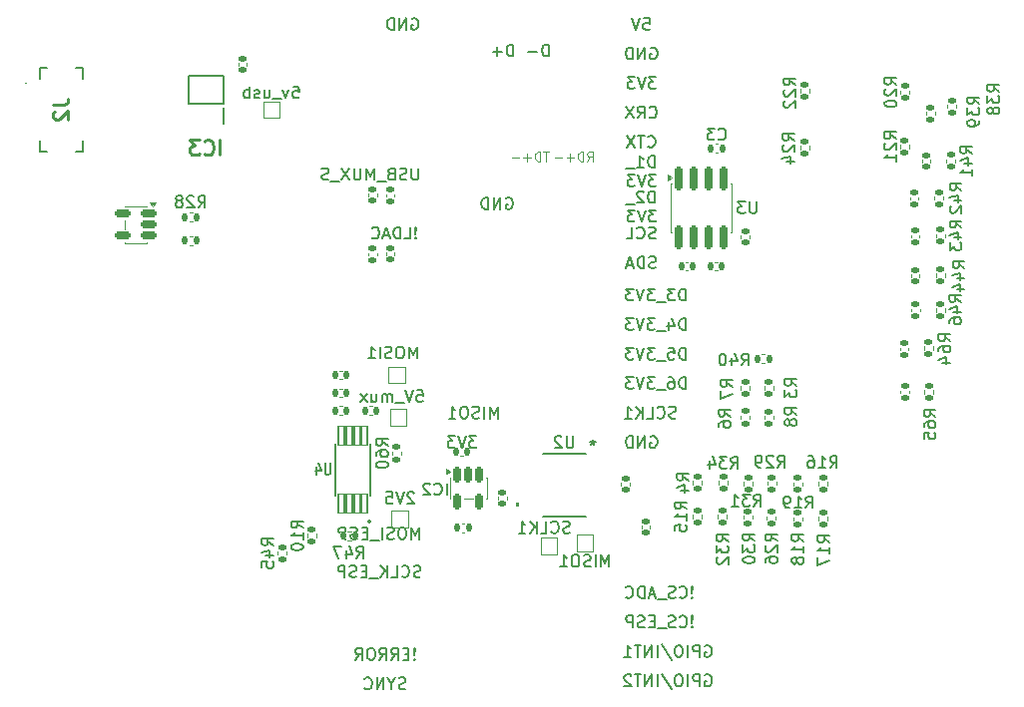
<source format=gbo>
G04 #@! TF.GenerationSoftware,KiCad,Pcbnew,9.0.4*
G04 #@! TF.CreationDate,2025-12-23T06:11:40-05:00*
G04 #@! TF.ProjectId,main_board_v2,6d61696e-5f62-46f6-9172-645f76322e6b,rev?*
G04 #@! TF.SameCoordinates,Original*
G04 #@! TF.FileFunction,Legend,Bot*
G04 #@! TF.FilePolarity,Positive*
%FSLAX46Y46*%
G04 Gerber Fmt 4.6, Leading zero omitted, Abs format (unit mm)*
G04 Created by KiCad (PCBNEW 9.0.4) date 2025-12-23 06:11:40*
%MOMM*%
%LPD*%
G01*
G04 APERTURE LIST*
G04 Aperture macros list*
%AMRoundRect*
0 Rectangle with rounded corners*
0 $1 Rounding radius*
0 $2 $3 $4 $5 $6 $7 $8 $9 X,Y pos of 4 corners*
0 Add a 4 corners polygon primitive as box body*
4,1,4,$2,$3,$4,$5,$6,$7,$8,$9,$2,$3,0*
0 Add four circle primitives for the rounded corners*
1,1,$1+$1,$2,$3*
1,1,$1+$1,$4,$5*
1,1,$1+$1,$6,$7*
1,1,$1+$1,$8,$9*
0 Add four rect primitives between the rounded corners*
20,1,$1+$1,$2,$3,$4,$5,0*
20,1,$1+$1,$4,$5,$6,$7,0*
20,1,$1+$1,$6,$7,$8,$9,0*
20,1,$1+$1,$8,$9,$2,$3,0*%
G04 Aperture macros list end*
%ADD10C,0.150000*%
%ADD11C,0.100000*%
%ADD12C,0.254000*%
%ADD13C,0.120000*%
%ADD14C,0.152400*%
%ADD15C,0.000000*%
%ADD16C,0.200000*%
%ADD17C,0.127000*%
%ADD18C,6.400000*%
%ADD19R,1.600000X1.600000*%
%ADD20C,1.600000*%
%ADD21R,1.300000X1.300000*%
%ADD22C,1.300000*%
%ADD23C,1.638000*%
%ADD24C,4.801000*%
%ADD25R,1.000000X1.000000*%
%ADD26RoundRect,0.135000X-0.185000X0.135000X-0.185000X-0.135000X0.185000X-0.135000X0.185000X0.135000X0*%
%ADD27RoundRect,0.135000X-0.135000X-0.185000X0.135000X-0.185000X0.135000X0.185000X-0.135000X0.185000X0*%
%ADD28RoundRect,0.140000X0.170000X-0.140000X0.170000X0.140000X-0.170000X0.140000X-0.170000X-0.140000X0*%
%ADD29RoundRect,0.140000X0.140000X0.170000X-0.140000X0.170000X-0.140000X-0.170000X0.140000X-0.170000X0*%
%ADD30RoundRect,0.150000X-0.150000X0.825000X-0.150000X-0.825000X0.150000X-0.825000X0.150000X0.825000X0*%
%ADD31RoundRect,0.140000X-0.170000X0.140000X-0.170000X-0.140000X0.170000X-0.140000X0.170000X0.140000X0*%
%ADD32RoundRect,0.135000X0.185000X-0.135000X0.185000X0.135000X-0.185000X0.135000X-0.185000X-0.135000X0*%
%ADD33RoundRect,0.150000X-0.150000X0.512500X-0.150000X-0.512500X0.150000X-0.512500X0.150000X0.512500X0*%
%ADD34RoundRect,0.140000X-0.140000X-0.170000X0.140000X-0.170000X0.140000X0.170000X-0.140000X0.170000X0*%
%ADD35RoundRect,0.150000X0.512500X0.150000X-0.512500X0.150000X-0.512500X-0.150000X0.512500X-0.150000X0*%
%ADD36R,1.473200X0.355600*%
%ADD37R,1.600000X0.300000*%
%ADD38R,1.800000X0.800000*%
%ADD39RoundRect,0.076750X0.230250X-0.810250X0.230250X0.810250X-0.230250X0.810250X-0.230250X-0.810250X0*%
%ADD40R,0.300000X1.400000*%
G04 APERTURE END LIST*
D10*
X99119047Y-37149847D02*
X99119047Y-36149847D01*
X99119047Y-36149847D02*
X98880952Y-36149847D01*
X98880952Y-36149847D02*
X98738095Y-36197466D01*
X98738095Y-36197466D02*
X98642857Y-36292704D01*
X98642857Y-36292704D02*
X98595238Y-36387942D01*
X98595238Y-36387942D02*
X98547619Y-36578418D01*
X98547619Y-36578418D02*
X98547619Y-36721275D01*
X98547619Y-36721275D02*
X98595238Y-36911751D01*
X98595238Y-36911751D02*
X98642857Y-37006989D01*
X98642857Y-37006989D02*
X98738095Y-37102228D01*
X98738095Y-37102228D02*
X98880952Y-37149847D01*
X98880952Y-37149847D02*
X99119047Y-37149847D01*
X98166666Y-36245085D02*
X98119047Y-36197466D01*
X98119047Y-36197466D02*
X98023809Y-36149847D01*
X98023809Y-36149847D02*
X97785714Y-36149847D01*
X97785714Y-36149847D02*
X97690476Y-36197466D01*
X97690476Y-36197466D02*
X97642857Y-36245085D01*
X97642857Y-36245085D02*
X97595238Y-36340323D01*
X97595238Y-36340323D02*
X97595238Y-36435561D01*
X97595238Y-36435561D02*
X97642857Y-36578418D01*
X97642857Y-36578418D02*
X98214285Y-37149847D01*
X98214285Y-37149847D02*
X97595238Y-37149847D01*
X97404762Y-37245085D02*
X96642857Y-37245085D01*
X99238094Y-37759791D02*
X98619047Y-37759791D01*
X98619047Y-37759791D02*
X98952380Y-38140743D01*
X98952380Y-38140743D02*
X98809523Y-38140743D01*
X98809523Y-38140743D02*
X98714285Y-38188362D01*
X98714285Y-38188362D02*
X98666666Y-38235981D01*
X98666666Y-38235981D02*
X98619047Y-38331219D01*
X98619047Y-38331219D02*
X98619047Y-38569314D01*
X98619047Y-38569314D02*
X98666666Y-38664552D01*
X98666666Y-38664552D02*
X98714285Y-38712172D01*
X98714285Y-38712172D02*
X98809523Y-38759791D01*
X98809523Y-38759791D02*
X99095237Y-38759791D01*
X99095237Y-38759791D02*
X99190475Y-38712172D01*
X99190475Y-38712172D02*
X99238094Y-38664552D01*
X98333332Y-37759791D02*
X97999999Y-38759791D01*
X97999999Y-38759791D02*
X97666666Y-37759791D01*
X97428570Y-37759791D02*
X96809523Y-37759791D01*
X96809523Y-37759791D02*
X97142856Y-38140743D01*
X97142856Y-38140743D02*
X96999999Y-38140743D01*
X96999999Y-38140743D02*
X96904761Y-38188362D01*
X96904761Y-38188362D02*
X96857142Y-38235981D01*
X96857142Y-38235981D02*
X96809523Y-38331219D01*
X96809523Y-38331219D02*
X96809523Y-38569314D01*
X96809523Y-38569314D02*
X96857142Y-38664552D01*
X96857142Y-38664552D02*
X96904761Y-38712172D01*
X96904761Y-38712172D02*
X96999999Y-38759791D01*
X96999999Y-38759791D02*
X97285713Y-38759791D01*
X97285713Y-38759791D02*
X97380951Y-38712172D01*
X97380951Y-38712172D02*
X97428570Y-38664552D01*
X101749999Y-52954819D02*
X101749999Y-51954819D01*
X101749999Y-51954819D02*
X101511904Y-51954819D01*
X101511904Y-51954819D02*
X101369047Y-52002438D01*
X101369047Y-52002438D02*
X101273809Y-52097676D01*
X101273809Y-52097676D02*
X101226190Y-52192914D01*
X101226190Y-52192914D02*
X101178571Y-52383390D01*
X101178571Y-52383390D02*
X101178571Y-52526247D01*
X101178571Y-52526247D02*
X101226190Y-52716723D01*
X101226190Y-52716723D02*
X101273809Y-52811961D01*
X101273809Y-52811961D02*
X101369047Y-52907200D01*
X101369047Y-52907200D02*
X101511904Y-52954819D01*
X101511904Y-52954819D02*
X101749999Y-52954819D01*
X100321428Y-51954819D02*
X100511904Y-51954819D01*
X100511904Y-51954819D02*
X100607142Y-52002438D01*
X100607142Y-52002438D02*
X100654761Y-52050057D01*
X100654761Y-52050057D02*
X100749999Y-52192914D01*
X100749999Y-52192914D02*
X100797618Y-52383390D01*
X100797618Y-52383390D02*
X100797618Y-52764342D01*
X100797618Y-52764342D02*
X100749999Y-52859580D01*
X100749999Y-52859580D02*
X100702380Y-52907200D01*
X100702380Y-52907200D02*
X100607142Y-52954819D01*
X100607142Y-52954819D02*
X100416666Y-52954819D01*
X100416666Y-52954819D02*
X100321428Y-52907200D01*
X100321428Y-52907200D02*
X100273809Y-52859580D01*
X100273809Y-52859580D02*
X100226190Y-52764342D01*
X100226190Y-52764342D02*
X100226190Y-52526247D01*
X100226190Y-52526247D02*
X100273809Y-52431009D01*
X100273809Y-52431009D02*
X100321428Y-52383390D01*
X100321428Y-52383390D02*
X100416666Y-52335771D01*
X100416666Y-52335771D02*
X100607142Y-52335771D01*
X100607142Y-52335771D02*
X100702380Y-52383390D01*
X100702380Y-52383390D02*
X100749999Y-52431009D01*
X100749999Y-52431009D02*
X100797618Y-52526247D01*
X100035714Y-53050057D02*
X99273809Y-53050057D01*
X99130951Y-51954819D02*
X98511904Y-51954819D01*
X98511904Y-51954819D02*
X98845237Y-52335771D01*
X98845237Y-52335771D02*
X98702380Y-52335771D01*
X98702380Y-52335771D02*
X98607142Y-52383390D01*
X98607142Y-52383390D02*
X98559523Y-52431009D01*
X98559523Y-52431009D02*
X98511904Y-52526247D01*
X98511904Y-52526247D02*
X98511904Y-52764342D01*
X98511904Y-52764342D02*
X98559523Y-52859580D01*
X98559523Y-52859580D02*
X98607142Y-52907200D01*
X98607142Y-52907200D02*
X98702380Y-52954819D01*
X98702380Y-52954819D02*
X98988094Y-52954819D01*
X98988094Y-52954819D02*
X99083332Y-52907200D01*
X99083332Y-52907200D02*
X99130951Y-52859580D01*
X98226189Y-51954819D02*
X97892856Y-52954819D01*
X97892856Y-52954819D02*
X97559523Y-51954819D01*
X97321427Y-51954819D02*
X96702380Y-51954819D01*
X96702380Y-51954819D02*
X97035713Y-52335771D01*
X97035713Y-52335771D02*
X96892856Y-52335771D01*
X96892856Y-52335771D02*
X96797618Y-52383390D01*
X96797618Y-52383390D02*
X96749999Y-52431009D01*
X96749999Y-52431009D02*
X96702380Y-52526247D01*
X96702380Y-52526247D02*
X96702380Y-52764342D01*
X96702380Y-52764342D02*
X96749999Y-52859580D01*
X96749999Y-52859580D02*
X96797618Y-52907200D01*
X96797618Y-52907200D02*
X96892856Y-52954819D01*
X96892856Y-52954819D02*
X97178570Y-52954819D01*
X97178570Y-52954819D02*
X97273808Y-52907200D01*
X97273808Y-52907200D02*
X97321427Y-52859580D01*
X98761904Y-24002438D02*
X98857142Y-23954819D01*
X98857142Y-23954819D02*
X98999999Y-23954819D01*
X98999999Y-23954819D02*
X99142856Y-24002438D01*
X99142856Y-24002438D02*
X99238094Y-24097676D01*
X99238094Y-24097676D02*
X99285713Y-24192914D01*
X99285713Y-24192914D02*
X99333332Y-24383390D01*
X99333332Y-24383390D02*
X99333332Y-24526247D01*
X99333332Y-24526247D02*
X99285713Y-24716723D01*
X99285713Y-24716723D02*
X99238094Y-24811961D01*
X99238094Y-24811961D02*
X99142856Y-24907200D01*
X99142856Y-24907200D02*
X98999999Y-24954819D01*
X98999999Y-24954819D02*
X98904761Y-24954819D01*
X98904761Y-24954819D02*
X98761904Y-24907200D01*
X98761904Y-24907200D02*
X98714285Y-24859580D01*
X98714285Y-24859580D02*
X98714285Y-24526247D01*
X98714285Y-24526247D02*
X98904761Y-24526247D01*
X98285713Y-24954819D02*
X98285713Y-23954819D01*
X98285713Y-23954819D02*
X97714285Y-24954819D01*
X97714285Y-24954819D02*
X97714285Y-23954819D01*
X97238094Y-24954819D02*
X97238094Y-23954819D01*
X97238094Y-23954819D02*
X96999999Y-23954819D01*
X96999999Y-23954819D02*
X96857142Y-24002438D01*
X96857142Y-24002438D02*
X96761904Y-24097676D01*
X96761904Y-24097676D02*
X96714285Y-24192914D01*
X96714285Y-24192914D02*
X96666666Y-24383390D01*
X96666666Y-24383390D02*
X96666666Y-24526247D01*
X96666666Y-24526247D02*
X96714285Y-24716723D01*
X96714285Y-24716723D02*
X96761904Y-24811961D01*
X96761904Y-24811961D02*
X96857142Y-24907200D01*
X96857142Y-24907200D02*
X96999999Y-24954819D01*
X96999999Y-24954819D02*
X97238094Y-24954819D01*
X103392856Y-74752438D02*
X103488094Y-74704819D01*
X103488094Y-74704819D02*
X103630951Y-74704819D01*
X103630951Y-74704819D02*
X103773808Y-74752438D01*
X103773808Y-74752438D02*
X103869046Y-74847676D01*
X103869046Y-74847676D02*
X103916665Y-74942914D01*
X103916665Y-74942914D02*
X103964284Y-75133390D01*
X103964284Y-75133390D02*
X103964284Y-75276247D01*
X103964284Y-75276247D02*
X103916665Y-75466723D01*
X103916665Y-75466723D02*
X103869046Y-75561961D01*
X103869046Y-75561961D02*
X103773808Y-75657200D01*
X103773808Y-75657200D02*
X103630951Y-75704819D01*
X103630951Y-75704819D02*
X103535713Y-75704819D01*
X103535713Y-75704819D02*
X103392856Y-75657200D01*
X103392856Y-75657200D02*
X103345237Y-75609580D01*
X103345237Y-75609580D02*
X103345237Y-75276247D01*
X103345237Y-75276247D02*
X103535713Y-75276247D01*
X102916665Y-75704819D02*
X102916665Y-74704819D01*
X102916665Y-74704819D02*
X102535713Y-74704819D01*
X102535713Y-74704819D02*
X102440475Y-74752438D01*
X102440475Y-74752438D02*
X102392856Y-74800057D01*
X102392856Y-74800057D02*
X102345237Y-74895295D01*
X102345237Y-74895295D02*
X102345237Y-75038152D01*
X102345237Y-75038152D02*
X102392856Y-75133390D01*
X102392856Y-75133390D02*
X102440475Y-75181009D01*
X102440475Y-75181009D02*
X102535713Y-75228628D01*
X102535713Y-75228628D02*
X102916665Y-75228628D01*
X101916665Y-75704819D02*
X101916665Y-74704819D01*
X101249999Y-74704819D02*
X101059523Y-74704819D01*
X101059523Y-74704819D02*
X100964285Y-74752438D01*
X100964285Y-74752438D02*
X100869047Y-74847676D01*
X100869047Y-74847676D02*
X100821428Y-75038152D01*
X100821428Y-75038152D02*
X100821428Y-75371485D01*
X100821428Y-75371485D02*
X100869047Y-75561961D01*
X100869047Y-75561961D02*
X100964285Y-75657200D01*
X100964285Y-75657200D02*
X101059523Y-75704819D01*
X101059523Y-75704819D02*
X101249999Y-75704819D01*
X101249999Y-75704819D02*
X101345237Y-75657200D01*
X101345237Y-75657200D02*
X101440475Y-75561961D01*
X101440475Y-75561961D02*
X101488094Y-75371485D01*
X101488094Y-75371485D02*
X101488094Y-75038152D01*
X101488094Y-75038152D02*
X101440475Y-74847676D01*
X101440475Y-74847676D02*
X101345237Y-74752438D01*
X101345237Y-74752438D02*
X101249999Y-74704819D01*
X99678571Y-74657200D02*
X100535713Y-75942914D01*
X99345237Y-75704819D02*
X99345237Y-74704819D01*
X98869047Y-75704819D02*
X98869047Y-74704819D01*
X98869047Y-74704819D02*
X98297619Y-75704819D01*
X98297619Y-75704819D02*
X98297619Y-74704819D01*
X97964285Y-74704819D02*
X97392857Y-74704819D01*
X97678571Y-75704819D02*
X97678571Y-74704819D01*
X96535714Y-75704819D02*
X97107142Y-75704819D01*
X96821428Y-75704819D02*
X96821428Y-74704819D01*
X96821428Y-74704819D02*
X96916666Y-74847676D01*
X96916666Y-74847676D02*
X97011904Y-74942914D01*
X97011904Y-74942914D02*
X97107142Y-74990533D01*
X100916666Y-55407200D02*
X100773809Y-55454819D01*
X100773809Y-55454819D02*
X100535714Y-55454819D01*
X100535714Y-55454819D02*
X100440476Y-55407200D01*
X100440476Y-55407200D02*
X100392857Y-55359580D01*
X100392857Y-55359580D02*
X100345238Y-55264342D01*
X100345238Y-55264342D02*
X100345238Y-55169104D01*
X100345238Y-55169104D02*
X100392857Y-55073866D01*
X100392857Y-55073866D02*
X100440476Y-55026247D01*
X100440476Y-55026247D02*
X100535714Y-54978628D01*
X100535714Y-54978628D02*
X100726190Y-54931009D01*
X100726190Y-54931009D02*
X100821428Y-54883390D01*
X100821428Y-54883390D02*
X100869047Y-54835771D01*
X100869047Y-54835771D02*
X100916666Y-54740533D01*
X100916666Y-54740533D02*
X100916666Y-54645295D01*
X100916666Y-54645295D02*
X100869047Y-54550057D01*
X100869047Y-54550057D02*
X100821428Y-54502438D01*
X100821428Y-54502438D02*
X100726190Y-54454819D01*
X100726190Y-54454819D02*
X100488095Y-54454819D01*
X100488095Y-54454819D02*
X100345238Y-54502438D01*
X99345238Y-55359580D02*
X99392857Y-55407200D01*
X99392857Y-55407200D02*
X99535714Y-55454819D01*
X99535714Y-55454819D02*
X99630952Y-55454819D01*
X99630952Y-55454819D02*
X99773809Y-55407200D01*
X99773809Y-55407200D02*
X99869047Y-55311961D01*
X99869047Y-55311961D02*
X99916666Y-55216723D01*
X99916666Y-55216723D02*
X99964285Y-55026247D01*
X99964285Y-55026247D02*
X99964285Y-54883390D01*
X99964285Y-54883390D02*
X99916666Y-54692914D01*
X99916666Y-54692914D02*
X99869047Y-54597676D01*
X99869047Y-54597676D02*
X99773809Y-54502438D01*
X99773809Y-54502438D02*
X99630952Y-54454819D01*
X99630952Y-54454819D02*
X99535714Y-54454819D01*
X99535714Y-54454819D02*
X99392857Y-54502438D01*
X99392857Y-54502438D02*
X99345238Y-54550057D01*
X98440476Y-55454819D02*
X98916666Y-55454819D01*
X98916666Y-55454819D02*
X98916666Y-54454819D01*
X98107142Y-55454819D02*
X98107142Y-54454819D01*
X97535714Y-55454819D02*
X97964285Y-54883390D01*
X97535714Y-54454819D02*
X98107142Y-55026247D01*
X96583333Y-55454819D02*
X97154761Y-55454819D01*
X96869047Y-55454819D02*
X96869047Y-54454819D01*
X96869047Y-54454819D02*
X96964285Y-54597676D01*
X96964285Y-54597676D02*
X97059523Y-54692914D01*
X97059523Y-54692914D02*
X97154761Y-54740533D01*
X78833332Y-40109580D02*
X78785713Y-40157200D01*
X78785713Y-40157200D02*
X78833332Y-40204819D01*
X78833332Y-40204819D02*
X78880951Y-40157200D01*
X78880951Y-40157200D02*
X78833332Y-40109580D01*
X78833332Y-40109580D02*
X78833332Y-40204819D01*
X78833332Y-39823866D02*
X78880951Y-39252438D01*
X78880951Y-39252438D02*
X78833332Y-39204819D01*
X78833332Y-39204819D02*
X78785713Y-39252438D01*
X78785713Y-39252438D02*
X78833332Y-39823866D01*
X78833332Y-39823866D02*
X78833332Y-39204819D01*
X77880952Y-40204819D02*
X78357142Y-40204819D01*
X78357142Y-40204819D02*
X78357142Y-39204819D01*
X77547618Y-40204819D02*
X77547618Y-39204819D01*
X77547618Y-39204819D02*
X77309523Y-39204819D01*
X77309523Y-39204819D02*
X77166666Y-39252438D01*
X77166666Y-39252438D02*
X77071428Y-39347676D01*
X77071428Y-39347676D02*
X77023809Y-39442914D01*
X77023809Y-39442914D02*
X76976190Y-39633390D01*
X76976190Y-39633390D02*
X76976190Y-39776247D01*
X76976190Y-39776247D02*
X77023809Y-39966723D01*
X77023809Y-39966723D02*
X77071428Y-40061961D01*
X77071428Y-40061961D02*
X77166666Y-40157200D01*
X77166666Y-40157200D02*
X77309523Y-40204819D01*
X77309523Y-40204819D02*
X77547618Y-40204819D01*
X76595237Y-39919104D02*
X76119047Y-39919104D01*
X76690475Y-40204819D02*
X76357142Y-39204819D01*
X76357142Y-39204819D02*
X76023809Y-40204819D01*
X75119047Y-40109580D02*
X75166666Y-40157200D01*
X75166666Y-40157200D02*
X75309523Y-40204819D01*
X75309523Y-40204819D02*
X75404761Y-40204819D01*
X75404761Y-40204819D02*
X75547618Y-40157200D01*
X75547618Y-40157200D02*
X75642856Y-40061961D01*
X75642856Y-40061961D02*
X75690475Y-39966723D01*
X75690475Y-39966723D02*
X75738094Y-39776247D01*
X75738094Y-39776247D02*
X75738094Y-39633390D01*
X75738094Y-39633390D02*
X75690475Y-39442914D01*
X75690475Y-39442914D02*
X75642856Y-39347676D01*
X75642856Y-39347676D02*
X75547618Y-39252438D01*
X75547618Y-39252438D02*
X75404761Y-39204819D01*
X75404761Y-39204819D02*
X75309523Y-39204819D01*
X75309523Y-39204819D02*
X75166666Y-39252438D01*
X75166666Y-39252438D02*
X75119047Y-39300057D01*
X79249999Y-68907200D02*
X79107142Y-68954819D01*
X79107142Y-68954819D02*
X78869047Y-68954819D01*
X78869047Y-68954819D02*
X78773809Y-68907200D01*
X78773809Y-68907200D02*
X78726190Y-68859580D01*
X78726190Y-68859580D02*
X78678571Y-68764342D01*
X78678571Y-68764342D02*
X78678571Y-68669104D01*
X78678571Y-68669104D02*
X78726190Y-68573866D01*
X78726190Y-68573866D02*
X78773809Y-68526247D01*
X78773809Y-68526247D02*
X78869047Y-68478628D01*
X78869047Y-68478628D02*
X79059523Y-68431009D01*
X79059523Y-68431009D02*
X79154761Y-68383390D01*
X79154761Y-68383390D02*
X79202380Y-68335771D01*
X79202380Y-68335771D02*
X79249999Y-68240533D01*
X79249999Y-68240533D02*
X79249999Y-68145295D01*
X79249999Y-68145295D02*
X79202380Y-68050057D01*
X79202380Y-68050057D02*
X79154761Y-68002438D01*
X79154761Y-68002438D02*
X79059523Y-67954819D01*
X79059523Y-67954819D02*
X78821428Y-67954819D01*
X78821428Y-67954819D02*
X78678571Y-68002438D01*
X77678571Y-68859580D02*
X77726190Y-68907200D01*
X77726190Y-68907200D02*
X77869047Y-68954819D01*
X77869047Y-68954819D02*
X77964285Y-68954819D01*
X77964285Y-68954819D02*
X78107142Y-68907200D01*
X78107142Y-68907200D02*
X78202380Y-68811961D01*
X78202380Y-68811961D02*
X78249999Y-68716723D01*
X78249999Y-68716723D02*
X78297618Y-68526247D01*
X78297618Y-68526247D02*
X78297618Y-68383390D01*
X78297618Y-68383390D02*
X78249999Y-68192914D01*
X78249999Y-68192914D02*
X78202380Y-68097676D01*
X78202380Y-68097676D02*
X78107142Y-68002438D01*
X78107142Y-68002438D02*
X77964285Y-67954819D01*
X77964285Y-67954819D02*
X77869047Y-67954819D01*
X77869047Y-67954819D02*
X77726190Y-68002438D01*
X77726190Y-68002438D02*
X77678571Y-68050057D01*
X76773809Y-68954819D02*
X77249999Y-68954819D01*
X77249999Y-68954819D02*
X77249999Y-67954819D01*
X76440475Y-68954819D02*
X76440475Y-67954819D01*
X75869047Y-68954819D02*
X76297618Y-68383390D01*
X75869047Y-67954819D02*
X76440475Y-68526247D01*
X75678571Y-69050057D02*
X74916666Y-69050057D01*
X74678570Y-68431009D02*
X74345237Y-68431009D01*
X74202380Y-68954819D02*
X74678570Y-68954819D01*
X74678570Y-68954819D02*
X74678570Y-67954819D01*
X74678570Y-67954819D02*
X74202380Y-67954819D01*
X73821427Y-68907200D02*
X73678570Y-68954819D01*
X73678570Y-68954819D02*
X73440475Y-68954819D01*
X73440475Y-68954819D02*
X73345237Y-68907200D01*
X73345237Y-68907200D02*
X73297618Y-68859580D01*
X73297618Y-68859580D02*
X73249999Y-68764342D01*
X73249999Y-68764342D02*
X73249999Y-68669104D01*
X73249999Y-68669104D02*
X73297618Y-68573866D01*
X73297618Y-68573866D02*
X73345237Y-68526247D01*
X73345237Y-68526247D02*
X73440475Y-68478628D01*
X73440475Y-68478628D02*
X73630951Y-68431009D01*
X73630951Y-68431009D02*
X73726189Y-68383390D01*
X73726189Y-68383390D02*
X73773808Y-68335771D01*
X73773808Y-68335771D02*
X73821427Y-68240533D01*
X73821427Y-68240533D02*
X73821427Y-68145295D01*
X73821427Y-68145295D02*
X73773808Y-68050057D01*
X73773808Y-68050057D02*
X73726189Y-68002438D01*
X73726189Y-68002438D02*
X73630951Y-67954819D01*
X73630951Y-67954819D02*
X73392856Y-67954819D01*
X73392856Y-67954819D02*
X73249999Y-68002438D01*
X72821427Y-68954819D02*
X72821427Y-67954819D01*
X72821427Y-67954819D02*
X72440475Y-67954819D01*
X72440475Y-67954819D02*
X72345237Y-68002438D01*
X72345237Y-68002438D02*
X72297618Y-68050057D01*
X72297618Y-68050057D02*
X72249999Y-68145295D01*
X72249999Y-68145295D02*
X72249999Y-68288152D01*
X72249999Y-68288152D02*
X72297618Y-68383390D01*
X72297618Y-68383390D02*
X72345237Y-68431009D01*
X72345237Y-68431009D02*
X72440475Y-68478628D01*
X72440475Y-68478628D02*
X72821427Y-68478628D01*
X99238094Y-26454819D02*
X98619047Y-26454819D01*
X98619047Y-26454819D02*
X98952380Y-26835771D01*
X98952380Y-26835771D02*
X98809523Y-26835771D01*
X98809523Y-26835771D02*
X98714285Y-26883390D01*
X98714285Y-26883390D02*
X98666666Y-26931009D01*
X98666666Y-26931009D02*
X98619047Y-27026247D01*
X98619047Y-27026247D02*
X98619047Y-27264342D01*
X98619047Y-27264342D02*
X98666666Y-27359580D01*
X98666666Y-27359580D02*
X98714285Y-27407200D01*
X98714285Y-27407200D02*
X98809523Y-27454819D01*
X98809523Y-27454819D02*
X99095237Y-27454819D01*
X99095237Y-27454819D02*
X99190475Y-27407200D01*
X99190475Y-27407200D02*
X99238094Y-27359580D01*
X98333332Y-26454819D02*
X97999999Y-27454819D01*
X97999999Y-27454819D02*
X97666666Y-26454819D01*
X97428570Y-26454819D02*
X96809523Y-26454819D01*
X96809523Y-26454819D02*
X97142856Y-26835771D01*
X97142856Y-26835771D02*
X96999999Y-26835771D01*
X96999999Y-26835771D02*
X96904761Y-26883390D01*
X96904761Y-26883390D02*
X96857142Y-26931009D01*
X96857142Y-26931009D02*
X96809523Y-27026247D01*
X96809523Y-27026247D02*
X96809523Y-27264342D01*
X96809523Y-27264342D02*
X96857142Y-27359580D01*
X96857142Y-27359580D02*
X96904761Y-27407200D01*
X96904761Y-27407200D02*
X96999999Y-27454819D01*
X96999999Y-27454819D02*
X97285713Y-27454819D01*
X97285713Y-27454819D02*
X97380951Y-27407200D01*
X97380951Y-27407200D02*
X97428570Y-27359580D01*
X99214285Y-42657200D02*
X99071428Y-42704819D01*
X99071428Y-42704819D02*
X98833333Y-42704819D01*
X98833333Y-42704819D02*
X98738095Y-42657200D01*
X98738095Y-42657200D02*
X98690476Y-42609580D01*
X98690476Y-42609580D02*
X98642857Y-42514342D01*
X98642857Y-42514342D02*
X98642857Y-42419104D01*
X98642857Y-42419104D02*
X98690476Y-42323866D01*
X98690476Y-42323866D02*
X98738095Y-42276247D01*
X98738095Y-42276247D02*
X98833333Y-42228628D01*
X98833333Y-42228628D02*
X99023809Y-42181009D01*
X99023809Y-42181009D02*
X99119047Y-42133390D01*
X99119047Y-42133390D02*
X99166666Y-42085771D01*
X99166666Y-42085771D02*
X99214285Y-41990533D01*
X99214285Y-41990533D02*
X99214285Y-41895295D01*
X99214285Y-41895295D02*
X99166666Y-41800057D01*
X99166666Y-41800057D02*
X99119047Y-41752438D01*
X99119047Y-41752438D02*
X99023809Y-41704819D01*
X99023809Y-41704819D02*
X98785714Y-41704819D01*
X98785714Y-41704819D02*
X98642857Y-41752438D01*
X98214285Y-42704819D02*
X98214285Y-41704819D01*
X98214285Y-41704819D02*
X97976190Y-41704819D01*
X97976190Y-41704819D02*
X97833333Y-41752438D01*
X97833333Y-41752438D02*
X97738095Y-41847676D01*
X97738095Y-41847676D02*
X97690476Y-41942914D01*
X97690476Y-41942914D02*
X97642857Y-42133390D01*
X97642857Y-42133390D02*
X97642857Y-42276247D01*
X97642857Y-42276247D02*
X97690476Y-42466723D01*
X97690476Y-42466723D02*
X97738095Y-42561961D01*
X97738095Y-42561961D02*
X97833333Y-42657200D01*
X97833333Y-42657200D02*
X97976190Y-42704819D01*
X97976190Y-42704819D02*
X98214285Y-42704819D01*
X97261904Y-42419104D02*
X96785714Y-42419104D01*
X97357142Y-42704819D02*
X97023809Y-41704819D01*
X97023809Y-41704819D02*
X96690476Y-42704819D01*
X98666666Y-29859580D02*
X98714285Y-29907200D01*
X98714285Y-29907200D02*
X98857142Y-29954819D01*
X98857142Y-29954819D02*
X98952380Y-29954819D01*
X98952380Y-29954819D02*
X99095237Y-29907200D01*
X99095237Y-29907200D02*
X99190475Y-29811961D01*
X99190475Y-29811961D02*
X99238094Y-29716723D01*
X99238094Y-29716723D02*
X99285713Y-29526247D01*
X99285713Y-29526247D02*
X99285713Y-29383390D01*
X99285713Y-29383390D02*
X99238094Y-29192914D01*
X99238094Y-29192914D02*
X99190475Y-29097676D01*
X99190475Y-29097676D02*
X99095237Y-29002438D01*
X99095237Y-29002438D02*
X98952380Y-28954819D01*
X98952380Y-28954819D02*
X98857142Y-28954819D01*
X98857142Y-28954819D02*
X98714285Y-29002438D01*
X98714285Y-29002438D02*
X98666666Y-29050057D01*
X97666666Y-29954819D02*
X97999999Y-29478628D01*
X98238094Y-29954819D02*
X98238094Y-28954819D01*
X98238094Y-28954819D02*
X97857142Y-28954819D01*
X97857142Y-28954819D02*
X97761904Y-29002438D01*
X97761904Y-29002438D02*
X97714285Y-29050057D01*
X97714285Y-29050057D02*
X97666666Y-29145295D01*
X97666666Y-29145295D02*
X97666666Y-29288152D01*
X97666666Y-29288152D02*
X97714285Y-29383390D01*
X97714285Y-29383390D02*
X97761904Y-29431009D01*
X97761904Y-29431009D02*
X97857142Y-29478628D01*
X97857142Y-29478628D02*
X98238094Y-29478628D01*
X97333332Y-28954819D02*
X96666666Y-29954819D01*
X96666666Y-28954819D02*
X97333332Y-29954819D01*
X101749999Y-45454819D02*
X101749999Y-44454819D01*
X101749999Y-44454819D02*
X101511904Y-44454819D01*
X101511904Y-44454819D02*
X101369047Y-44502438D01*
X101369047Y-44502438D02*
X101273809Y-44597676D01*
X101273809Y-44597676D02*
X101226190Y-44692914D01*
X101226190Y-44692914D02*
X101178571Y-44883390D01*
X101178571Y-44883390D02*
X101178571Y-45026247D01*
X101178571Y-45026247D02*
X101226190Y-45216723D01*
X101226190Y-45216723D02*
X101273809Y-45311961D01*
X101273809Y-45311961D02*
X101369047Y-45407200D01*
X101369047Y-45407200D02*
X101511904Y-45454819D01*
X101511904Y-45454819D02*
X101749999Y-45454819D01*
X100845237Y-44454819D02*
X100226190Y-44454819D01*
X100226190Y-44454819D02*
X100559523Y-44835771D01*
X100559523Y-44835771D02*
X100416666Y-44835771D01*
X100416666Y-44835771D02*
X100321428Y-44883390D01*
X100321428Y-44883390D02*
X100273809Y-44931009D01*
X100273809Y-44931009D02*
X100226190Y-45026247D01*
X100226190Y-45026247D02*
X100226190Y-45264342D01*
X100226190Y-45264342D02*
X100273809Y-45359580D01*
X100273809Y-45359580D02*
X100321428Y-45407200D01*
X100321428Y-45407200D02*
X100416666Y-45454819D01*
X100416666Y-45454819D02*
X100702380Y-45454819D01*
X100702380Y-45454819D02*
X100797618Y-45407200D01*
X100797618Y-45407200D02*
X100845237Y-45359580D01*
X100035714Y-45550057D02*
X99273809Y-45550057D01*
X99130951Y-44454819D02*
X98511904Y-44454819D01*
X98511904Y-44454819D02*
X98845237Y-44835771D01*
X98845237Y-44835771D02*
X98702380Y-44835771D01*
X98702380Y-44835771D02*
X98607142Y-44883390D01*
X98607142Y-44883390D02*
X98559523Y-44931009D01*
X98559523Y-44931009D02*
X98511904Y-45026247D01*
X98511904Y-45026247D02*
X98511904Y-45264342D01*
X98511904Y-45264342D02*
X98559523Y-45359580D01*
X98559523Y-45359580D02*
X98607142Y-45407200D01*
X98607142Y-45407200D02*
X98702380Y-45454819D01*
X98702380Y-45454819D02*
X98988094Y-45454819D01*
X98988094Y-45454819D02*
X99083332Y-45407200D01*
X99083332Y-45407200D02*
X99130951Y-45359580D01*
X98226189Y-44454819D02*
X97892856Y-45454819D01*
X97892856Y-45454819D02*
X97559523Y-44454819D01*
X97321427Y-44454819D02*
X96702380Y-44454819D01*
X96702380Y-44454819D02*
X97035713Y-44835771D01*
X97035713Y-44835771D02*
X96892856Y-44835771D01*
X96892856Y-44835771D02*
X96797618Y-44883390D01*
X96797618Y-44883390D02*
X96749999Y-44931009D01*
X96749999Y-44931009D02*
X96702380Y-45026247D01*
X96702380Y-45026247D02*
X96702380Y-45264342D01*
X96702380Y-45264342D02*
X96749999Y-45359580D01*
X96749999Y-45359580D02*
X96797618Y-45407200D01*
X96797618Y-45407200D02*
X96892856Y-45454819D01*
X96892856Y-45454819D02*
X97178570Y-45454819D01*
X97178570Y-45454819D02*
X97273808Y-45407200D01*
X97273808Y-45407200D02*
X97321427Y-45359580D01*
X90130951Y-24704819D02*
X90130951Y-23704819D01*
X90130951Y-23704819D02*
X89892856Y-23704819D01*
X89892856Y-23704819D02*
X89749999Y-23752438D01*
X89749999Y-23752438D02*
X89654761Y-23847676D01*
X89654761Y-23847676D02*
X89607142Y-23942914D01*
X89607142Y-23942914D02*
X89559523Y-24133390D01*
X89559523Y-24133390D02*
X89559523Y-24276247D01*
X89559523Y-24276247D02*
X89607142Y-24466723D01*
X89607142Y-24466723D02*
X89654761Y-24561961D01*
X89654761Y-24561961D02*
X89749999Y-24657200D01*
X89749999Y-24657200D02*
X89892856Y-24704819D01*
X89892856Y-24704819D02*
X90130951Y-24704819D01*
X89130951Y-24323866D02*
X88369047Y-24323866D01*
X78726189Y-75859580D02*
X78678570Y-75907200D01*
X78678570Y-75907200D02*
X78726189Y-75954819D01*
X78726189Y-75954819D02*
X78773808Y-75907200D01*
X78773808Y-75907200D02*
X78726189Y-75859580D01*
X78726189Y-75859580D02*
X78726189Y-75954819D01*
X78726189Y-75573866D02*
X78773808Y-75002438D01*
X78773808Y-75002438D02*
X78726189Y-74954819D01*
X78726189Y-74954819D02*
X78678570Y-75002438D01*
X78678570Y-75002438D02*
X78726189Y-75573866D01*
X78726189Y-75573866D02*
X78726189Y-74954819D01*
X78249999Y-75431009D02*
X77916666Y-75431009D01*
X77773809Y-75954819D02*
X78249999Y-75954819D01*
X78249999Y-75954819D02*
X78249999Y-74954819D01*
X78249999Y-74954819D02*
X77773809Y-74954819D01*
X76773809Y-75954819D02*
X77107142Y-75478628D01*
X77345237Y-75954819D02*
X77345237Y-74954819D01*
X77345237Y-74954819D02*
X76964285Y-74954819D01*
X76964285Y-74954819D02*
X76869047Y-75002438D01*
X76869047Y-75002438D02*
X76821428Y-75050057D01*
X76821428Y-75050057D02*
X76773809Y-75145295D01*
X76773809Y-75145295D02*
X76773809Y-75288152D01*
X76773809Y-75288152D02*
X76821428Y-75383390D01*
X76821428Y-75383390D02*
X76869047Y-75431009D01*
X76869047Y-75431009D02*
X76964285Y-75478628D01*
X76964285Y-75478628D02*
X77345237Y-75478628D01*
X75773809Y-75954819D02*
X76107142Y-75478628D01*
X76345237Y-75954819D02*
X76345237Y-74954819D01*
X76345237Y-74954819D02*
X75964285Y-74954819D01*
X75964285Y-74954819D02*
X75869047Y-75002438D01*
X75869047Y-75002438D02*
X75821428Y-75050057D01*
X75821428Y-75050057D02*
X75773809Y-75145295D01*
X75773809Y-75145295D02*
X75773809Y-75288152D01*
X75773809Y-75288152D02*
X75821428Y-75383390D01*
X75821428Y-75383390D02*
X75869047Y-75431009D01*
X75869047Y-75431009D02*
X75964285Y-75478628D01*
X75964285Y-75478628D02*
X76345237Y-75478628D01*
X75154761Y-74954819D02*
X74964285Y-74954819D01*
X74964285Y-74954819D02*
X74869047Y-75002438D01*
X74869047Y-75002438D02*
X74773809Y-75097676D01*
X74773809Y-75097676D02*
X74726190Y-75288152D01*
X74726190Y-75288152D02*
X74726190Y-75621485D01*
X74726190Y-75621485D02*
X74773809Y-75811961D01*
X74773809Y-75811961D02*
X74869047Y-75907200D01*
X74869047Y-75907200D02*
X74964285Y-75954819D01*
X74964285Y-75954819D02*
X75154761Y-75954819D01*
X75154761Y-75954819D02*
X75249999Y-75907200D01*
X75249999Y-75907200D02*
X75345237Y-75811961D01*
X75345237Y-75811961D02*
X75392856Y-75621485D01*
X75392856Y-75621485D02*
X75392856Y-75288152D01*
X75392856Y-75288152D02*
X75345237Y-75097676D01*
X75345237Y-75097676D02*
X75249999Y-75002438D01*
X75249999Y-75002438D02*
X75154761Y-74954819D01*
X73726190Y-75954819D02*
X74059523Y-75478628D01*
X74297618Y-75954819D02*
X74297618Y-74954819D01*
X74297618Y-74954819D02*
X73916666Y-74954819D01*
X73916666Y-74954819D02*
X73821428Y-75002438D01*
X73821428Y-75002438D02*
X73773809Y-75050057D01*
X73773809Y-75050057D02*
X73726190Y-75145295D01*
X73726190Y-75145295D02*
X73726190Y-75288152D01*
X73726190Y-75288152D02*
X73773809Y-75383390D01*
X73773809Y-75383390D02*
X73821428Y-75431009D01*
X73821428Y-75431009D02*
X73916666Y-75478628D01*
X73916666Y-75478628D02*
X74297618Y-75478628D01*
X101749999Y-47954819D02*
X101749999Y-46954819D01*
X101749999Y-46954819D02*
X101511904Y-46954819D01*
X101511904Y-46954819D02*
X101369047Y-47002438D01*
X101369047Y-47002438D02*
X101273809Y-47097676D01*
X101273809Y-47097676D02*
X101226190Y-47192914D01*
X101226190Y-47192914D02*
X101178571Y-47383390D01*
X101178571Y-47383390D02*
X101178571Y-47526247D01*
X101178571Y-47526247D02*
X101226190Y-47716723D01*
X101226190Y-47716723D02*
X101273809Y-47811961D01*
X101273809Y-47811961D02*
X101369047Y-47907200D01*
X101369047Y-47907200D02*
X101511904Y-47954819D01*
X101511904Y-47954819D02*
X101749999Y-47954819D01*
X100321428Y-47288152D02*
X100321428Y-47954819D01*
X100559523Y-46907200D02*
X100797618Y-47621485D01*
X100797618Y-47621485D02*
X100178571Y-47621485D01*
X100035714Y-48050057D02*
X99273809Y-48050057D01*
X99130951Y-46954819D02*
X98511904Y-46954819D01*
X98511904Y-46954819D02*
X98845237Y-47335771D01*
X98845237Y-47335771D02*
X98702380Y-47335771D01*
X98702380Y-47335771D02*
X98607142Y-47383390D01*
X98607142Y-47383390D02*
X98559523Y-47431009D01*
X98559523Y-47431009D02*
X98511904Y-47526247D01*
X98511904Y-47526247D02*
X98511904Y-47764342D01*
X98511904Y-47764342D02*
X98559523Y-47859580D01*
X98559523Y-47859580D02*
X98607142Y-47907200D01*
X98607142Y-47907200D02*
X98702380Y-47954819D01*
X98702380Y-47954819D02*
X98988094Y-47954819D01*
X98988094Y-47954819D02*
X99083332Y-47907200D01*
X99083332Y-47907200D02*
X99130951Y-47859580D01*
X98226189Y-46954819D02*
X97892856Y-47954819D01*
X97892856Y-47954819D02*
X97559523Y-46954819D01*
X97321427Y-46954819D02*
X96702380Y-46954819D01*
X96702380Y-46954819D02*
X97035713Y-47335771D01*
X97035713Y-47335771D02*
X96892856Y-47335771D01*
X96892856Y-47335771D02*
X96797618Y-47383390D01*
X96797618Y-47383390D02*
X96749999Y-47431009D01*
X96749999Y-47431009D02*
X96702380Y-47526247D01*
X96702380Y-47526247D02*
X96702380Y-47764342D01*
X96702380Y-47764342D02*
X96749999Y-47859580D01*
X96749999Y-47859580D02*
X96797618Y-47907200D01*
X96797618Y-47907200D02*
X96892856Y-47954819D01*
X96892856Y-47954819D02*
X97178570Y-47954819D01*
X97178570Y-47954819D02*
X97273808Y-47907200D01*
X97273808Y-47907200D02*
X97321427Y-47859580D01*
X79130951Y-65704819D02*
X79130951Y-64704819D01*
X79130951Y-64704819D02*
X78797618Y-65419104D01*
X78797618Y-65419104D02*
X78464285Y-64704819D01*
X78464285Y-64704819D02*
X78464285Y-65704819D01*
X77797618Y-64704819D02*
X77607142Y-64704819D01*
X77607142Y-64704819D02*
X77511904Y-64752438D01*
X77511904Y-64752438D02*
X77416666Y-64847676D01*
X77416666Y-64847676D02*
X77369047Y-65038152D01*
X77369047Y-65038152D02*
X77369047Y-65371485D01*
X77369047Y-65371485D02*
X77416666Y-65561961D01*
X77416666Y-65561961D02*
X77511904Y-65657200D01*
X77511904Y-65657200D02*
X77607142Y-65704819D01*
X77607142Y-65704819D02*
X77797618Y-65704819D01*
X77797618Y-65704819D02*
X77892856Y-65657200D01*
X77892856Y-65657200D02*
X77988094Y-65561961D01*
X77988094Y-65561961D02*
X78035713Y-65371485D01*
X78035713Y-65371485D02*
X78035713Y-65038152D01*
X78035713Y-65038152D02*
X77988094Y-64847676D01*
X77988094Y-64847676D02*
X77892856Y-64752438D01*
X77892856Y-64752438D02*
X77797618Y-64704819D01*
X76988094Y-65657200D02*
X76845237Y-65704819D01*
X76845237Y-65704819D02*
X76607142Y-65704819D01*
X76607142Y-65704819D02*
X76511904Y-65657200D01*
X76511904Y-65657200D02*
X76464285Y-65609580D01*
X76464285Y-65609580D02*
X76416666Y-65514342D01*
X76416666Y-65514342D02*
X76416666Y-65419104D01*
X76416666Y-65419104D02*
X76464285Y-65323866D01*
X76464285Y-65323866D02*
X76511904Y-65276247D01*
X76511904Y-65276247D02*
X76607142Y-65228628D01*
X76607142Y-65228628D02*
X76797618Y-65181009D01*
X76797618Y-65181009D02*
X76892856Y-65133390D01*
X76892856Y-65133390D02*
X76940475Y-65085771D01*
X76940475Y-65085771D02*
X76988094Y-64990533D01*
X76988094Y-64990533D02*
X76988094Y-64895295D01*
X76988094Y-64895295D02*
X76940475Y-64800057D01*
X76940475Y-64800057D02*
X76892856Y-64752438D01*
X76892856Y-64752438D02*
X76797618Y-64704819D01*
X76797618Y-64704819D02*
X76559523Y-64704819D01*
X76559523Y-64704819D02*
X76416666Y-64752438D01*
X75988094Y-65704819D02*
X75988094Y-64704819D01*
X75750000Y-65800057D02*
X74988095Y-65800057D01*
X74749999Y-65181009D02*
X74416666Y-65181009D01*
X74273809Y-65704819D02*
X74749999Y-65704819D01*
X74749999Y-65704819D02*
X74749999Y-64704819D01*
X74749999Y-64704819D02*
X74273809Y-64704819D01*
X73892856Y-65657200D02*
X73749999Y-65704819D01*
X73749999Y-65704819D02*
X73511904Y-65704819D01*
X73511904Y-65704819D02*
X73416666Y-65657200D01*
X73416666Y-65657200D02*
X73369047Y-65609580D01*
X73369047Y-65609580D02*
X73321428Y-65514342D01*
X73321428Y-65514342D02*
X73321428Y-65419104D01*
X73321428Y-65419104D02*
X73369047Y-65323866D01*
X73369047Y-65323866D02*
X73416666Y-65276247D01*
X73416666Y-65276247D02*
X73511904Y-65228628D01*
X73511904Y-65228628D02*
X73702380Y-65181009D01*
X73702380Y-65181009D02*
X73797618Y-65133390D01*
X73797618Y-65133390D02*
X73845237Y-65085771D01*
X73845237Y-65085771D02*
X73892856Y-64990533D01*
X73892856Y-64990533D02*
X73892856Y-64895295D01*
X73892856Y-64895295D02*
X73845237Y-64800057D01*
X73845237Y-64800057D02*
X73797618Y-64752438D01*
X73797618Y-64752438D02*
X73702380Y-64704819D01*
X73702380Y-64704819D02*
X73464285Y-64704819D01*
X73464285Y-64704819D02*
X73321428Y-64752438D01*
X72892856Y-65704819D02*
X72892856Y-64704819D01*
X72892856Y-64704819D02*
X72511904Y-64704819D01*
X72511904Y-64704819D02*
X72416666Y-64752438D01*
X72416666Y-64752438D02*
X72369047Y-64800057D01*
X72369047Y-64800057D02*
X72321428Y-64895295D01*
X72321428Y-64895295D02*
X72321428Y-65038152D01*
X72321428Y-65038152D02*
X72369047Y-65133390D01*
X72369047Y-65133390D02*
X72416666Y-65181009D01*
X72416666Y-65181009D02*
X72511904Y-65228628D01*
X72511904Y-65228628D02*
X72892856Y-65228628D01*
X99190475Y-40157200D02*
X99047618Y-40204819D01*
X99047618Y-40204819D02*
X98809523Y-40204819D01*
X98809523Y-40204819D02*
X98714285Y-40157200D01*
X98714285Y-40157200D02*
X98666666Y-40109580D01*
X98666666Y-40109580D02*
X98619047Y-40014342D01*
X98619047Y-40014342D02*
X98619047Y-39919104D01*
X98619047Y-39919104D02*
X98666666Y-39823866D01*
X98666666Y-39823866D02*
X98714285Y-39776247D01*
X98714285Y-39776247D02*
X98809523Y-39728628D01*
X98809523Y-39728628D02*
X98999999Y-39681009D01*
X98999999Y-39681009D02*
X99095237Y-39633390D01*
X99095237Y-39633390D02*
X99142856Y-39585771D01*
X99142856Y-39585771D02*
X99190475Y-39490533D01*
X99190475Y-39490533D02*
X99190475Y-39395295D01*
X99190475Y-39395295D02*
X99142856Y-39300057D01*
X99142856Y-39300057D02*
X99095237Y-39252438D01*
X99095237Y-39252438D02*
X98999999Y-39204819D01*
X98999999Y-39204819D02*
X98761904Y-39204819D01*
X98761904Y-39204819D02*
X98619047Y-39252438D01*
X97619047Y-40109580D02*
X97666666Y-40157200D01*
X97666666Y-40157200D02*
X97809523Y-40204819D01*
X97809523Y-40204819D02*
X97904761Y-40204819D01*
X97904761Y-40204819D02*
X98047618Y-40157200D01*
X98047618Y-40157200D02*
X98142856Y-40061961D01*
X98142856Y-40061961D02*
X98190475Y-39966723D01*
X98190475Y-39966723D02*
X98238094Y-39776247D01*
X98238094Y-39776247D02*
X98238094Y-39633390D01*
X98238094Y-39633390D02*
X98190475Y-39442914D01*
X98190475Y-39442914D02*
X98142856Y-39347676D01*
X98142856Y-39347676D02*
X98047618Y-39252438D01*
X98047618Y-39252438D02*
X97904761Y-39204819D01*
X97904761Y-39204819D02*
X97809523Y-39204819D01*
X97809523Y-39204819D02*
X97666666Y-39252438D01*
X97666666Y-39252438D02*
X97619047Y-39300057D01*
X96714285Y-40204819D02*
X97190475Y-40204819D01*
X97190475Y-40204819D02*
X97190475Y-39204819D01*
X79071428Y-34204819D02*
X79071428Y-35014342D01*
X79071428Y-35014342D02*
X79023809Y-35109580D01*
X79023809Y-35109580D02*
X78976190Y-35157200D01*
X78976190Y-35157200D02*
X78880952Y-35204819D01*
X78880952Y-35204819D02*
X78690476Y-35204819D01*
X78690476Y-35204819D02*
X78595238Y-35157200D01*
X78595238Y-35157200D02*
X78547619Y-35109580D01*
X78547619Y-35109580D02*
X78500000Y-35014342D01*
X78500000Y-35014342D02*
X78500000Y-34204819D01*
X78071428Y-35157200D02*
X77928571Y-35204819D01*
X77928571Y-35204819D02*
X77690476Y-35204819D01*
X77690476Y-35204819D02*
X77595238Y-35157200D01*
X77595238Y-35157200D02*
X77547619Y-35109580D01*
X77547619Y-35109580D02*
X77500000Y-35014342D01*
X77500000Y-35014342D02*
X77500000Y-34919104D01*
X77500000Y-34919104D02*
X77547619Y-34823866D01*
X77547619Y-34823866D02*
X77595238Y-34776247D01*
X77595238Y-34776247D02*
X77690476Y-34728628D01*
X77690476Y-34728628D02*
X77880952Y-34681009D01*
X77880952Y-34681009D02*
X77976190Y-34633390D01*
X77976190Y-34633390D02*
X78023809Y-34585771D01*
X78023809Y-34585771D02*
X78071428Y-34490533D01*
X78071428Y-34490533D02*
X78071428Y-34395295D01*
X78071428Y-34395295D02*
X78023809Y-34300057D01*
X78023809Y-34300057D02*
X77976190Y-34252438D01*
X77976190Y-34252438D02*
X77880952Y-34204819D01*
X77880952Y-34204819D02*
X77642857Y-34204819D01*
X77642857Y-34204819D02*
X77500000Y-34252438D01*
X76738095Y-34681009D02*
X76595238Y-34728628D01*
X76595238Y-34728628D02*
X76547619Y-34776247D01*
X76547619Y-34776247D02*
X76500000Y-34871485D01*
X76500000Y-34871485D02*
X76500000Y-35014342D01*
X76500000Y-35014342D02*
X76547619Y-35109580D01*
X76547619Y-35109580D02*
X76595238Y-35157200D01*
X76595238Y-35157200D02*
X76690476Y-35204819D01*
X76690476Y-35204819D02*
X77071428Y-35204819D01*
X77071428Y-35204819D02*
X77071428Y-34204819D01*
X77071428Y-34204819D02*
X76738095Y-34204819D01*
X76738095Y-34204819D02*
X76642857Y-34252438D01*
X76642857Y-34252438D02*
X76595238Y-34300057D01*
X76595238Y-34300057D02*
X76547619Y-34395295D01*
X76547619Y-34395295D02*
X76547619Y-34490533D01*
X76547619Y-34490533D02*
X76595238Y-34585771D01*
X76595238Y-34585771D02*
X76642857Y-34633390D01*
X76642857Y-34633390D02*
X76738095Y-34681009D01*
X76738095Y-34681009D02*
X77071428Y-34681009D01*
X76309524Y-35300057D02*
X75547619Y-35300057D01*
X75309523Y-35204819D02*
X75309523Y-34204819D01*
X75309523Y-34204819D02*
X74976190Y-34919104D01*
X74976190Y-34919104D02*
X74642857Y-34204819D01*
X74642857Y-34204819D02*
X74642857Y-35204819D01*
X74166666Y-34204819D02*
X74166666Y-35014342D01*
X74166666Y-35014342D02*
X74119047Y-35109580D01*
X74119047Y-35109580D02*
X74071428Y-35157200D01*
X74071428Y-35157200D02*
X73976190Y-35204819D01*
X73976190Y-35204819D02*
X73785714Y-35204819D01*
X73785714Y-35204819D02*
X73690476Y-35157200D01*
X73690476Y-35157200D02*
X73642857Y-35109580D01*
X73642857Y-35109580D02*
X73595238Y-35014342D01*
X73595238Y-35014342D02*
X73595238Y-34204819D01*
X73214285Y-34204819D02*
X72547619Y-35204819D01*
X72547619Y-34204819D02*
X73214285Y-35204819D01*
X72404762Y-35300057D02*
X71642857Y-35300057D01*
X71452380Y-35157200D02*
X71309523Y-35204819D01*
X71309523Y-35204819D02*
X71071428Y-35204819D01*
X71071428Y-35204819D02*
X70976190Y-35157200D01*
X70976190Y-35157200D02*
X70928571Y-35109580D01*
X70928571Y-35109580D02*
X70880952Y-35014342D01*
X70880952Y-35014342D02*
X70880952Y-34919104D01*
X70880952Y-34919104D02*
X70928571Y-34823866D01*
X70928571Y-34823866D02*
X70976190Y-34776247D01*
X70976190Y-34776247D02*
X71071428Y-34728628D01*
X71071428Y-34728628D02*
X71261904Y-34681009D01*
X71261904Y-34681009D02*
X71357142Y-34633390D01*
X71357142Y-34633390D02*
X71404761Y-34585771D01*
X71404761Y-34585771D02*
X71452380Y-34490533D01*
X71452380Y-34490533D02*
X71452380Y-34395295D01*
X71452380Y-34395295D02*
X71404761Y-34300057D01*
X71404761Y-34300057D02*
X71357142Y-34252438D01*
X71357142Y-34252438D02*
X71261904Y-34204819D01*
X71261904Y-34204819D02*
X71023809Y-34204819D01*
X71023809Y-34204819D02*
X70880952Y-34252438D01*
X98547619Y-32359580D02*
X98595238Y-32407200D01*
X98595238Y-32407200D02*
X98738095Y-32454819D01*
X98738095Y-32454819D02*
X98833333Y-32454819D01*
X98833333Y-32454819D02*
X98976190Y-32407200D01*
X98976190Y-32407200D02*
X99071428Y-32311961D01*
X99071428Y-32311961D02*
X99119047Y-32216723D01*
X99119047Y-32216723D02*
X99166666Y-32026247D01*
X99166666Y-32026247D02*
X99166666Y-31883390D01*
X99166666Y-31883390D02*
X99119047Y-31692914D01*
X99119047Y-31692914D02*
X99071428Y-31597676D01*
X99071428Y-31597676D02*
X98976190Y-31502438D01*
X98976190Y-31502438D02*
X98833333Y-31454819D01*
X98833333Y-31454819D02*
X98738095Y-31454819D01*
X98738095Y-31454819D02*
X98595238Y-31502438D01*
X98595238Y-31502438D02*
X98547619Y-31550057D01*
X98261904Y-31454819D02*
X97690476Y-31454819D01*
X97976190Y-32454819D02*
X97976190Y-31454819D01*
X97452380Y-31454819D02*
X96785714Y-32454819D01*
X96785714Y-31454819D02*
X97452380Y-32454819D01*
X102285713Y-73109580D02*
X102238094Y-73157200D01*
X102238094Y-73157200D02*
X102285713Y-73204819D01*
X102285713Y-73204819D02*
X102333332Y-73157200D01*
X102333332Y-73157200D02*
X102285713Y-73109580D01*
X102285713Y-73109580D02*
X102285713Y-73204819D01*
X102285713Y-72823866D02*
X102333332Y-72252438D01*
X102333332Y-72252438D02*
X102285713Y-72204819D01*
X102285713Y-72204819D02*
X102238094Y-72252438D01*
X102238094Y-72252438D02*
X102285713Y-72823866D01*
X102285713Y-72823866D02*
X102285713Y-72204819D01*
X101238095Y-73109580D02*
X101285714Y-73157200D01*
X101285714Y-73157200D02*
X101428571Y-73204819D01*
X101428571Y-73204819D02*
X101523809Y-73204819D01*
X101523809Y-73204819D02*
X101666666Y-73157200D01*
X101666666Y-73157200D02*
X101761904Y-73061961D01*
X101761904Y-73061961D02*
X101809523Y-72966723D01*
X101809523Y-72966723D02*
X101857142Y-72776247D01*
X101857142Y-72776247D02*
X101857142Y-72633390D01*
X101857142Y-72633390D02*
X101809523Y-72442914D01*
X101809523Y-72442914D02*
X101761904Y-72347676D01*
X101761904Y-72347676D02*
X101666666Y-72252438D01*
X101666666Y-72252438D02*
X101523809Y-72204819D01*
X101523809Y-72204819D02*
X101428571Y-72204819D01*
X101428571Y-72204819D02*
X101285714Y-72252438D01*
X101285714Y-72252438D02*
X101238095Y-72300057D01*
X100857142Y-73157200D02*
X100714285Y-73204819D01*
X100714285Y-73204819D02*
X100476190Y-73204819D01*
X100476190Y-73204819D02*
X100380952Y-73157200D01*
X100380952Y-73157200D02*
X100333333Y-73109580D01*
X100333333Y-73109580D02*
X100285714Y-73014342D01*
X100285714Y-73014342D02*
X100285714Y-72919104D01*
X100285714Y-72919104D02*
X100333333Y-72823866D01*
X100333333Y-72823866D02*
X100380952Y-72776247D01*
X100380952Y-72776247D02*
X100476190Y-72728628D01*
X100476190Y-72728628D02*
X100666666Y-72681009D01*
X100666666Y-72681009D02*
X100761904Y-72633390D01*
X100761904Y-72633390D02*
X100809523Y-72585771D01*
X100809523Y-72585771D02*
X100857142Y-72490533D01*
X100857142Y-72490533D02*
X100857142Y-72395295D01*
X100857142Y-72395295D02*
X100809523Y-72300057D01*
X100809523Y-72300057D02*
X100761904Y-72252438D01*
X100761904Y-72252438D02*
X100666666Y-72204819D01*
X100666666Y-72204819D02*
X100428571Y-72204819D01*
X100428571Y-72204819D02*
X100285714Y-72252438D01*
X100095238Y-73300057D02*
X99333333Y-73300057D01*
X99095237Y-72681009D02*
X98761904Y-72681009D01*
X98619047Y-73204819D02*
X99095237Y-73204819D01*
X99095237Y-73204819D02*
X99095237Y-72204819D01*
X99095237Y-72204819D02*
X98619047Y-72204819D01*
X98238094Y-73157200D02*
X98095237Y-73204819D01*
X98095237Y-73204819D02*
X97857142Y-73204819D01*
X97857142Y-73204819D02*
X97761904Y-73157200D01*
X97761904Y-73157200D02*
X97714285Y-73109580D01*
X97714285Y-73109580D02*
X97666666Y-73014342D01*
X97666666Y-73014342D02*
X97666666Y-72919104D01*
X97666666Y-72919104D02*
X97714285Y-72823866D01*
X97714285Y-72823866D02*
X97761904Y-72776247D01*
X97761904Y-72776247D02*
X97857142Y-72728628D01*
X97857142Y-72728628D02*
X98047618Y-72681009D01*
X98047618Y-72681009D02*
X98142856Y-72633390D01*
X98142856Y-72633390D02*
X98190475Y-72585771D01*
X98190475Y-72585771D02*
X98238094Y-72490533D01*
X98238094Y-72490533D02*
X98238094Y-72395295D01*
X98238094Y-72395295D02*
X98190475Y-72300057D01*
X98190475Y-72300057D02*
X98142856Y-72252438D01*
X98142856Y-72252438D02*
X98047618Y-72204819D01*
X98047618Y-72204819D02*
X97809523Y-72204819D01*
X97809523Y-72204819D02*
X97666666Y-72252438D01*
X97238094Y-73204819D02*
X97238094Y-72204819D01*
X97238094Y-72204819D02*
X96857142Y-72204819D01*
X96857142Y-72204819D02*
X96761904Y-72252438D01*
X96761904Y-72252438D02*
X96714285Y-72300057D01*
X96714285Y-72300057D02*
X96666666Y-72395295D01*
X96666666Y-72395295D02*
X96666666Y-72538152D01*
X96666666Y-72538152D02*
X96714285Y-72633390D01*
X96714285Y-72633390D02*
X96761904Y-72681009D01*
X96761904Y-72681009D02*
X96857142Y-72728628D01*
X96857142Y-72728628D02*
X97238094Y-72728628D01*
X77988094Y-78407200D02*
X77845237Y-78454819D01*
X77845237Y-78454819D02*
X77607142Y-78454819D01*
X77607142Y-78454819D02*
X77511904Y-78407200D01*
X77511904Y-78407200D02*
X77464285Y-78359580D01*
X77464285Y-78359580D02*
X77416666Y-78264342D01*
X77416666Y-78264342D02*
X77416666Y-78169104D01*
X77416666Y-78169104D02*
X77464285Y-78073866D01*
X77464285Y-78073866D02*
X77511904Y-78026247D01*
X77511904Y-78026247D02*
X77607142Y-77978628D01*
X77607142Y-77978628D02*
X77797618Y-77931009D01*
X77797618Y-77931009D02*
X77892856Y-77883390D01*
X77892856Y-77883390D02*
X77940475Y-77835771D01*
X77940475Y-77835771D02*
X77988094Y-77740533D01*
X77988094Y-77740533D02*
X77988094Y-77645295D01*
X77988094Y-77645295D02*
X77940475Y-77550057D01*
X77940475Y-77550057D02*
X77892856Y-77502438D01*
X77892856Y-77502438D02*
X77797618Y-77454819D01*
X77797618Y-77454819D02*
X77559523Y-77454819D01*
X77559523Y-77454819D02*
X77416666Y-77502438D01*
X76797618Y-77978628D02*
X76797618Y-78454819D01*
X77130951Y-77454819D02*
X76797618Y-77978628D01*
X76797618Y-77978628D02*
X76464285Y-77454819D01*
X76130951Y-78454819D02*
X76130951Y-77454819D01*
X76130951Y-77454819D02*
X75559523Y-78454819D01*
X75559523Y-78454819D02*
X75559523Y-77454819D01*
X74511904Y-78359580D02*
X74559523Y-78407200D01*
X74559523Y-78407200D02*
X74702380Y-78454819D01*
X74702380Y-78454819D02*
X74797618Y-78454819D01*
X74797618Y-78454819D02*
X74940475Y-78407200D01*
X74940475Y-78407200D02*
X75035713Y-78311961D01*
X75035713Y-78311961D02*
X75083332Y-78216723D01*
X75083332Y-78216723D02*
X75130951Y-78026247D01*
X75130951Y-78026247D02*
X75130951Y-77883390D01*
X75130951Y-77883390D02*
X75083332Y-77692914D01*
X75083332Y-77692914D02*
X75035713Y-77597676D01*
X75035713Y-77597676D02*
X74940475Y-77502438D01*
X74940475Y-77502438D02*
X74797618Y-77454819D01*
X74797618Y-77454819D02*
X74702380Y-77454819D01*
X74702380Y-77454819D02*
X74559523Y-77502438D01*
X74559523Y-77502438D02*
X74511904Y-77550057D01*
D11*
X93392856Y-33614895D02*
X93659523Y-33233942D01*
X93849999Y-33614895D02*
X93849999Y-32814895D01*
X93849999Y-32814895D02*
X93545237Y-32814895D01*
X93545237Y-32814895D02*
X93469047Y-32852990D01*
X93469047Y-32852990D02*
X93430952Y-32891085D01*
X93430952Y-32891085D02*
X93392856Y-32967276D01*
X93392856Y-32967276D02*
X93392856Y-33081561D01*
X93392856Y-33081561D02*
X93430952Y-33157752D01*
X93430952Y-33157752D02*
X93469047Y-33195847D01*
X93469047Y-33195847D02*
X93545237Y-33233942D01*
X93545237Y-33233942D02*
X93849999Y-33233942D01*
X93049999Y-33614895D02*
X93049999Y-32814895D01*
X93049999Y-32814895D02*
X92859523Y-32814895D01*
X92859523Y-32814895D02*
X92745237Y-32852990D01*
X92745237Y-32852990D02*
X92669047Y-32929180D01*
X92669047Y-32929180D02*
X92630952Y-33005371D01*
X92630952Y-33005371D02*
X92592856Y-33157752D01*
X92592856Y-33157752D02*
X92592856Y-33272038D01*
X92592856Y-33272038D02*
X92630952Y-33424419D01*
X92630952Y-33424419D02*
X92669047Y-33500609D01*
X92669047Y-33500609D02*
X92745237Y-33576800D01*
X92745237Y-33576800D02*
X92859523Y-33614895D01*
X92859523Y-33614895D02*
X93049999Y-33614895D01*
X92249999Y-33310133D02*
X91640476Y-33310133D01*
X91945237Y-33614895D02*
X91945237Y-33005371D01*
X91259523Y-33310133D02*
X90650000Y-33310133D01*
D10*
X103392856Y-77252438D02*
X103488094Y-77204819D01*
X103488094Y-77204819D02*
X103630951Y-77204819D01*
X103630951Y-77204819D02*
X103773808Y-77252438D01*
X103773808Y-77252438D02*
X103869046Y-77347676D01*
X103869046Y-77347676D02*
X103916665Y-77442914D01*
X103916665Y-77442914D02*
X103964284Y-77633390D01*
X103964284Y-77633390D02*
X103964284Y-77776247D01*
X103964284Y-77776247D02*
X103916665Y-77966723D01*
X103916665Y-77966723D02*
X103869046Y-78061961D01*
X103869046Y-78061961D02*
X103773808Y-78157200D01*
X103773808Y-78157200D02*
X103630951Y-78204819D01*
X103630951Y-78204819D02*
X103535713Y-78204819D01*
X103535713Y-78204819D02*
X103392856Y-78157200D01*
X103392856Y-78157200D02*
X103345237Y-78109580D01*
X103345237Y-78109580D02*
X103345237Y-77776247D01*
X103345237Y-77776247D02*
X103535713Y-77776247D01*
X102916665Y-78204819D02*
X102916665Y-77204819D01*
X102916665Y-77204819D02*
X102535713Y-77204819D01*
X102535713Y-77204819D02*
X102440475Y-77252438D01*
X102440475Y-77252438D02*
X102392856Y-77300057D01*
X102392856Y-77300057D02*
X102345237Y-77395295D01*
X102345237Y-77395295D02*
X102345237Y-77538152D01*
X102345237Y-77538152D02*
X102392856Y-77633390D01*
X102392856Y-77633390D02*
X102440475Y-77681009D01*
X102440475Y-77681009D02*
X102535713Y-77728628D01*
X102535713Y-77728628D02*
X102916665Y-77728628D01*
X101916665Y-78204819D02*
X101916665Y-77204819D01*
X101249999Y-77204819D02*
X101059523Y-77204819D01*
X101059523Y-77204819D02*
X100964285Y-77252438D01*
X100964285Y-77252438D02*
X100869047Y-77347676D01*
X100869047Y-77347676D02*
X100821428Y-77538152D01*
X100821428Y-77538152D02*
X100821428Y-77871485D01*
X100821428Y-77871485D02*
X100869047Y-78061961D01*
X100869047Y-78061961D02*
X100964285Y-78157200D01*
X100964285Y-78157200D02*
X101059523Y-78204819D01*
X101059523Y-78204819D02*
X101249999Y-78204819D01*
X101249999Y-78204819D02*
X101345237Y-78157200D01*
X101345237Y-78157200D02*
X101440475Y-78061961D01*
X101440475Y-78061961D02*
X101488094Y-77871485D01*
X101488094Y-77871485D02*
X101488094Y-77538152D01*
X101488094Y-77538152D02*
X101440475Y-77347676D01*
X101440475Y-77347676D02*
X101345237Y-77252438D01*
X101345237Y-77252438D02*
X101249999Y-77204819D01*
X99678571Y-77157200D02*
X100535713Y-78442914D01*
X99345237Y-78204819D02*
X99345237Y-77204819D01*
X98869047Y-78204819D02*
X98869047Y-77204819D01*
X98869047Y-77204819D02*
X98297619Y-78204819D01*
X98297619Y-78204819D02*
X98297619Y-77204819D01*
X97964285Y-77204819D02*
X97392857Y-77204819D01*
X97678571Y-78204819D02*
X97678571Y-77204819D01*
X97107142Y-77300057D02*
X97059523Y-77252438D01*
X97059523Y-77252438D02*
X96964285Y-77204819D01*
X96964285Y-77204819D02*
X96726190Y-77204819D01*
X96726190Y-77204819D02*
X96630952Y-77252438D01*
X96630952Y-77252438D02*
X96583333Y-77300057D01*
X96583333Y-77300057D02*
X96535714Y-77395295D01*
X96535714Y-77395295D02*
X96535714Y-77490533D01*
X96535714Y-77490533D02*
X96583333Y-77633390D01*
X96583333Y-77633390D02*
X97154761Y-78204819D01*
X97154761Y-78204819D02*
X96535714Y-78204819D01*
X102285713Y-70609580D02*
X102238094Y-70657200D01*
X102238094Y-70657200D02*
X102285713Y-70704819D01*
X102285713Y-70704819D02*
X102333332Y-70657200D01*
X102333332Y-70657200D02*
X102285713Y-70609580D01*
X102285713Y-70609580D02*
X102285713Y-70704819D01*
X102285713Y-70323866D02*
X102333332Y-69752438D01*
X102333332Y-69752438D02*
X102285713Y-69704819D01*
X102285713Y-69704819D02*
X102238094Y-69752438D01*
X102238094Y-69752438D02*
X102285713Y-70323866D01*
X102285713Y-70323866D02*
X102285713Y-69704819D01*
X101238095Y-70609580D02*
X101285714Y-70657200D01*
X101285714Y-70657200D02*
X101428571Y-70704819D01*
X101428571Y-70704819D02*
X101523809Y-70704819D01*
X101523809Y-70704819D02*
X101666666Y-70657200D01*
X101666666Y-70657200D02*
X101761904Y-70561961D01*
X101761904Y-70561961D02*
X101809523Y-70466723D01*
X101809523Y-70466723D02*
X101857142Y-70276247D01*
X101857142Y-70276247D02*
X101857142Y-70133390D01*
X101857142Y-70133390D02*
X101809523Y-69942914D01*
X101809523Y-69942914D02*
X101761904Y-69847676D01*
X101761904Y-69847676D02*
X101666666Y-69752438D01*
X101666666Y-69752438D02*
X101523809Y-69704819D01*
X101523809Y-69704819D02*
X101428571Y-69704819D01*
X101428571Y-69704819D02*
X101285714Y-69752438D01*
X101285714Y-69752438D02*
X101238095Y-69800057D01*
X100857142Y-70657200D02*
X100714285Y-70704819D01*
X100714285Y-70704819D02*
X100476190Y-70704819D01*
X100476190Y-70704819D02*
X100380952Y-70657200D01*
X100380952Y-70657200D02*
X100333333Y-70609580D01*
X100333333Y-70609580D02*
X100285714Y-70514342D01*
X100285714Y-70514342D02*
X100285714Y-70419104D01*
X100285714Y-70419104D02*
X100333333Y-70323866D01*
X100333333Y-70323866D02*
X100380952Y-70276247D01*
X100380952Y-70276247D02*
X100476190Y-70228628D01*
X100476190Y-70228628D02*
X100666666Y-70181009D01*
X100666666Y-70181009D02*
X100761904Y-70133390D01*
X100761904Y-70133390D02*
X100809523Y-70085771D01*
X100809523Y-70085771D02*
X100857142Y-69990533D01*
X100857142Y-69990533D02*
X100857142Y-69895295D01*
X100857142Y-69895295D02*
X100809523Y-69800057D01*
X100809523Y-69800057D02*
X100761904Y-69752438D01*
X100761904Y-69752438D02*
X100666666Y-69704819D01*
X100666666Y-69704819D02*
X100428571Y-69704819D01*
X100428571Y-69704819D02*
X100285714Y-69752438D01*
X100095238Y-70800057D02*
X99333333Y-70800057D01*
X99142856Y-70419104D02*
X98666666Y-70419104D01*
X99238094Y-70704819D02*
X98904761Y-69704819D01*
X98904761Y-69704819D02*
X98571428Y-70704819D01*
X98238094Y-70704819D02*
X98238094Y-69704819D01*
X98238094Y-69704819D02*
X97999999Y-69704819D01*
X97999999Y-69704819D02*
X97857142Y-69752438D01*
X97857142Y-69752438D02*
X97761904Y-69847676D01*
X97761904Y-69847676D02*
X97714285Y-69942914D01*
X97714285Y-69942914D02*
X97666666Y-70133390D01*
X97666666Y-70133390D02*
X97666666Y-70276247D01*
X97666666Y-70276247D02*
X97714285Y-70466723D01*
X97714285Y-70466723D02*
X97761904Y-70561961D01*
X97761904Y-70561961D02*
X97857142Y-70657200D01*
X97857142Y-70657200D02*
X97999999Y-70704819D01*
X97999999Y-70704819D02*
X98238094Y-70704819D01*
X96666666Y-70609580D02*
X96714285Y-70657200D01*
X96714285Y-70657200D02*
X96857142Y-70704819D01*
X96857142Y-70704819D02*
X96952380Y-70704819D01*
X96952380Y-70704819D02*
X97095237Y-70657200D01*
X97095237Y-70657200D02*
X97190475Y-70561961D01*
X97190475Y-70561961D02*
X97238094Y-70466723D01*
X97238094Y-70466723D02*
X97285713Y-70276247D01*
X97285713Y-70276247D02*
X97285713Y-70133390D01*
X97285713Y-70133390D02*
X97238094Y-69942914D01*
X97238094Y-69942914D02*
X97190475Y-69847676D01*
X97190475Y-69847676D02*
X97095237Y-69752438D01*
X97095237Y-69752438D02*
X96952380Y-69704819D01*
X96952380Y-69704819D02*
X96857142Y-69704819D01*
X96857142Y-69704819D02*
X96714285Y-69752438D01*
X96714285Y-69752438D02*
X96666666Y-69800057D01*
X86511904Y-36752438D02*
X86607142Y-36704819D01*
X86607142Y-36704819D02*
X86749999Y-36704819D01*
X86749999Y-36704819D02*
X86892856Y-36752438D01*
X86892856Y-36752438D02*
X86988094Y-36847676D01*
X86988094Y-36847676D02*
X87035713Y-36942914D01*
X87035713Y-36942914D02*
X87083332Y-37133390D01*
X87083332Y-37133390D02*
X87083332Y-37276247D01*
X87083332Y-37276247D02*
X87035713Y-37466723D01*
X87035713Y-37466723D02*
X86988094Y-37561961D01*
X86988094Y-37561961D02*
X86892856Y-37657200D01*
X86892856Y-37657200D02*
X86749999Y-37704819D01*
X86749999Y-37704819D02*
X86654761Y-37704819D01*
X86654761Y-37704819D02*
X86511904Y-37657200D01*
X86511904Y-37657200D02*
X86464285Y-37609580D01*
X86464285Y-37609580D02*
X86464285Y-37276247D01*
X86464285Y-37276247D02*
X86654761Y-37276247D01*
X86035713Y-37704819D02*
X86035713Y-36704819D01*
X86035713Y-36704819D02*
X85464285Y-37704819D01*
X85464285Y-37704819D02*
X85464285Y-36704819D01*
X84988094Y-37704819D02*
X84988094Y-36704819D01*
X84988094Y-36704819D02*
X84749999Y-36704819D01*
X84749999Y-36704819D02*
X84607142Y-36752438D01*
X84607142Y-36752438D02*
X84511904Y-36847676D01*
X84511904Y-36847676D02*
X84464285Y-36942914D01*
X84464285Y-36942914D02*
X84416666Y-37133390D01*
X84416666Y-37133390D02*
X84416666Y-37276247D01*
X84416666Y-37276247D02*
X84464285Y-37466723D01*
X84464285Y-37466723D02*
X84511904Y-37561961D01*
X84511904Y-37561961D02*
X84607142Y-37657200D01*
X84607142Y-37657200D02*
X84749999Y-37704819D01*
X84749999Y-37704819D02*
X84988094Y-37704819D01*
X101749999Y-50454819D02*
X101749999Y-49454819D01*
X101749999Y-49454819D02*
X101511904Y-49454819D01*
X101511904Y-49454819D02*
X101369047Y-49502438D01*
X101369047Y-49502438D02*
X101273809Y-49597676D01*
X101273809Y-49597676D02*
X101226190Y-49692914D01*
X101226190Y-49692914D02*
X101178571Y-49883390D01*
X101178571Y-49883390D02*
X101178571Y-50026247D01*
X101178571Y-50026247D02*
X101226190Y-50216723D01*
X101226190Y-50216723D02*
X101273809Y-50311961D01*
X101273809Y-50311961D02*
X101369047Y-50407200D01*
X101369047Y-50407200D02*
X101511904Y-50454819D01*
X101511904Y-50454819D02*
X101749999Y-50454819D01*
X100273809Y-49454819D02*
X100749999Y-49454819D01*
X100749999Y-49454819D02*
X100797618Y-49931009D01*
X100797618Y-49931009D02*
X100749999Y-49883390D01*
X100749999Y-49883390D02*
X100654761Y-49835771D01*
X100654761Y-49835771D02*
X100416666Y-49835771D01*
X100416666Y-49835771D02*
X100321428Y-49883390D01*
X100321428Y-49883390D02*
X100273809Y-49931009D01*
X100273809Y-49931009D02*
X100226190Y-50026247D01*
X100226190Y-50026247D02*
X100226190Y-50264342D01*
X100226190Y-50264342D02*
X100273809Y-50359580D01*
X100273809Y-50359580D02*
X100321428Y-50407200D01*
X100321428Y-50407200D02*
X100416666Y-50454819D01*
X100416666Y-50454819D02*
X100654761Y-50454819D01*
X100654761Y-50454819D02*
X100749999Y-50407200D01*
X100749999Y-50407200D02*
X100797618Y-50359580D01*
X100035714Y-50550057D02*
X99273809Y-50550057D01*
X99130951Y-49454819D02*
X98511904Y-49454819D01*
X98511904Y-49454819D02*
X98845237Y-49835771D01*
X98845237Y-49835771D02*
X98702380Y-49835771D01*
X98702380Y-49835771D02*
X98607142Y-49883390D01*
X98607142Y-49883390D02*
X98559523Y-49931009D01*
X98559523Y-49931009D02*
X98511904Y-50026247D01*
X98511904Y-50026247D02*
X98511904Y-50264342D01*
X98511904Y-50264342D02*
X98559523Y-50359580D01*
X98559523Y-50359580D02*
X98607142Y-50407200D01*
X98607142Y-50407200D02*
X98702380Y-50454819D01*
X98702380Y-50454819D02*
X98988094Y-50454819D01*
X98988094Y-50454819D02*
X99083332Y-50407200D01*
X99083332Y-50407200D02*
X99130951Y-50359580D01*
X98226189Y-49454819D02*
X97892856Y-50454819D01*
X97892856Y-50454819D02*
X97559523Y-49454819D01*
X97321427Y-49454819D02*
X96702380Y-49454819D01*
X96702380Y-49454819D02*
X97035713Y-49835771D01*
X97035713Y-49835771D02*
X96892856Y-49835771D01*
X96892856Y-49835771D02*
X96797618Y-49883390D01*
X96797618Y-49883390D02*
X96749999Y-49931009D01*
X96749999Y-49931009D02*
X96702380Y-50026247D01*
X96702380Y-50026247D02*
X96702380Y-50264342D01*
X96702380Y-50264342D02*
X96749999Y-50359580D01*
X96749999Y-50359580D02*
X96797618Y-50407200D01*
X96797618Y-50407200D02*
X96892856Y-50454819D01*
X96892856Y-50454819D02*
X97178570Y-50454819D01*
X97178570Y-50454819D02*
X97273808Y-50407200D01*
X97273808Y-50407200D02*
X97321427Y-50359580D01*
X78511904Y-21502438D02*
X78607142Y-21454819D01*
X78607142Y-21454819D02*
X78749999Y-21454819D01*
X78749999Y-21454819D02*
X78892856Y-21502438D01*
X78892856Y-21502438D02*
X78988094Y-21597676D01*
X78988094Y-21597676D02*
X79035713Y-21692914D01*
X79035713Y-21692914D02*
X79083332Y-21883390D01*
X79083332Y-21883390D02*
X79083332Y-22026247D01*
X79083332Y-22026247D02*
X79035713Y-22216723D01*
X79035713Y-22216723D02*
X78988094Y-22311961D01*
X78988094Y-22311961D02*
X78892856Y-22407200D01*
X78892856Y-22407200D02*
X78749999Y-22454819D01*
X78749999Y-22454819D02*
X78654761Y-22454819D01*
X78654761Y-22454819D02*
X78511904Y-22407200D01*
X78511904Y-22407200D02*
X78464285Y-22359580D01*
X78464285Y-22359580D02*
X78464285Y-22026247D01*
X78464285Y-22026247D02*
X78654761Y-22026247D01*
X78035713Y-22454819D02*
X78035713Y-21454819D01*
X78035713Y-21454819D02*
X77464285Y-22454819D01*
X77464285Y-22454819D02*
X77464285Y-21454819D01*
X76988094Y-22454819D02*
X76988094Y-21454819D01*
X76988094Y-21454819D02*
X76749999Y-21454819D01*
X76749999Y-21454819D02*
X76607142Y-21502438D01*
X76607142Y-21502438D02*
X76511904Y-21597676D01*
X76511904Y-21597676D02*
X76464285Y-21692914D01*
X76464285Y-21692914D02*
X76416666Y-21883390D01*
X76416666Y-21883390D02*
X76416666Y-22026247D01*
X76416666Y-22026247D02*
X76464285Y-22216723D01*
X76464285Y-22216723D02*
X76511904Y-22311961D01*
X76511904Y-22311961D02*
X76607142Y-22407200D01*
X76607142Y-22407200D02*
X76749999Y-22454819D01*
X76749999Y-22454819D02*
X76988094Y-22454819D01*
X87130951Y-24704819D02*
X87130951Y-23704819D01*
X87130951Y-23704819D02*
X86892856Y-23704819D01*
X86892856Y-23704819D02*
X86749999Y-23752438D01*
X86749999Y-23752438D02*
X86654761Y-23847676D01*
X86654761Y-23847676D02*
X86607142Y-23942914D01*
X86607142Y-23942914D02*
X86559523Y-24133390D01*
X86559523Y-24133390D02*
X86559523Y-24276247D01*
X86559523Y-24276247D02*
X86607142Y-24466723D01*
X86607142Y-24466723D02*
X86654761Y-24561961D01*
X86654761Y-24561961D02*
X86749999Y-24657200D01*
X86749999Y-24657200D02*
X86892856Y-24704819D01*
X86892856Y-24704819D02*
X87130951Y-24704819D01*
X86130951Y-24323866D02*
X85369047Y-24323866D01*
X85749999Y-24704819D02*
X85749999Y-23942914D01*
D11*
X90119047Y-32814895D02*
X89661904Y-32814895D01*
X89890476Y-33614895D02*
X89890476Y-32814895D01*
X89395237Y-33614895D02*
X89395237Y-32814895D01*
X89395237Y-32814895D02*
X89204761Y-32814895D01*
X89204761Y-32814895D02*
X89090475Y-32852990D01*
X89090475Y-32852990D02*
X89014285Y-32929180D01*
X89014285Y-32929180D02*
X88976190Y-33005371D01*
X88976190Y-33005371D02*
X88938094Y-33157752D01*
X88938094Y-33157752D02*
X88938094Y-33272038D01*
X88938094Y-33272038D02*
X88976190Y-33424419D01*
X88976190Y-33424419D02*
X89014285Y-33500609D01*
X89014285Y-33500609D02*
X89090475Y-33576800D01*
X89090475Y-33576800D02*
X89204761Y-33614895D01*
X89204761Y-33614895D02*
X89395237Y-33614895D01*
X88595237Y-33310133D02*
X87985714Y-33310133D01*
X88290475Y-33614895D02*
X88290475Y-33005371D01*
X87604761Y-33310133D02*
X86995238Y-33310133D01*
D10*
X85797618Y-55454819D02*
X85797618Y-54454819D01*
X85797618Y-54454819D02*
X85464285Y-55169104D01*
X85464285Y-55169104D02*
X85130952Y-54454819D01*
X85130952Y-54454819D02*
X85130952Y-55454819D01*
X84654761Y-55454819D02*
X84654761Y-54454819D01*
X84226190Y-55407200D02*
X84083333Y-55454819D01*
X84083333Y-55454819D02*
X83845238Y-55454819D01*
X83845238Y-55454819D02*
X83750000Y-55407200D01*
X83750000Y-55407200D02*
X83702381Y-55359580D01*
X83702381Y-55359580D02*
X83654762Y-55264342D01*
X83654762Y-55264342D02*
X83654762Y-55169104D01*
X83654762Y-55169104D02*
X83702381Y-55073866D01*
X83702381Y-55073866D02*
X83750000Y-55026247D01*
X83750000Y-55026247D02*
X83845238Y-54978628D01*
X83845238Y-54978628D02*
X84035714Y-54931009D01*
X84035714Y-54931009D02*
X84130952Y-54883390D01*
X84130952Y-54883390D02*
X84178571Y-54835771D01*
X84178571Y-54835771D02*
X84226190Y-54740533D01*
X84226190Y-54740533D02*
X84226190Y-54645295D01*
X84226190Y-54645295D02*
X84178571Y-54550057D01*
X84178571Y-54550057D02*
X84130952Y-54502438D01*
X84130952Y-54502438D02*
X84035714Y-54454819D01*
X84035714Y-54454819D02*
X83797619Y-54454819D01*
X83797619Y-54454819D02*
X83654762Y-54502438D01*
X83035714Y-54454819D02*
X82845238Y-54454819D01*
X82845238Y-54454819D02*
X82750000Y-54502438D01*
X82750000Y-54502438D02*
X82654762Y-54597676D01*
X82654762Y-54597676D02*
X82607143Y-54788152D01*
X82607143Y-54788152D02*
X82607143Y-55121485D01*
X82607143Y-55121485D02*
X82654762Y-55311961D01*
X82654762Y-55311961D02*
X82750000Y-55407200D01*
X82750000Y-55407200D02*
X82845238Y-55454819D01*
X82845238Y-55454819D02*
X83035714Y-55454819D01*
X83035714Y-55454819D02*
X83130952Y-55407200D01*
X83130952Y-55407200D02*
X83226190Y-55311961D01*
X83226190Y-55311961D02*
X83273809Y-55121485D01*
X83273809Y-55121485D02*
X83273809Y-54788152D01*
X83273809Y-54788152D02*
X83226190Y-54597676D01*
X83226190Y-54597676D02*
X83130952Y-54502438D01*
X83130952Y-54502438D02*
X83035714Y-54454819D01*
X81654762Y-55454819D02*
X82226190Y-55454819D01*
X81940476Y-55454819D02*
X81940476Y-54454819D01*
X81940476Y-54454819D02*
X82035714Y-54597676D01*
X82035714Y-54597676D02*
X82130952Y-54692914D01*
X82130952Y-54692914D02*
X82226190Y-54740533D01*
X98190476Y-21454819D02*
X98666666Y-21454819D01*
X98666666Y-21454819D02*
X98714285Y-21931009D01*
X98714285Y-21931009D02*
X98666666Y-21883390D01*
X98666666Y-21883390D02*
X98571428Y-21835771D01*
X98571428Y-21835771D02*
X98333333Y-21835771D01*
X98333333Y-21835771D02*
X98238095Y-21883390D01*
X98238095Y-21883390D02*
X98190476Y-21931009D01*
X98190476Y-21931009D02*
X98142857Y-22026247D01*
X98142857Y-22026247D02*
X98142857Y-22264342D01*
X98142857Y-22264342D02*
X98190476Y-22359580D01*
X98190476Y-22359580D02*
X98238095Y-22407200D01*
X98238095Y-22407200D02*
X98333333Y-22454819D01*
X98333333Y-22454819D02*
X98571428Y-22454819D01*
X98571428Y-22454819D02*
X98666666Y-22407200D01*
X98666666Y-22407200D02*
X98714285Y-22359580D01*
X97857142Y-21454819D02*
X97523809Y-22454819D01*
X97523809Y-22454819D02*
X97190476Y-21454819D01*
X99119047Y-34149847D02*
X99119047Y-33149847D01*
X99119047Y-33149847D02*
X98880952Y-33149847D01*
X98880952Y-33149847D02*
X98738095Y-33197466D01*
X98738095Y-33197466D02*
X98642857Y-33292704D01*
X98642857Y-33292704D02*
X98595238Y-33387942D01*
X98595238Y-33387942D02*
X98547619Y-33578418D01*
X98547619Y-33578418D02*
X98547619Y-33721275D01*
X98547619Y-33721275D02*
X98595238Y-33911751D01*
X98595238Y-33911751D02*
X98642857Y-34006989D01*
X98642857Y-34006989D02*
X98738095Y-34102228D01*
X98738095Y-34102228D02*
X98880952Y-34149847D01*
X98880952Y-34149847D02*
X99119047Y-34149847D01*
X97595238Y-34149847D02*
X98166666Y-34149847D01*
X97880952Y-34149847D02*
X97880952Y-33149847D01*
X97880952Y-33149847D02*
X97976190Y-33292704D01*
X97976190Y-33292704D02*
X98071428Y-33387942D01*
X98071428Y-33387942D02*
X98166666Y-33435561D01*
X97404762Y-34245085D02*
X96642857Y-34245085D01*
X99238094Y-34759791D02*
X98619047Y-34759791D01*
X98619047Y-34759791D02*
X98952380Y-35140743D01*
X98952380Y-35140743D02*
X98809523Y-35140743D01*
X98809523Y-35140743D02*
X98714285Y-35188362D01*
X98714285Y-35188362D02*
X98666666Y-35235981D01*
X98666666Y-35235981D02*
X98619047Y-35331219D01*
X98619047Y-35331219D02*
X98619047Y-35569314D01*
X98619047Y-35569314D02*
X98666666Y-35664552D01*
X98666666Y-35664552D02*
X98714285Y-35712172D01*
X98714285Y-35712172D02*
X98809523Y-35759791D01*
X98809523Y-35759791D02*
X99095237Y-35759791D01*
X99095237Y-35759791D02*
X99190475Y-35712172D01*
X99190475Y-35712172D02*
X99238094Y-35664552D01*
X98333332Y-34759791D02*
X97999999Y-35759791D01*
X97999999Y-35759791D02*
X97666666Y-34759791D01*
X97428570Y-34759791D02*
X96809523Y-34759791D01*
X96809523Y-34759791D02*
X97142856Y-35140743D01*
X97142856Y-35140743D02*
X96999999Y-35140743D01*
X96999999Y-35140743D02*
X96904761Y-35188362D01*
X96904761Y-35188362D02*
X96857142Y-35235981D01*
X96857142Y-35235981D02*
X96809523Y-35331219D01*
X96809523Y-35331219D02*
X96809523Y-35569314D01*
X96809523Y-35569314D02*
X96857142Y-35664552D01*
X96857142Y-35664552D02*
X96904761Y-35712172D01*
X96904761Y-35712172D02*
X96999999Y-35759791D01*
X96999999Y-35759791D02*
X97285713Y-35759791D01*
X97285713Y-35759791D02*
X97380951Y-35712172D01*
X97380951Y-35712172D02*
X97428570Y-35664552D01*
X83988094Y-56954819D02*
X83369047Y-56954819D01*
X83369047Y-56954819D02*
X83702380Y-57335771D01*
X83702380Y-57335771D02*
X83559523Y-57335771D01*
X83559523Y-57335771D02*
X83464285Y-57383390D01*
X83464285Y-57383390D02*
X83416666Y-57431009D01*
X83416666Y-57431009D02*
X83369047Y-57526247D01*
X83369047Y-57526247D02*
X83369047Y-57764342D01*
X83369047Y-57764342D02*
X83416666Y-57859580D01*
X83416666Y-57859580D02*
X83464285Y-57907200D01*
X83464285Y-57907200D02*
X83559523Y-57954819D01*
X83559523Y-57954819D02*
X83845237Y-57954819D01*
X83845237Y-57954819D02*
X83940475Y-57907200D01*
X83940475Y-57907200D02*
X83988094Y-57859580D01*
X83083332Y-56954819D02*
X82749999Y-57954819D01*
X82749999Y-57954819D02*
X82416666Y-56954819D01*
X82178570Y-56954819D02*
X81559523Y-56954819D01*
X81559523Y-56954819D02*
X81892856Y-57335771D01*
X81892856Y-57335771D02*
X81749999Y-57335771D01*
X81749999Y-57335771D02*
X81654761Y-57383390D01*
X81654761Y-57383390D02*
X81607142Y-57431009D01*
X81607142Y-57431009D02*
X81559523Y-57526247D01*
X81559523Y-57526247D02*
X81559523Y-57764342D01*
X81559523Y-57764342D02*
X81607142Y-57859580D01*
X81607142Y-57859580D02*
X81654761Y-57907200D01*
X81654761Y-57907200D02*
X81749999Y-57954819D01*
X81749999Y-57954819D02*
X82035713Y-57954819D01*
X82035713Y-57954819D02*
X82130951Y-57907200D01*
X82130951Y-57907200D02*
X82178570Y-57859580D01*
X98761904Y-57002438D02*
X98857142Y-56954819D01*
X98857142Y-56954819D02*
X98999999Y-56954819D01*
X98999999Y-56954819D02*
X99142856Y-57002438D01*
X99142856Y-57002438D02*
X99238094Y-57097676D01*
X99238094Y-57097676D02*
X99285713Y-57192914D01*
X99285713Y-57192914D02*
X99333332Y-57383390D01*
X99333332Y-57383390D02*
X99333332Y-57526247D01*
X99333332Y-57526247D02*
X99285713Y-57716723D01*
X99285713Y-57716723D02*
X99238094Y-57811961D01*
X99238094Y-57811961D02*
X99142856Y-57907200D01*
X99142856Y-57907200D02*
X98999999Y-57954819D01*
X98999999Y-57954819D02*
X98904761Y-57954819D01*
X98904761Y-57954819D02*
X98761904Y-57907200D01*
X98761904Y-57907200D02*
X98714285Y-57859580D01*
X98714285Y-57859580D02*
X98714285Y-57526247D01*
X98714285Y-57526247D02*
X98904761Y-57526247D01*
X98285713Y-57954819D02*
X98285713Y-56954819D01*
X98285713Y-56954819D02*
X97714285Y-57954819D01*
X97714285Y-57954819D02*
X97714285Y-56954819D01*
X97238094Y-57954819D02*
X97238094Y-56954819D01*
X97238094Y-56954819D02*
X96999999Y-56954819D01*
X96999999Y-56954819D02*
X96857142Y-57002438D01*
X96857142Y-57002438D02*
X96761904Y-57097676D01*
X96761904Y-57097676D02*
X96714285Y-57192914D01*
X96714285Y-57192914D02*
X96666666Y-57383390D01*
X96666666Y-57383390D02*
X96666666Y-57526247D01*
X96666666Y-57526247D02*
X96714285Y-57716723D01*
X96714285Y-57716723D02*
X96761904Y-57811961D01*
X96761904Y-57811961D02*
X96857142Y-57907200D01*
X96857142Y-57907200D02*
X96999999Y-57954819D01*
X96999999Y-57954819D02*
X97238094Y-57954819D01*
X78945238Y-53054819D02*
X79421428Y-53054819D01*
X79421428Y-53054819D02*
X79469047Y-53531009D01*
X79469047Y-53531009D02*
X79421428Y-53483390D01*
X79421428Y-53483390D02*
X79326190Y-53435771D01*
X79326190Y-53435771D02*
X79088095Y-53435771D01*
X79088095Y-53435771D02*
X78992857Y-53483390D01*
X78992857Y-53483390D02*
X78945238Y-53531009D01*
X78945238Y-53531009D02*
X78897619Y-53626247D01*
X78897619Y-53626247D02*
X78897619Y-53864342D01*
X78897619Y-53864342D02*
X78945238Y-53959580D01*
X78945238Y-53959580D02*
X78992857Y-54007200D01*
X78992857Y-54007200D02*
X79088095Y-54054819D01*
X79088095Y-54054819D02*
X79326190Y-54054819D01*
X79326190Y-54054819D02*
X79421428Y-54007200D01*
X79421428Y-54007200D02*
X79469047Y-53959580D01*
X78611904Y-53054819D02*
X78278571Y-54054819D01*
X78278571Y-54054819D02*
X77945238Y-53054819D01*
X77850000Y-54150057D02*
X77088095Y-54150057D01*
X76849999Y-54054819D02*
X76849999Y-53388152D01*
X76849999Y-53483390D02*
X76802380Y-53435771D01*
X76802380Y-53435771D02*
X76707142Y-53388152D01*
X76707142Y-53388152D02*
X76564285Y-53388152D01*
X76564285Y-53388152D02*
X76469047Y-53435771D01*
X76469047Y-53435771D02*
X76421428Y-53531009D01*
X76421428Y-53531009D02*
X76421428Y-54054819D01*
X76421428Y-53531009D02*
X76373809Y-53435771D01*
X76373809Y-53435771D02*
X76278571Y-53388152D01*
X76278571Y-53388152D02*
X76135714Y-53388152D01*
X76135714Y-53388152D02*
X76040475Y-53435771D01*
X76040475Y-53435771D02*
X75992856Y-53531009D01*
X75992856Y-53531009D02*
X75992856Y-54054819D01*
X75088095Y-53388152D02*
X75088095Y-54054819D01*
X75516666Y-53388152D02*
X75516666Y-53911961D01*
X75516666Y-53911961D02*
X75469047Y-54007200D01*
X75469047Y-54007200D02*
X75373809Y-54054819D01*
X75373809Y-54054819D02*
X75230952Y-54054819D01*
X75230952Y-54054819D02*
X75135714Y-54007200D01*
X75135714Y-54007200D02*
X75088095Y-53959580D01*
X74707142Y-54054819D02*
X74183333Y-53388152D01*
X74707142Y-53388152D02*
X74183333Y-54054819D01*
X68433333Y-27256819D02*
X68909523Y-27256819D01*
X68909523Y-27256819D02*
X68957142Y-27733009D01*
X68957142Y-27733009D02*
X68909523Y-27685390D01*
X68909523Y-27685390D02*
X68814285Y-27637771D01*
X68814285Y-27637771D02*
X68576190Y-27637771D01*
X68576190Y-27637771D02*
X68480952Y-27685390D01*
X68480952Y-27685390D02*
X68433333Y-27733009D01*
X68433333Y-27733009D02*
X68385714Y-27828247D01*
X68385714Y-27828247D02*
X68385714Y-28066342D01*
X68385714Y-28066342D02*
X68433333Y-28161580D01*
X68433333Y-28161580D02*
X68480952Y-28209200D01*
X68480952Y-28209200D02*
X68576190Y-28256819D01*
X68576190Y-28256819D02*
X68814285Y-28256819D01*
X68814285Y-28256819D02*
X68909523Y-28209200D01*
X68909523Y-28209200D02*
X68957142Y-28161580D01*
X68052380Y-27590152D02*
X67814285Y-28256819D01*
X67814285Y-28256819D02*
X67576190Y-27590152D01*
X67433333Y-28352057D02*
X66671428Y-28352057D01*
X66004761Y-27590152D02*
X66004761Y-28256819D01*
X66433332Y-27590152D02*
X66433332Y-28113961D01*
X66433332Y-28113961D02*
X66385713Y-28209200D01*
X66385713Y-28209200D02*
X66290475Y-28256819D01*
X66290475Y-28256819D02*
X66147618Y-28256819D01*
X66147618Y-28256819D02*
X66052380Y-28209200D01*
X66052380Y-28209200D02*
X66004761Y-28161580D01*
X65576189Y-28209200D02*
X65480951Y-28256819D01*
X65480951Y-28256819D02*
X65290475Y-28256819D01*
X65290475Y-28256819D02*
X65195237Y-28209200D01*
X65195237Y-28209200D02*
X65147618Y-28113961D01*
X65147618Y-28113961D02*
X65147618Y-28066342D01*
X65147618Y-28066342D02*
X65195237Y-27971104D01*
X65195237Y-27971104D02*
X65290475Y-27923485D01*
X65290475Y-27923485D02*
X65433332Y-27923485D01*
X65433332Y-27923485D02*
X65528570Y-27875866D01*
X65528570Y-27875866D02*
X65576189Y-27780628D01*
X65576189Y-27780628D02*
X65576189Y-27733009D01*
X65576189Y-27733009D02*
X65528570Y-27637771D01*
X65528570Y-27637771D02*
X65433332Y-27590152D01*
X65433332Y-27590152D02*
X65290475Y-27590152D01*
X65290475Y-27590152D02*
X65195237Y-27637771D01*
X64719046Y-28256819D02*
X64719046Y-27256819D01*
X64719046Y-27637771D02*
X64623808Y-27590152D01*
X64623808Y-27590152D02*
X64433332Y-27590152D01*
X64433332Y-27590152D02*
X64338094Y-27637771D01*
X64338094Y-27637771D02*
X64290475Y-27685390D01*
X64290475Y-27685390D02*
X64242856Y-27780628D01*
X64242856Y-27780628D02*
X64242856Y-28066342D01*
X64242856Y-28066342D02*
X64290475Y-28161580D01*
X64290475Y-28161580D02*
X64338094Y-28209200D01*
X64338094Y-28209200D02*
X64433332Y-28256819D01*
X64433332Y-28256819D02*
X64623808Y-28256819D01*
X64623808Y-28256819D02*
X64719046Y-28209200D01*
X113954819Y-66007142D02*
X113478628Y-65673809D01*
X113954819Y-65435714D02*
X112954819Y-65435714D01*
X112954819Y-65435714D02*
X112954819Y-65816666D01*
X112954819Y-65816666D02*
X113002438Y-65911904D01*
X113002438Y-65911904D02*
X113050057Y-65959523D01*
X113050057Y-65959523D02*
X113145295Y-66007142D01*
X113145295Y-66007142D02*
X113288152Y-66007142D01*
X113288152Y-66007142D02*
X113383390Y-65959523D01*
X113383390Y-65959523D02*
X113431009Y-65911904D01*
X113431009Y-65911904D02*
X113478628Y-65816666D01*
X113478628Y-65816666D02*
X113478628Y-65435714D01*
X113954819Y-66959523D02*
X113954819Y-66388095D01*
X113954819Y-66673809D02*
X112954819Y-66673809D01*
X112954819Y-66673809D02*
X113097676Y-66578571D01*
X113097676Y-66578571D02*
X113192914Y-66483333D01*
X113192914Y-66483333D02*
X113240533Y-66388095D01*
X112954819Y-67292857D02*
X112954819Y-67959523D01*
X112954819Y-67959523D02*
X113954819Y-67530952D01*
X122954819Y-55307142D02*
X122478628Y-54973809D01*
X122954819Y-54735714D02*
X121954819Y-54735714D01*
X121954819Y-54735714D02*
X121954819Y-55116666D01*
X121954819Y-55116666D02*
X122002438Y-55211904D01*
X122002438Y-55211904D02*
X122050057Y-55259523D01*
X122050057Y-55259523D02*
X122145295Y-55307142D01*
X122145295Y-55307142D02*
X122288152Y-55307142D01*
X122288152Y-55307142D02*
X122383390Y-55259523D01*
X122383390Y-55259523D02*
X122431009Y-55211904D01*
X122431009Y-55211904D02*
X122478628Y-55116666D01*
X122478628Y-55116666D02*
X122478628Y-54735714D01*
X121954819Y-56164285D02*
X121954819Y-55973809D01*
X121954819Y-55973809D02*
X122002438Y-55878571D01*
X122002438Y-55878571D02*
X122050057Y-55830952D01*
X122050057Y-55830952D02*
X122192914Y-55735714D01*
X122192914Y-55735714D02*
X122383390Y-55688095D01*
X122383390Y-55688095D02*
X122764342Y-55688095D01*
X122764342Y-55688095D02*
X122859580Y-55735714D01*
X122859580Y-55735714D02*
X122907200Y-55783333D01*
X122907200Y-55783333D02*
X122954819Y-55878571D01*
X122954819Y-55878571D02*
X122954819Y-56069047D01*
X122954819Y-56069047D02*
X122907200Y-56164285D01*
X122907200Y-56164285D02*
X122859580Y-56211904D01*
X122859580Y-56211904D02*
X122764342Y-56259523D01*
X122764342Y-56259523D02*
X122526247Y-56259523D01*
X122526247Y-56259523D02*
X122431009Y-56211904D01*
X122431009Y-56211904D02*
X122383390Y-56164285D01*
X122383390Y-56164285D02*
X122335771Y-56069047D01*
X122335771Y-56069047D02*
X122335771Y-55878571D01*
X122335771Y-55878571D02*
X122383390Y-55783333D01*
X122383390Y-55783333D02*
X122431009Y-55735714D01*
X122431009Y-55735714D02*
X122526247Y-55688095D01*
X121954819Y-57164285D02*
X121954819Y-56688095D01*
X121954819Y-56688095D02*
X122431009Y-56640476D01*
X122431009Y-56640476D02*
X122383390Y-56688095D01*
X122383390Y-56688095D02*
X122335771Y-56783333D01*
X122335771Y-56783333D02*
X122335771Y-57021428D01*
X122335771Y-57021428D02*
X122383390Y-57116666D01*
X122383390Y-57116666D02*
X122431009Y-57164285D01*
X122431009Y-57164285D02*
X122526247Y-57211904D01*
X122526247Y-57211904D02*
X122764342Y-57211904D01*
X122764342Y-57211904D02*
X122859580Y-57164285D01*
X122859580Y-57164285D02*
X122907200Y-57116666D01*
X122907200Y-57116666D02*
X122954819Y-57021428D01*
X122954819Y-57021428D02*
X122954819Y-56783333D01*
X122954819Y-56783333D02*
X122907200Y-56688095D01*
X122907200Y-56688095D02*
X122859580Y-56640476D01*
X66784819Y-66247142D02*
X66308628Y-65913809D01*
X66784819Y-65675714D02*
X65784819Y-65675714D01*
X65784819Y-65675714D02*
X65784819Y-66056666D01*
X65784819Y-66056666D02*
X65832438Y-66151904D01*
X65832438Y-66151904D02*
X65880057Y-66199523D01*
X65880057Y-66199523D02*
X65975295Y-66247142D01*
X65975295Y-66247142D02*
X66118152Y-66247142D01*
X66118152Y-66247142D02*
X66213390Y-66199523D01*
X66213390Y-66199523D02*
X66261009Y-66151904D01*
X66261009Y-66151904D02*
X66308628Y-66056666D01*
X66308628Y-66056666D02*
X66308628Y-65675714D01*
X66118152Y-67104285D02*
X66784819Y-67104285D01*
X65737200Y-66866190D02*
X66451485Y-66628095D01*
X66451485Y-66628095D02*
X66451485Y-67247142D01*
X65784819Y-68104285D02*
X65784819Y-67628095D01*
X65784819Y-67628095D02*
X66261009Y-67580476D01*
X66261009Y-67580476D02*
X66213390Y-67628095D01*
X66213390Y-67628095D02*
X66165771Y-67723333D01*
X66165771Y-67723333D02*
X66165771Y-67961428D01*
X66165771Y-67961428D02*
X66213390Y-68056666D01*
X66213390Y-68056666D02*
X66261009Y-68104285D01*
X66261009Y-68104285D02*
X66356247Y-68151904D01*
X66356247Y-68151904D02*
X66594342Y-68151904D01*
X66594342Y-68151904D02*
X66689580Y-68104285D01*
X66689580Y-68104285D02*
X66737200Y-68056666D01*
X66737200Y-68056666D02*
X66784819Y-67961428D01*
X66784819Y-67961428D02*
X66784819Y-67723333D01*
X66784819Y-67723333D02*
X66737200Y-67628095D01*
X66737200Y-67628095D02*
X66689580Y-67580476D01*
X111154819Y-52683333D02*
X110678628Y-52350000D01*
X111154819Y-52111905D02*
X110154819Y-52111905D01*
X110154819Y-52111905D02*
X110154819Y-52492857D01*
X110154819Y-52492857D02*
X110202438Y-52588095D01*
X110202438Y-52588095D02*
X110250057Y-52635714D01*
X110250057Y-52635714D02*
X110345295Y-52683333D01*
X110345295Y-52683333D02*
X110488152Y-52683333D01*
X110488152Y-52683333D02*
X110583390Y-52635714D01*
X110583390Y-52635714D02*
X110631009Y-52588095D01*
X110631009Y-52588095D02*
X110678628Y-52492857D01*
X110678628Y-52492857D02*
X110678628Y-52111905D01*
X110154819Y-53016667D02*
X110154819Y-53635714D01*
X110154819Y-53635714D02*
X110535771Y-53302381D01*
X110535771Y-53302381D02*
X110535771Y-53445238D01*
X110535771Y-53445238D02*
X110583390Y-53540476D01*
X110583390Y-53540476D02*
X110631009Y-53588095D01*
X110631009Y-53588095D02*
X110726247Y-53635714D01*
X110726247Y-53635714D02*
X110964342Y-53635714D01*
X110964342Y-53635714D02*
X111059580Y-53588095D01*
X111059580Y-53588095D02*
X111107200Y-53540476D01*
X111107200Y-53540476D02*
X111154819Y-53445238D01*
X111154819Y-53445238D02*
X111154819Y-53159524D01*
X111154819Y-53159524D02*
X111107200Y-53064286D01*
X111107200Y-53064286D02*
X111059580Y-53016667D01*
X102009819Y-60718333D02*
X101533628Y-60385000D01*
X102009819Y-60146905D02*
X101009819Y-60146905D01*
X101009819Y-60146905D02*
X101009819Y-60527857D01*
X101009819Y-60527857D02*
X101057438Y-60623095D01*
X101057438Y-60623095D02*
X101105057Y-60670714D01*
X101105057Y-60670714D02*
X101200295Y-60718333D01*
X101200295Y-60718333D02*
X101343152Y-60718333D01*
X101343152Y-60718333D02*
X101438390Y-60670714D01*
X101438390Y-60670714D02*
X101486009Y-60623095D01*
X101486009Y-60623095D02*
X101533628Y-60527857D01*
X101533628Y-60527857D02*
X101533628Y-60146905D01*
X101343152Y-61575476D02*
X102009819Y-61575476D01*
X100962200Y-61337381D02*
X101676485Y-61099286D01*
X101676485Y-61099286D02*
X101676485Y-61718333D01*
X104531666Y-31719580D02*
X104579285Y-31767200D01*
X104579285Y-31767200D02*
X104722142Y-31814819D01*
X104722142Y-31814819D02*
X104817380Y-31814819D01*
X104817380Y-31814819D02*
X104960237Y-31767200D01*
X104960237Y-31767200D02*
X105055475Y-31671961D01*
X105055475Y-31671961D02*
X105103094Y-31576723D01*
X105103094Y-31576723D02*
X105150713Y-31386247D01*
X105150713Y-31386247D02*
X105150713Y-31243390D01*
X105150713Y-31243390D02*
X105103094Y-31052914D01*
X105103094Y-31052914D02*
X105055475Y-30957676D01*
X105055475Y-30957676D02*
X104960237Y-30862438D01*
X104960237Y-30862438D02*
X104817380Y-30814819D01*
X104817380Y-30814819D02*
X104722142Y-30814819D01*
X104722142Y-30814819D02*
X104579285Y-30862438D01*
X104579285Y-30862438D02*
X104531666Y-30910057D01*
X104198332Y-30814819D02*
X103579285Y-30814819D01*
X103579285Y-30814819D02*
X103912618Y-31195771D01*
X103912618Y-31195771D02*
X103769761Y-31195771D01*
X103769761Y-31195771D02*
X103674523Y-31243390D01*
X103674523Y-31243390D02*
X103626904Y-31291009D01*
X103626904Y-31291009D02*
X103579285Y-31386247D01*
X103579285Y-31386247D02*
X103579285Y-31624342D01*
X103579285Y-31624342D02*
X103626904Y-31719580D01*
X103626904Y-31719580D02*
X103674523Y-31767200D01*
X103674523Y-31767200D02*
X103769761Y-31814819D01*
X103769761Y-31814819D02*
X104055475Y-31814819D01*
X104055475Y-31814819D02*
X104150713Y-31767200D01*
X104150713Y-31767200D02*
X104198332Y-31719580D01*
X107761904Y-37034819D02*
X107761904Y-37844342D01*
X107761904Y-37844342D02*
X107714285Y-37939580D01*
X107714285Y-37939580D02*
X107666666Y-37987200D01*
X107666666Y-37987200D02*
X107571428Y-38034819D01*
X107571428Y-38034819D02*
X107380952Y-38034819D01*
X107380952Y-38034819D02*
X107285714Y-37987200D01*
X107285714Y-37987200D02*
X107238095Y-37939580D01*
X107238095Y-37939580D02*
X107190476Y-37844342D01*
X107190476Y-37844342D02*
X107190476Y-37034819D01*
X106809523Y-37034819D02*
X106190476Y-37034819D01*
X106190476Y-37034819D02*
X106523809Y-37415771D01*
X106523809Y-37415771D02*
X106380952Y-37415771D01*
X106380952Y-37415771D02*
X106285714Y-37463390D01*
X106285714Y-37463390D02*
X106238095Y-37511009D01*
X106238095Y-37511009D02*
X106190476Y-37606247D01*
X106190476Y-37606247D02*
X106190476Y-37844342D01*
X106190476Y-37844342D02*
X106238095Y-37939580D01*
X106238095Y-37939580D02*
X106285714Y-37987200D01*
X106285714Y-37987200D02*
X106380952Y-38034819D01*
X106380952Y-38034819D02*
X106666666Y-38034819D01*
X106666666Y-38034819D02*
X106761904Y-37987200D01*
X106761904Y-37987200D02*
X106809523Y-37939580D01*
X111754819Y-65907142D02*
X111278628Y-65573809D01*
X111754819Y-65335714D02*
X110754819Y-65335714D01*
X110754819Y-65335714D02*
X110754819Y-65716666D01*
X110754819Y-65716666D02*
X110802438Y-65811904D01*
X110802438Y-65811904D02*
X110850057Y-65859523D01*
X110850057Y-65859523D02*
X110945295Y-65907142D01*
X110945295Y-65907142D02*
X111088152Y-65907142D01*
X111088152Y-65907142D02*
X111183390Y-65859523D01*
X111183390Y-65859523D02*
X111231009Y-65811904D01*
X111231009Y-65811904D02*
X111278628Y-65716666D01*
X111278628Y-65716666D02*
X111278628Y-65335714D01*
X111754819Y-66859523D02*
X111754819Y-66288095D01*
X111754819Y-66573809D02*
X110754819Y-66573809D01*
X110754819Y-66573809D02*
X110897676Y-66478571D01*
X110897676Y-66478571D02*
X110992914Y-66383333D01*
X110992914Y-66383333D02*
X111040533Y-66288095D01*
X111183390Y-67430952D02*
X111135771Y-67335714D01*
X111135771Y-67335714D02*
X111088152Y-67288095D01*
X111088152Y-67288095D02*
X110992914Y-67240476D01*
X110992914Y-67240476D02*
X110945295Y-67240476D01*
X110945295Y-67240476D02*
X110850057Y-67288095D01*
X110850057Y-67288095D02*
X110802438Y-67335714D01*
X110802438Y-67335714D02*
X110754819Y-67430952D01*
X110754819Y-67430952D02*
X110754819Y-67621428D01*
X110754819Y-67621428D02*
X110802438Y-67716666D01*
X110802438Y-67716666D02*
X110850057Y-67764285D01*
X110850057Y-67764285D02*
X110945295Y-67811904D01*
X110945295Y-67811904D02*
X110992914Y-67811904D01*
X110992914Y-67811904D02*
X111088152Y-67764285D01*
X111088152Y-67764285D02*
X111135771Y-67716666D01*
X111135771Y-67716666D02*
X111183390Y-67621428D01*
X111183390Y-67621428D02*
X111183390Y-67430952D01*
X111183390Y-67430952D02*
X111231009Y-67335714D01*
X111231009Y-67335714D02*
X111278628Y-67288095D01*
X111278628Y-67288095D02*
X111373866Y-67240476D01*
X111373866Y-67240476D02*
X111564342Y-67240476D01*
X111564342Y-67240476D02*
X111659580Y-67288095D01*
X111659580Y-67288095D02*
X111707200Y-67335714D01*
X111707200Y-67335714D02*
X111754819Y-67430952D01*
X111754819Y-67430952D02*
X111754819Y-67621428D01*
X111754819Y-67621428D02*
X111707200Y-67716666D01*
X111707200Y-67716666D02*
X111659580Y-67764285D01*
X111659580Y-67764285D02*
X111564342Y-67811904D01*
X111564342Y-67811904D02*
X111373866Y-67811904D01*
X111373866Y-67811904D02*
X111278628Y-67764285D01*
X111278628Y-67764285D02*
X111231009Y-67716666D01*
X111231009Y-67716666D02*
X111183390Y-67621428D01*
X109542857Y-59604819D02*
X109876190Y-59128628D01*
X110114285Y-59604819D02*
X110114285Y-58604819D01*
X110114285Y-58604819D02*
X109733333Y-58604819D01*
X109733333Y-58604819D02*
X109638095Y-58652438D01*
X109638095Y-58652438D02*
X109590476Y-58700057D01*
X109590476Y-58700057D02*
X109542857Y-58795295D01*
X109542857Y-58795295D02*
X109542857Y-58938152D01*
X109542857Y-58938152D02*
X109590476Y-59033390D01*
X109590476Y-59033390D02*
X109638095Y-59081009D01*
X109638095Y-59081009D02*
X109733333Y-59128628D01*
X109733333Y-59128628D02*
X110114285Y-59128628D01*
X109161904Y-58700057D02*
X109114285Y-58652438D01*
X109114285Y-58652438D02*
X109019047Y-58604819D01*
X109019047Y-58604819D02*
X108780952Y-58604819D01*
X108780952Y-58604819D02*
X108685714Y-58652438D01*
X108685714Y-58652438D02*
X108638095Y-58700057D01*
X108638095Y-58700057D02*
X108590476Y-58795295D01*
X108590476Y-58795295D02*
X108590476Y-58890533D01*
X108590476Y-58890533D02*
X108638095Y-59033390D01*
X108638095Y-59033390D02*
X109209523Y-59604819D01*
X109209523Y-59604819D02*
X108590476Y-59604819D01*
X108114285Y-59604819D02*
X107923809Y-59604819D01*
X107923809Y-59604819D02*
X107828571Y-59557200D01*
X107828571Y-59557200D02*
X107780952Y-59509580D01*
X107780952Y-59509580D02*
X107685714Y-59366723D01*
X107685714Y-59366723D02*
X107638095Y-59176247D01*
X107638095Y-59176247D02*
X107638095Y-58795295D01*
X107638095Y-58795295D02*
X107685714Y-58700057D01*
X107685714Y-58700057D02*
X107733333Y-58652438D01*
X107733333Y-58652438D02*
X107828571Y-58604819D01*
X107828571Y-58604819D02*
X108019047Y-58604819D01*
X108019047Y-58604819D02*
X108114285Y-58652438D01*
X108114285Y-58652438D02*
X108161904Y-58700057D01*
X108161904Y-58700057D02*
X108209523Y-58795295D01*
X108209523Y-58795295D02*
X108209523Y-59033390D01*
X108209523Y-59033390D02*
X108161904Y-59128628D01*
X108161904Y-59128628D02*
X108114285Y-59176247D01*
X108114285Y-59176247D02*
X108019047Y-59223866D01*
X108019047Y-59223866D02*
X107828571Y-59223866D01*
X107828571Y-59223866D02*
X107733333Y-59176247D01*
X107733333Y-59176247D02*
X107685714Y-59128628D01*
X107685714Y-59128628D02*
X107638095Y-59033390D01*
X128354819Y-27707142D02*
X127878628Y-27373809D01*
X128354819Y-27135714D02*
X127354819Y-27135714D01*
X127354819Y-27135714D02*
X127354819Y-27516666D01*
X127354819Y-27516666D02*
X127402438Y-27611904D01*
X127402438Y-27611904D02*
X127450057Y-27659523D01*
X127450057Y-27659523D02*
X127545295Y-27707142D01*
X127545295Y-27707142D02*
X127688152Y-27707142D01*
X127688152Y-27707142D02*
X127783390Y-27659523D01*
X127783390Y-27659523D02*
X127831009Y-27611904D01*
X127831009Y-27611904D02*
X127878628Y-27516666D01*
X127878628Y-27516666D02*
X127878628Y-27135714D01*
X127354819Y-28040476D02*
X127354819Y-28659523D01*
X127354819Y-28659523D02*
X127735771Y-28326190D01*
X127735771Y-28326190D02*
X127735771Y-28469047D01*
X127735771Y-28469047D02*
X127783390Y-28564285D01*
X127783390Y-28564285D02*
X127831009Y-28611904D01*
X127831009Y-28611904D02*
X127926247Y-28659523D01*
X127926247Y-28659523D02*
X128164342Y-28659523D01*
X128164342Y-28659523D02*
X128259580Y-28611904D01*
X128259580Y-28611904D02*
X128307200Y-28564285D01*
X128307200Y-28564285D02*
X128354819Y-28469047D01*
X128354819Y-28469047D02*
X128354819Y-28183333D01*
X128354819Y-28183333D02*
X128307200Y-28088095D01*
X128307200Y-28088095D02*
X128259580Y-28040476D01*
X127783390Y-29230952D02*
X127735771Y-29135714D01*
X127735771Y-29135714D02*
X127688152Y-29088095D01*
X127688152Y-29088095D02*
X127592914Y-29040476D01*
X127592914Y-29040476D02*
X127545295Y-29040476D01*
X127545295Y-29040476D02*
X127450057Y-29088095D01*
X127450057Y-29088095D02*
X127402438Y-29135714D01*
X127402438Y-29135714D02*
X127354819Y-29230952D01*
X127354819Y-29230952D02*
X127354819Y-29421428D01*
X127354819Y-29421428D02*
X127402438Y-29516666D01*
X127402438Y-29516666D02*
X127450057Y-29564285D01*
X127450057Y-29564285D02*
X127545295Y-29611904D01*
X127545295Y-29611904D02*
X127592914Y-29611904D01*
X127592914Y-29611904D02*
X127688152Y-29564285D01*
X127688152Y-29564285D02*
X127735771Y-29516666D01*
X127735771Y-29516666D02*
X127783390Y-29421428D01*
X127783390Y-29421428D02*
X127783390Y-29230952D01*
X127783390Y-29230952D02*
X127831009Y-29135714D01*
X127831009Y-29135714D02*
X127878628Y-29088095D01*
X127878628Y-29088095D02*
X127973866Y-29040476D01*
X127973866Y-29040476D02*
X128164342Y-29040476D01*
X128164342Y-29040476D02*
X128259580Y-29088095D01*
X128259580Y-29088095D02*
X128307200Y-29135714D01*
X128307200Y-29135714D02*
X128354819Y-29230952D01*
X128354819Y-29230952D02*
X128354819Y-29421428D01*
X128354819Y-29421428D02*
X128307200Y-29516666D01*
X128307200Y-29516666D02*
X128259580Y-29564285D01*
X128259580Y-29564285D02*
X128164342Y-29611904D01*
X128164342Y-29611904D02*
X127973866Y-29611904D01*
X127973866Y-29611904D02*
X127878628Y-29564285D01*
X127878628Y-29564285D02*
X127831009Y-29516666D01*
X127831009Y-29516666D02*
X127783390Y-29421428D01*
X81476189Y-61954819D02*
X81476189Y-60954819D01*
X80428571Y-61859580D02*
X80476190Y-61907200D01*
X80476190Y-61907200D02*
X80619047Y-61954819D01*
X80619047Y-61954819D02*
X80714285Y-61954819D01*
X80714285Y-61954819D02*
X80857142Y-61907200D01*
X80857142Y-61907200D02*
X80952380Y-61811961D01*
X80952380Y-61811961D02*
X80999999Y-61716723D01*
X80999999Y-61716723D02*
X81047618Y-61526247D01*
X81047618Y-61526247D02*
X81047618Y-61383390D01*
X81047618Y-61383390D02*
X80999999Y-61192914D01*
X80999999Y-61192914D02*
X80952380Y-61097676D01*
X80952380Y-61097676D02*
X80857142Y-61002438D01*
X80857142Y-61002438D02*
X80714285Y-60954819D01*
X80714285Y-60954819D02*
X80619047Y-60954819D01*
X80619047Y-60954819D02*
X80476190Y-61002438D01*
X80476190Y-61002438D02*
X80428571Y-61050057D01*
X80047618Y-61050057D02*
X79999999Y-61002438D01*
X79999999Y-61002438D02*
X79904761Y-60954819D01*
X79904761Y-60954819D02*
X79666666Y-60954819D01*
X79666666Y-60954819D02*
X79571428Y-61002438D01*
X79571428Y-61002438D02*
X79523809Y-61050057D01*
X79523809Y-61050057D02*
X79476190Y-61145295D01*
X79476190Y-61145295D02*
X79476190Y-61240533D01*
X79476190Y-61240533D02*
X79523809Y-61383390D01*
X79523809Y-61383390D02*
X80095237Y-61954819D01*
X80095237Y-61954819D02*
X79476190Y-61954819D01*
X125404819Y-42707142D02*
X124928628Y-42373809D01*
X125404819Y-42135714D02*
X124404819Y-42135714D01*
X124404819Y-42135714D02*
X124404819Y-42516666D01*
X124404819Y-42516666D02*
X124452438Y-42611904D01*
X124452438Y-42611904D02*
X124500057Y-42659523D01*
X124500057Y-42659523D02*
X124595295Y-42707142D01*
X124595295Y-42707142D02*
X124738152Y-42707142D01*
X124738152Y-42707142D02*
X124833390Y-42659523D01*
X124833390Y-42659523D02*
X124881009Y-42611904D01*
X124881009Y-42611904D02*
X124928628Y-42516666D01*
X124928628Y-42516666D02*
X124928628Y-42135714D01*
X124738152Y-43564285D02*
X125404819Y-43564285D01*
X124357200Y-43326190D02*
X125071485Y-43088095D01*
X125071485Y-43088095D02*
X125071485Y-43707142D01*
X124738152Y-44516666D02*
X125404819Y-44516666D01*
X124357200Y-44278571D02*
X125071485Y-44040476D01*
X125071485Y-44040476D02*
X125071485Y-44659523D01*
X60392857Y-37554819D02*
X60726190Y-37078628D01*
X60964285Y-37554819D02*
X60964285Y-36554819D01*
X60964285Y-36554819D02*
X60583333Y-36554819D01*
X60583333Y-36554819D02*
X60488095Y-36602438D01*
X60488095Y-36602438D02*
X60440476Y-36650057D01*
X60440476Y-36650057D02*
X60392857Y-36745295D01*
X60392857Y-36745295D02*
X60392857Y-36888152D01*
X60392857Y-36888152D02*
X60440476Y-36983390D01*
X60440476Y-36983390D02*
X60488095Y-37031009D01*
X60488095Y-37031009D02*
X60583333Y-37078628D01*
X60583333Y-37078628D02*
X60964285Y-37078628D01*
X60011904Y-36650057D02*
X59964285Y-36602438D01*
X59964285Y-36602438D02*
X59869047Y-36554819D01*
X59869047Y-36554819D02*
X59630952Y-36554819D01*
X59630952Y-36554819D02*
X59535714Y-36602438D01*
X59535714Y-36602438D02*
X59488095Y-36650057D01*
X59488095Y-36650057D02*
X59440476Y-36745295D01*
X59440476Y-36745295D02*
X59440476Y-36840533D01*
X59440476Y-36840533D02*
X59488095Y-36983390D01*
X59488095Y-36983390D02*
X60059523Y-37554819D01*
X60059523Y-37554819D02*
X59440476Y-37554819D01*
X58869047Y-36983390D02*
X58964285Y-36935771D01*
X58964285Y-36935771D02*
X59011904Y-36888152D01*
X59011904Y-36888152D02*
X59059523Y-36792914D01*
X59059523Y-36792914D02*
X59059523Y-36745295D01*
X59059523Y-36745295D02*
X59011904Y-36650057D01*
X59011904Y-36650057D02*
X58964285Y-36602438D01*
X58964285Y-36602438D02*
X58869047Y-36554819D01*
X58869047Y-36554819D02*
X58678571Y-36554819D01*
X58678571Y-36554819D02*
X58583333Y-36602438D01*
X58583333Y-36602438D02*
X58535714Y-36650057D01*
X58535714Y-36650057D02*
X58488095Y-36745295D01*
X58488095Y-36745295D02*
X58488095Y-36792914D01*
X58488095Y-36792914D02*
X58535714Y-36888152D01*
X58535714Y-36888152D02*
X58583333Y-36935771D01*
X58583333Y-36935771D02*
X58678571Y-36983390D01*
X58678571Y-36983390D02*
X58869047Y-36983390D01*
X58869047Y-36983390D02*
X58964285Y-37031009D01*
X58964285Y-37031009D02*
X59011904Y-37078628D01*
X59011904Y-37078628D02*
X59059523Y-37173866D01*
X59059523Y-37173866D02*
X59059523Y-37364342D01*
X59059523Y-37364342D02*
X59011904Y-37459580D01*
X59011904Y-37459580D02*
X58964285Y-37507200D01*
X58964285Y-37507200D02*
X58869047Y-37554819D01*
X58869047Y-37554819D02*
X58678571Y-37554819D01*
X58678571Y-37554819D02*
X58583333Y-37507200D01*
X58583333Y-37507200D02*
X58535714Y-37459580D01*
X58535714Y-37459580D02*
X58488095Y-37364342D01*
X58488095Y-37364342D02*
X58488095Y-37173866D01*
X58488095Y-37173866D02*
X58535714Y-37078628D01*
X58535714Y-37078628D02*
X58583333Y-37031009D01*
X58583333Y-37031009D02*
X58678571Y-36983390D01*
X111942857Y-63054819D02*
X112276190Y-62578628D01*
X112514285Y-63054819D02*
X112514285Y-62054819D01*
X112514285Y-62054819D02*
X112133333Y-62054819D01*
X112133333Y-62054819D02*
X112038095Y-62102438D01*
X112038095Y-62102438D02*
X111990476Y-62150057D01*
X111990476Y-62150057D02*
X111942857Y-62245295D01*
X111942857Y-62245295D02*
X111942857Y-62388152D01*
X111942857Y-62388152D02*
X111990476Y-62483390D01*
X111990476Y-62483390D02*
X112038095Y-62531009D01*
X112038095Y-62531009D02*
X112133333Y-62578628D01*
X112133333Y-62578628D02*
X112514285Y-62578628D01*
X110990476Y-63054819D02*
X111561904Y-63054819D01*
X111276190Y-63054819D02*
X111276190Y-62054819D01*
X111276190Y-62054819D02*
X111371428Y-62197676D01*
X111371428Y-62197676D02*
X111466666Y-62292914D01*
X111466666Y-62292914D02*
X111561904Y-62340533D01*
X110514285Y-63054819D02*
X110323809Y-63054819D01*
X110323809Y-63054819D02*
X110228571Y-63007200D01*
X110228571Y-63007200D02*
X110180952Y-62959580D01*
X110180952Y-62959580D02*
X110085714Y-62816723D01*
X110085714Y-62816723D02*
X110038095Y-62626247D01*
X110038095Y-62626247D02*
X110038095Y-62245295D01*
X110038095Y-62245295D02*
X110085714Y-62150057D01*
X110085714Y-62150057D02*
X110133333Y-62102438D01*
X110133333Y-62102438D02*
X110228571Y-62054819D01*
X110228571Y-62054819D02*
X110419047Y-62054819D01*
X110419047Y-62054819D02*
X110514285Y-62102438D01*
X110514285Y-62102438D02*
X110561904Y-62150057D01*
X110561904Y-62150057D02*
X110609523Y-62245295D01*
X110609523Y-62245295D02*
X110609523Y-62483390D01*
X110609523Y-62483390D02*
X110561904Y-62578628D01*
X110561904Y-62578628D02*
X110514285Y-62626247D01*
X110514285Y-62626247D02*
X110419047Y-62673866D01*
X110419047Y-62673866D02*
X110228571Y-62673866D01*
X110228571Y-62673866D02*
X110133333Y-62626247D01*
X110133333Y-62626247D02*
X110085714Y-62578628D01*
X110085714Y-62578628D02*
X110038095Y-62483390D01*
X95247618Y-68043421D02*
X95247618Y-67043421D01*
X95247618Y-67043421D02*
X94914285Y-67757706D01*
X94914285Y-67757706D02*
X94580952Y-67043421D01*
X94580952Y-67043421D02*
X94580952Y-68043421D01*
X94104761Y-68043421D02*
X94104761Y-67043421D01*
X93676190Y-67995802D02*
X93533333Y-68043421D01*
X93533333Y-68043421D02*
X93295238Y-68043421D01*
X93295238Y-68043421D02*
X93200000Y-67995802D01*
X93200000Y-67995802D02*
X93152381Y-67948182D01*
X93152381Y-67948182D02*
X93104762Y-67852944D01*
X93104762Y-67852944D02*
X93104762Y-67757706D01*
X93104762Y-67757706D02*
X93152381Y-67662468D01*
X93152381Y-67662468D02*
X93200000Y-67614849D01*
X93200000Y-67614849D02*
X93295238Y-67567230D01*
X93295238Y-67567230D02*
X93485714Y-67519611D01*
X93485714Y-67519611D02*
X93580952Y-67471992D01*
X93580952Y-67471992D02*
X93628571Y-67424373D01*
X93628571Y-67424373D02*
X93676190Y-67329135D01*
X93676190Y-67329135D02*
X93676190Y-67233897D01*
X93676190Y-67233897D02*
X93628571Y-67138659D01*
X93628571Y-67138659D02*
X93580952Y-67091040D01*
X93580952Y-67091040D02*
X93485714Y-67043421D01*
X93485714Y-67043421D02*
X93247619Y-67043421D01*
X93247619Y-67043421D02*
X93104762Y-67091040D01*
X92485714Y-67043421D02*
X92295238Y-67043421D01*
X92295238Y-67043421D02*
X92200000Y-67091040D01*
X92200000Y-67091040D02*
X92104762Y-67186278D01*
X92104762Y-67186278D02*
X92057143Y-67376754D01*
X92057143Y-67376754D02*
X92057143Y-67710087D01*
X92057143Y-67710087D02*
X92104762Y-67900563D01*
X92104762Y-67900563D02*
X92200000Y-67995802D01*
X92200000Y-67995802D02*
X92295238Y-68043421D01*
X92295238Y-68043421D02*
X92485714Y-68043421D01*
X92485714Y-68043421D02*
X92580952Y-67995802D01*
X92580952Y-67995802D02*
X92676190Y-67900563D01*
X92676190Y-67900563D02*
X92723809Y-67710087D01*
X92723809Y-67710087D02*
X92723809Y-67376754D01*
X92723809Y-67376754D02*
X92676190Y-67186278D01*
X92676190Y-67186278D02*
X92580952Y-67091040D01*
X92580952Y-67091040D02*
X92485714Y-67043421D01*
X91104762Y-68043421D02*
X91676190Y-68043421D01*
X91390476Y-68043421D02*
X91390476Y-67043421D01*
X91390476Y-67043421D02*
X91485714Y-67186278D01*
X91485714Y-67186278D02*
X91580952Y-67281516D01*
X91580952Y-67281516D02*
X91676190Y-67329135D01*
X109504819Y-65857142D02*
X109028628Y-65523809D01*
X109504819Y-65285714D02*
X108504819Y-65285714D01*
X108504819Y-65285714D02*
X108504819Y-65666666D01*
X108504819Y-65666666D02*
X108552438Y-65761904D01*
X108552438Y-65761904D02*
X108600057Y-65809523D01*
X108600057Y-65809523D02*
X108695295Y-65857142D01*
X108695295Y-65857142D02*
X108838152Y-65857142D01*
X108838152Y-65857142D02*
X108933390Y-65809523D01*
X108933390Y-65809523D02*
X108981009Y-65761904D01*
X108981009Y-65761904D02*
X109028628Y-65666666D01*
X109028628Y-65666666D02*
X109028628Y-65285714D01*
X108600057Y-66238095D02*
X108552438Y-66285714D01*
X108552438Y-66285714D02*
X108504819Y-66380952D01*
X108504819Y-66380952D02*
X108504819Y-66619047D01*
X108504819Y-66619047D02*
X108552438Y-66714285D01*
X108552438Y-66714285D02*
X108600057Y-66761904D01*
X108600057Y-66761904D02*
X108695295Y-66809523D01*
X108695295Y-66809523D02*
X108790533Y-66809523D01*
X108790533Y-66809523D02*
X108933390Y-66761904D01*
X108933390Y-66761904D02*
X109504819Y-66190476D01*
X109504819Y-66190476D02*
X109504819Y-66809523D01*
X108504819Y-67666666D02*
X108504819Y-67476190D01*
X108504819Y-67476190D02*
X108552438Y-67380952D01*
X108552438Y-67380952D02*
X108600057Y-67333333D01*
X108600057Y-67333333D02*
X108742914Y-67238095D01*
X108742914Y-67238095D02*
X108933390Y-67190476D01*
X108933390Y-67190476D02*
X109314342Y-67190476D01*
X109314342Y-67190476D02*
X109409580Y-67238095D01*
X109409580Y-67238095D02*
X109457200Y-67285714D01*
X109457200Y-67285714D02*
X109504819Y-67380952D01*
X109504819Y-67380952D02*
X109504819Y-67571428D01*
X109504819Y-67571428D02*
X109457200Y-67666666D01*
X109457200Y-67666666D02*
X109409580Y-67714285D01*
X109409580Y-67714285D02*
X109314342Y-67761904D01*
X109314342Y-67761904D02*
X109076247Y-67761904D01*
X109076247Y-67761904D02*
X108981009Y-67714285D01*
X108981009Y-67714285D02*
X108933390Y-67666666D01*
X108933390Y-67666666D02*
X108885771Y-67571428D01*
X108885771Y-67571428D02*
X108885771Y-67380952D01*
X108885771Y-67380952D02*
X108933390Y-67285714D01*
X108933390Y-67285714D02*
X108981009Y-67238095D01*
X108981009Y-67238095D02*
X109076247Y-67190476D01*
X110954819Y-31857142D02*
X110478628Y-31523809D01*
X110954819Y-31285714D02*
X109954819Y-31285714D01*
X109954819Y-31285714D02*
X109954819Y-31666666D01*
X109954819Y-31666666D02*
X110002438Y-31761904D01*
X110002438Y-31761904D02*
X110050057Y-31809523D01*
X110050057Y-31809523D02*
X110145295Y-31857142D01*
X110145295Y-31857142D02*
X110288152Y-31857142D01*
X110288152Y-31857142D02*
X110383390Y-31809523D01*
X110383390Y-31809523D02*
X110431009Y-31761904D01*
X110431009Y-31761904D02*
X110478628Y-31666666D01*
X110478628Y-31666666D02*
X110478628Y-31285714D01*
X110050057Y-32238095D02*
X110002438Y-32285714D01*
X110002438Y-32285714D02*
X109954819Y-32380952D01*
X109954819Y-32380952D02*
X109954819Y-32619047D01*
X109954819Y-32619047D02*
X110002438Y-32714285D01*
X110002438Y-32714285D02*
X110050057Y-32761904D01*
X110050057Y-32761904D02*
X110145295Y-32809523D01*
X110145295Y-32809523D02*
X110240533Y-32809523D01*
X110240533Y-32809523D02*
X110383390Y-32761904D01*
X110383390Y-32761904D02*
X110954819Y-32190476D01*
X110954819Y-32190476D02*
X110954819Y-32809523D01*
X110288152Y-33666666D02*
X110954819Y-33666666D01*
X109907200Y-33428571D02*
X110621485Y-33190476D01*
X110621485Y-33190476D02*
X110621485Y-33809523D01*
X78947618Y-50354819D02*
X78947618Y-49354819D01*
X78947618Y-49354819D02*
X78614285Y-50069104D01*
X78614285Y-50069104D02*
X78280952Y-49354819D01*
X78280952Y-49354819D02*
X78280952Y-50354819D01*
X77614285Y-49354819D02*
X77423809Y-49354819D01*
X77423809Y-49354819D02*
X77328571Y-49402438D01*
X77328571Y-49402438D02*
X77233333Y-49497676D01*
X77233333Y-49497676D02*
X77185714Y-49688152D01*
X77185714Y-49688152D02*
X77185714Y-50021485D01*
X77185714Y-50021485D02*
X77233333Y-50211961D01*
X77233333Y-50211961D02*
X77328571Y-50307200D01*
X77328571Y-50307200D02*
X77423809Y-50354819D01*
X77423809Y-50354819D02*
X77614285Y-50354819D01*
X77614285Y-50354819D02*
X77709523Y-50307200D01*
X77709523Y-50307200D02*
X77804761Y-50211961D01*
X77804761Y-50211961D02*
X77852380Y-50021485D01*
X77852380Y-50021485D02*
X77852380Y-49688152D01*
X77852380Y-49688152D02*
X77804761Y-49497676D01*
X77804761Y-49497676D02*
X77709523Y-49402438D01*
X77709523Y-49402438D02*
X77614285Y-49354819D01*
X76804761Y-50307200D02*
X76661904Y-50354819D01*
X76661904Y-50354819D02*
X76423809Y-50354819D01*
X76423809Y-50354819D02*
X76328571Y-50307200D01*
X76328571Y-50307200D02*
X76280952Y-50259580D01*
X76280952Y-50259580D02*
X76233333Y-50164342D01*
X76233333Y-50164342D02*
X76233333Y-50069104D01*
X76233333Y-50069104D02*
X76280952Y-49973866D01*
X76280952Y-49973866D02*
X76328571Y-49926247D01*
X76328571Y-49926247D02*
X76423809Y-49878628D01*
X76423809Y-49878628D02*
X76614285Y-49831009D01*
X76614285Y-49831009D02*
X76709523Y-49783390D01*
X76709523Y-49783390D02*
X76757142Y-49735771D01*
X76757142Y-49735771D02*
X76804761Y-49640533D01*
X76804761Y-49640533D02*
X76804761Y-49545295D01*
X76804761Y-49545295D02*
X76757142Y-49450057D01*
X76757142Y-49450057D02*
X76709523Y-49402438D01*
X76709523Y-49402438D02*
X76614285Y-49354819D01*
X76614285Y-49354819D02*
X76376190Y-49354819D01*
X76376190Y-49354819D02*
X76233333Y-49402438D01*
X75804761Y-50354819D02*
X75804761Y-49354819D01*
X74804762Y-50354819D02*
X75376190Y-50354819D01*
X75090476Y-50354819D02*
X75090476Y-49354819D01*
X75090476Y-49354819D02*
X75185714Y-49497676D01*
X75185714Y-49497676D02*
X75280952Y-49592914D01*
X75280952Y-49592914D02*
X75376190Y-49640533D01*
X107604819Y-65857142D02*
X107128628Y-65523809D01*
X107604819Y-65285714D02*
X106604819Y-65285714D01*
X106604819Y-65285714D02*
X106604819Y-65666666D01*
X106604819Y-65666666D02*
X106652438Y-65761904D01*
X106652438Y-65761904D02*
X106700057Y-65809523D01*
X106700057Y-65809523D02*
X106795295Y-65857142D01*
X106795295Y-65857142D02*
X106938152Y-65857142D01*
X106938152Y-65857142D02*
X107033390Y-65809523D01*
X107033390Y-65809523D02*
X107081009Y-65761904D01*
X107081009Y-65761904D02*
X107128628Y-65666666D01*
X107128628Y-65666666D02*
X107128628Y-65285714D01*
X106604819Y-66190476D02*
X106604819Y-66809523D01*
X106604819Y-66809523D02*
X106985771Y-66476190D01*
X106985771Y-66476190D02*
X106985771Y-66619047D01*
X106985771Y-66619047D02*
X107033390Y-66714285D01*
X107033390Y-66714285D02*
X107081009Y-66761904D01*
X107081009Y-66761904D02*
X107176247Y-66809523D01*
X107176247Y-66809523D02*
X107414342Y-66809523D01*
X107414342Y-66809523D02*
X107509580Y-66761904D01*
X107509580Y-66761904D02*
X107557200Y-66714285D01*
X107557200Y-66714285D02*
X107604819Y-66619047D01*
X107604819Y-66619047D02*
X107604819Y-66333333D01*
X107604819Y-66333333D02*
X107557200Y-66238095D01*
X107557200Y-66238095D02*
X107509580Y-66190476D01*
X106604819Y-67428571D02*
X106604819Y-67523809D01*
X106604819Y-67523809D02*
X106652438Y-67619047D01*
X106652438Y-67619047D02*
X106700057Y-67666666D01*
X106700057Y-67666666D02*
X106795295Y-67714285D01*
X106795295Y-67714285D02*
X106985771Y-67761904D01*
X106985771Y-67761904D02*
X107223866Y-67761904D01*
X107223866Y-67761904D02*
X107414342Y-67714285D01*
X107414342Y-67714285D02*
X107509580Y-67666666D01*
X107509580Y-67666666D02*
X107557200Y-67619047D01*
X107557200Y-67619047D02*
X107604819Y-67523809D01*
X107604819Y-67523809D02*
X107604819Y-67428571D01*
X107604819Y-67428571D02*
X107557200Y-67333333D01*
X107557200Y-67333333D02*
X107509580Y-67285714D01*
X107509580Y-67285714D02*
X107414342Y-67238095D01*
X107414342Y-67238095D02*
X107223866Y-67190476D01*
X107223866Y-67190476D02*
X106985771Y-67190476D01*
X106985771Y-67190476D02*
X106795295Y-67238095D01*
X106795295Y-67238095D02*
X106700057Y-67285714D01*
X106700057Y-67285714D02*
X106652438Y-67333333D01*
X106652438Y-67333333D02*
X106604819Y-67428571D01*
X76484819Y-57767142D02*
X76008628Y-57433809D01*
X76484819Y-57195714D02*
X75484819Y-57195714D01*
X75484819Y-57195714D02*
X75484819Y-57576666D01*
X75484819Y-57576666D02*
X75532438Y-57671904D01*
X75532438Y-57671904D02*
X75580057Y-57719523D01*
X75580057Y-57719523D02*
X75675295Y-57767142D01*
X75675295Y-57767142D02*
X75818152Y-57767142D01*
X75818152Y-57767142D02*
X75913390Y-57719523D01*
X75913390Y-57719523D02*
X75961009Y-57671904D01*
X75961009Y-57671904D02*
X76008628Y-57576666D01*
X76008628Y-57576666D02*
X76008628Y-57195714D01*
X75484819Y-58624285D02*
X75484819Y-58433809D01*
X75484819Y-58433809D02*
X75532438Y-58338571D01*
X75532438Y-58338571D02*
X75580057Y-58290952D01*
X75580057Y-58290952D02*
X75722914Y-58195714D01*
X75722914Y-58195714D02*
X75913390Y-58148095D01*
X75913390Y-58148095D02*
X76294342Y-58148095D01*
X76294342Y-58148095D02*
X76389580Y-58195714D01*
X76389580Y-58195714D02*
X76437200Y-58243333D01*
X76437200Y-58243333D02*
X76484819Y-58338571D01*
X76484819Y-58338571D02*
X76484819Y-58529047D01*
X76484819Y-58529047D02*
X76437200Y-58624285D01*
X76437200Y-58624285D02*
X76389580Y-58671904D01*
X76389580Y-58671904D02*
X76294342Y-58719523D01*
X76294342Y-58719523D02*
X76056247Y-58719523D01*
X76056247Y-58719523D02*
X75961009Y-58671904D01*
X75961009Y-58671904D02*
X75913390Y-58624285D01*
X75913390Y-58624285D02*
X75865771Y-58529047D01*
X75865771Y-58529047D02*
X75865771Y-58338571D01*
X75865771Y-58338571D02*
X75913390Y-58243333D01*
X75913390Y-58243333D02*
X75961009Y-58195714D01*
X75961009Y-58195714D02*
X76056247Y-58148095D01*
X75484819Y-59338571D02*
X75484819Y-59433809D01*
X75484819Y-59433809D02*
X75532438Y-59529047D01*
X75532438Y-59529047D02*
X75580057Y-59576666D01*
X75580057Y-59576666D02*
X75675295Y-59624285D01*
X75675295Y-59624285D02*
X75865771Y-59671904D01*
X75865771Y-59671904D02*
X76103866Y-59671904D01*
X76103866Y-59671904D02*
X76294342Y-59624285D01*
X76294342Y-59624285D02*
X76389580Y-59576666D01*
X76389580Y-59576666D02*
X76437200Y-59529047D01*
X76437200Y-59529047D02*
X76484819Y-59433809D01*
X76484819Y-59433809D02*
X76484819Y-59338571D01*
X76484819Y-59338571D02*
X76437200Y-59243333D01*
X76437200Y-59243333D02*
X76389580Y-59195714D01*
X76389580Y-59195714D02*
X76294342Y-59148095D01*
X76294342Y-59148095D02*
X76103866Y-59100476D01*
X76103866Y-59100476D02*
X75865771Y-59100476D01*
X75865771Y-59100476D02*
X75675295Y-59148095D01*
X75675295Y-59148095D02*
X75580057Y-59195714D01*
X75580057Y-59195714D02*
X75532438Y-59243333D01*
X75532438Y-59243333D02*
X75484819Y-59338571D01*
X113992857Y-59654819D02*
X114326190Y-59178628D01*
X114564285Y-59654819D02*
X114564285Y-58654819D01*
X114564285Y-58654819D02*
X114183333Y-58654819D01*
X114183333Y-58654819D02*
X114088095Y-58702438D01*
X114088095Y-58702438D02*
X114040476Y-58750057D01*
X114040476Y-58750057D02*
X113992857Y-58845295D01*
X113992857Y-58845295D02*
X113992857Y-58988152D01*
X113992857Y-58988152D02*
X114040476Y-59083390D01*
X114040476Y-59083390D02*
X114088095Y-59131009D01*
X114088095Y-59131009D02*
X114183333Y-59178628D01*
X114183333Y-59178628D02*
X114564285Y-59178628D01*
X113040476Y-59654819D02*
X113611904Y-59654819D01*
X113326190Y-59654819D02*
X113326190Y-58654819D01*
X113326190Y-58654819D02*
X113421428Y-58797676D01*
X113421428Y-58797676D02*
X113516666Y-58892914D01*
X113516666Y-58892914D02*
X113611904Y-58940533D01*
X112183333Y-58654819D02*
X112373809Y-58654819D01*
X112373809Y-58654819D02*
X112469047Y-58702438D01*
X112469047Y-58702438D02*
X112516666Y-58750057D01*
X112516666Y-58750057D02*
X112611904Y-58892914D01*
X112611904Y-58892914D02*
X112659523Y-59083390D01*
X112659523Y-59083390D02*
X112659523Y-59464342D01*
X112659523Y-59464342D02*
X112611904Y-59559580D01*
X112611904Y-59559580D02*
X112564285Y-59607200D01*
X112564285Y-59607200D02*
X112469047Y-59654819D01*
X112469047Y-59654819D02*
X112278571Y-59654819D01*
X112278571Y-59654819D02*
X112183333Y-59607200D01*
X112183333Y-59607200D02*
X112135714Y-59559580D01*
X112135714Y-59559580D02*
X112088095Y-59464342D01*
X112088095Y-59464342D02*
X112088095Y-59226247D01*
X112088095Y-59226247D02*
X112135714Y-59131009D01*
X112135714Y-59131009D02*
X112183333Y-59083390D01*
X112183333Y-59083390D02*
X112278571Y-59035771D01*
X112278571Y-59035771D02*
X112469047Y-59035771D01*
X112469047Y-59035771D02*
X112564285Y-59083390D01*
X112564285Y-59083390D02*
X112611904Y-59131009D01*
X112611904Y-59131009D02*
X112659523Y-59226247D01*
X69284819Y-64757142D02*
X68808628Y-64423809D01*
X69284819Y-64185714D02*
X68284819Y-64185714D01*
X68284819Y-64185714D02*
X68284819Y-64566666D01*
X68284819Y-64566666D02*
X68332438Y-64661904D01*
X68332438Y-64661904D02*
X68380057Y-64709523D01*
X68380057Y-64709523D02*
X68475295Y-64757142D01*
X68475295Y-64757142D02*
X68618152Y-64757142D01*
X68618152Y-64757142D02*
X68713390Y-64709523D01*
X68713390Y-64709523D02*
X68761009Y-64661904D01*
X68761009Y-64661904D02*
X68808628Y-64566666D01*
X68808628Y-64566666D02*
X68808628Y-64185714D01*
X69284819Y-65709523D02*
X69284819Y-65138095D01*
X69284819Y-65423809D02*
X68284819Y-65423809D01*
X68284819Y-65423809D02*
X68427676Y-65328571D01*
X68427676Y-65328571D02*
X68522914Y-65233333D01*
X68522914Y-65233333D02*
X68570533Y-65138095D01*
X68284819Y-66328571D02*
X68284819Y-66423809D01*
X68284819Y-66423809D02*
X68332438Y-66519047D01*
X68332438Y-66519047D02*
X68380057Y-66566666D01*
X68380057Y-66566666D02*
X68475295Y-66614285D01*
X68475295Y-66614285D02*
X68665771Y-66661904D01*
X68665771Y-66661904D02*
X68903866Y-66661904D01*
X68903866Y-66661904D02*
X69094342Y-66614285D01*
X69094342Y-66614285D02*
X69189580Y-66566666D01*
X69189580Y-66566666D02*
X69237200Y-66519047D01*
X69237200Y-66519047D02*
X69284819Y-66423809D01*
X69284819Y-66423809D02*
X69284819Y-66328571D01*
X69284819Y-66328571D02*
X69237200Y-66233333D01*
X69237200Y-66233333D02*
X69189580Y-66185714D01*
X69189580Y-66185714D02*
X69094342Y-66138095D01*
X69094342Y-66138095D02*
X68903866Y-66090476D01*
X68903866Y-66090476D02*
X68665771Y-66090476D01*
X68665771Y-66090476D02*
X68475295Y-66138095D01*
X68475295Y-66138095D02*
X68380057Y-66185714D01*
X68380057Y-66185714D02*
X68332438Y-66233333D01*
X68332438Y-66233333D02*
X68284819Y-66328571D01*
X125154819Y-36107142D02*
X124678628Y-35773809D01*
X125154819Y-35535714D02*
X124154819Y-35535714D01*
X124154819Y-35535714D02*
X124154819Y-35916666D01*
X124154819Y-35916666D02*
X124202438Y-36011904D01*
X124202438Y-36011904D02*
X124250057Y-36059523D01*
X124250057Y-36059523D02*
X124345295Y-36107142D01*
X124345295Y-36107142D02*
X124488152Y-36107142D01*
X124488152Y-36107142D02*
X124583390Y-36059523D01*
X124583390Y-36059523D02*
X124631009Y-36011904D01*
X124631009Y-36011904D02*
X124678628Y-35916666D01*
X124678628Y-35916666D02*
X124678628Y-35535714D01*
X124488152Y-36964285D02*
X125154819Y-36964285D01*
X124107200Y-36726190D02*
X124821485Y-36488095D01*
X124821485Y-36488095D02*
X124821485Y-37107142D01*
X124250057Y-37440476D02*
X124202438Y-37488095D01*
X124202438Y-37488095D02*
X124154819Y-37583333D01*
X124154819Y-37583333D02*
X124154819Y-37821428D01*
X124154819Y-37821428D02*
X124202438Y-37916666D01*
X124202438Y-37916666D02*
X124250057Y-37964285D01*
X124250057Y-37964285D02*
X124345295Y-38011904D01*
X124345295Y-38011904D02*
X124440533Y-38011904D01*
X124440533Y-38011904D02*
X124583390Y-37964285D01*
X124583390Y-37964285D02*
X125154819Y-37392857D01*
X125154819Y-37392857D02*
X125154819Y-38011904D01*
X92200804Y-56954819D02*
X92200804Y-57764342D01*
X92200804Y-57764342D02*
X92153185Y-57859580D01*
X92153185Y-57859580D02*
X92105566Y-57907200D01*
X92105566Y-57907200D02*
X92010328Y-57954819D01*
X92010328Y-57954819D02*
X91819852Y-57954819D01*
X91819852Y-57954819D02*
X91724614Y-57907200D01*
X91724614Y-57907200D02*
X91676995Y-57859580D01*
X91676995Y-57859580D02*
X91629376Y-57764342D01*
X91629376Y-57764342D02*
X91629376Y-56954819D01*
X91200804Y-57050057D02*
X91153185Y-57002438D01*
X91153185Y-57002438D02*
X91057947Y-56954819D01*
X91057947Y-56954819D02*
X90819852Y-56954819D01*
X90819852Y-56954819D02*
X90724614Y-57002438D01*
X90724614Y-57002438D02*
X90676995Y-57050057D01*
X90676995Y-57050057D02*
X90629376Y-57145295D01*
X90629376Y-57145295D02*
X90629376Y-57240533D01*
X90629376Y-57240533D02*
X90676995Y-57383390D01*
X90676995Y-57383390D02*
X91248423Y-57954819D01*
X91248423Y-57954819D02*
X90629376Y-57954819D01*
X93849999Y-57293421D02*
X93849999Y-57531516D01*
X94088094Y-57436278D02*
X93849999Y-57531516D01*
X93849999Y-57531516D02*
X93611904Y-57436278D01*
X93992856Y-57721992D02*
X93849999Y-57531516D01*
X93849999Y-57531516D02*
X93707142Y-57721992D01*
X105704819Y-52783333D02*
X105228628Y-52450000D01*
X105704819Y-52211905D02*
X104704819Y-52211905D01*
X104704819Y-52211905D02*
X104704819Y-52592857D01*
X104704819Y-52592857D02*
X104752438Y-52688095D01*
X104752438Y-52688095D02*
X104800057Y-52735714D01*
X104800057Y-52735714D02*
X104895295Y-52783333D01*
X104895295Y-52783333D02*
X105038152Y-52783333D01*
X105038152Y-52783333D02*
X105133390Y-52735714D01*
X105133390Y-52735714D02*
X105181009Y-52688095D01*
X105181009Y-52688095D02*
X105228628Y-52592857D01*
X105228628Y-52592857D02*
X105228628Y-52211905D01*
X104704819Y-53116667D02*
X104704819Y-53783333D01*
X104704819Y-53783333D02*
X105704819Y-53354762D01*
X125154819Y-39257142D02*
X124678628Y-38923809D01*
X125154819Y-38685714D02*
X124154819Y-38685714D01*
X124154819Y-38685714D02*
X124154819Y-39066666D01*
X124154819Y-39066666D02*
X124202438Y-39161904D01*
X124202438Y-39161904D02*
X124250057Y-39209523D01*
X124250057Y-39209523D02*
X124345295Y-39257142D01*
X124345295Y-39257142D02*
X124488152Y-39257142D01*
X124488152Y-39257142D02*
X124583390Y-39209523D01*
X124583390Y-39209523D02*
X124631009Y-39161904D01*
X124631009Y-39161904D02*
X124678628Y-39066666D01*
X124678628Y-39066666D02*
X124678628Y-38685714D01*
X124488152Y-40114285D02*
X125154819Y-40114285D01*
X124107200Y-39876190D02*
X124821485Y-39638095D01*
X124821485Y-39638095D02*
X124821485Y-40257142D01*
X124154819Y-40542857D02*
X124154819Y-41161904D01*
X124154819Y-41161904D02*
X124535771Y-40828571D01*
X124535771Y-40828571D02*
X124535771Y-40971428D01*
X124535771Y-40971428D02*
X124583390Y-41066666D01*
X124583390Y-41066666D02*
X124631009Y-41114285D01*
X124631009Y-41114285D02*
X124726247Y-41161904D01*
X124726247Y-41161904D02*
X124964342Y-41161904D01*
X124964342Y-41161904D02*
X125059580Y-41114285D01*
X125059580Y-41114285D02*
X125107200Y-41066666D01*
X125107200Y-41066666D02*
X125154819Y-40971428D01*
X125154819Y-40971428D02*
X125154819Y-40685714D01*
X125154819Y-40685714D02*
X125107200Y-40590476D01*
X125107200Y-40590476D02*
X125059580Y-40542857D01*
X126654819Y-28757142D02*
X126178628Y-28423809D01*
X126654819Y-28185714D02*
X125654819Y-28185714D01*
X125654819Y-28185714D02*
X125654819Y-28566666D01*
X125654819Y-28566666D02*
X125702438Y-28661904D01*
X125702438Y-28661904D02*
X125750057Y-28709523D01*
X125750057Y-28709523D02*
X125845295Y-28757142D01*
X125845295Y-28757142D02*
X125988152Y-28757142D01*
X125988152Y-28757142D02*
X126083390Y-28709523D01*
X126083390Y-28709523D02*
X126131009Y-28661904D01*
X126131009Y-28661904D02*
X126178628Y-28566666D01*
X126178628Y-28566666D02*
X126178628Y-28185714D01*
X125654819Y-29090476D02*
X125654819Y-29709523D01*
X125654819Y-29709523D02*
X126035771Y-29376190D01*
X126035771Y-29376190D02*
X126035771Y-29519047D01*
X126035771Y-29519047D02*
X126083390Y-29614285D01*
X126083390Y-29614285D02*
X126131009Y-29661904D01*
X126131009Y-29661904D02*
X126226247Y-29709523D01*
X126226247Y-29709523D02*
X126464342Y-29709523D01*
X126464342Y-29709523D02*
X126559580Y-29661904D01*
X126559580Y-29661904D02*
X126607200Y-29614285D01*
X126607200Y-29614285D02*
X126654819Y-29519047D01*
X126654819Y-29519047D02*
X126654819Y-29233333D01*
X126654819Y-29233333D02*
X126607200Y-29138095D01*
X126607200Y-29138095D02*
X126559580Y-29090476D01*
X126654819Y-30185714D02*
X126654819Y-30376190D01*
X126654819Y-30376190D02*
X126607200Y-30471428D01*
X126607200Y-30471428D02*
X126559580Y-30519047D01*
X126559580Y-30519047D02*
X126416723Y-30614285D01*
X126416723Y-30614285D02*
X126226247Y-30661904D01*
X126226247Y-30661904D02*
X125845295Y-30661904D01*
X125845295Y-30661904D02*
X125750057Y-30614285D01*
X125750057Y-30614285D02*
X125702438Y-30566666D01*
X125702438Y-30566666D02*
X125654819Y-30471428D01*
X125654819Y-30471428D02*
X125654819Y-30280952D01*
X125654819Y-30280952D02*
X125702438Y-30185714D01*
X125702438Y-30185714D02*
X125750057Y-30138095D01*
X125750057Y-30138095D02*
X125845295Y-30090476D01*
X125845295Y-30090476D02*
X126083390Y-30090476D01*
X126083390Y-30090476D02*
X126178628Y-30138095D01*
X126178628Y-30138095D02*
X126226247Y-30185714D01*
X126226247Y-30185714D02*
X126273866Y-30280952D01*
X126273866Y-30280952D02*
X126273866Y-30471428D01*
X126273866Y-30471428D02*
X126226247Y-30566666D01*
X126226247Y-30566666D02*
X126178628Y-30614285D01*
X126178628Y-30614285D02*
X126083390Y-30661904D01*
X106492857Y-50954819D02*
X106826190Y-50478628D01*
X107064285Y-50954819D02*
X107064285Y-49954819D01*
X107064285Y-49954819D02*
X106683333Y-49954819D01*
X106683333Y-49954819D02*
X106588095Y-50002438D01*
X106588095Y-50002438D02*
X106540476Y-50050057D01*
X106540476Y-50050057D02*
X106492857Y-50145295D01*
X106492857Y-50145295D02*
X106492857Y-50288152D01*
X106492857Y-50288152D02*
X106540476Y-50383390D01*
X106540476Y-50383390D02*
X106588095Y-50431009D01*
X106588095Y-50431009D02*
X106683333Y-50478628D01*
X106683333Y-50478628D02*
X107064285Y-50478628D01*
X105635714Y-50288152D02*
X105635714Y-50954819D01*
X105873809Y-49907200D02*
X106111904Y-50621485D01*
X106111904Y-50621485D02*
X105492857Y-50621485D01*
X104921428Y-49954819D02*
X104826190Y-49954819D01*
X104826190Y-49954819D02*
X104730952Y-50002438D01*
X104730952Y-50002438D02*
X104683333Y-50050057D01*
X104683333Y-50050057D02*
X104635714Y-50145295D01*
X104635714Y-50145295D02*
X104588095Y-50335771D01*
X104588095Y-50335771D02*
X104588095Y-50573866D01*
X104588095Y-50573866D02*
X104635714Y-50764342D01*
X104635714Y-50764342D02*
X104683333Y-50859580D01*
X104683333Y-50859580D02*
X104730952Y-50907200D01*
X104730952Y-50907200D02*
X104826190Y-50954819D01*
X104826190Y-50954819D02*
X104921428Y-50954819D01*
X104921428Y-50954819D02*
X105016666Y-50907200D01*
X105016666Y-50907200D02*
X105064285Y-50859580D01*
X105064285Y-50859580D02*
X105111904Y-50764342D01*
X105111904Y-50764342D02*
X105159523Y-50573866D01*
X105159523Y-50573866D02*
X105159523Y-50335771D01*
X105159523Y-50335771D02*
X105111904Y-50145295D01*
X105111904Y-50145295D02*
X105064285Y-50050057D01*
X105064285Y-50050057D02*
X105016666Y-50002438D01*
X105016666Y-50002438D02*
X104921428Y-49954819D01*
X124204819Y-48907142D02*
X123728628Y-48573809D01*
X124204819Y-48335714D02*
X123204819Y-48335714D01*
X123204819Y-48335714D02*
X123204819Y-48716666D01*
X123204819Y-48716666D02*
X123252438Y-48811904D01*
X123252438Y-48811904D02*
X123300057Y-48859523D01*
X123300057Y-48859523D02*
X123395295Y-48907142D01*
X123395295Y-48907142D02*
X123538152Y-48907142D01*
X123538152Y-48907142D02*
X123633390Y-48859523D01*
X123633390Y-48859523D02*
X123681009Y-48811904D01*
X123681009Y-48811904D02*
X123728628Y-48716666D01*
X123728628Y-48716666D02*
X123728628Y-48335714D01*
X123204819Y-49764285D02*
X123204819Y-49573809D01*
X123204819Y-49573809D02*
X123252438Y-49478571D01*
X123252438Y-49478571D02*
X123300057Y-49430952D01*
X123300057Y-49430952D02*
X123442914Y-49335714D01*
X123442914Y-49335714D02*
X123633390Y-49288095D01*
X123633390Y-49288095D02*
X124014342Y-49288095D01*
X124014342Y-49288095D02*
X124109580Y-49335714D01*
X124109580Y-49335714D02*
X124157200Y-49383333D01*
X124157200Y-49383333D02*
X124204819Y-49478571D01*
X124204819Y-49478571D02*
X124204819Y-49669047D01*
X124204819Y-49669047D02*
X124157200Y-49764285D01*
X124157200Y-49764285D02*
X124109580Y-49811904D01*
X124109580Y-49811904D02*
X124014342Y-49859523D01*
X124014342Y-49859523D02*
X123776247Y-49859523D01*
X123776247Y-49859523D02*
X123681009Y-49811904D01*
X123681009Y-49811904D02*
X123633390Y-49764285D01*
X123633390Y-49764285D02*
X123585771Y-49669047D01*
X123585771Y-49669047D02*
X123585771Y-49478571D01*
X123585771Y-49478571D02*
X123633390Y-49383333D01*
X123633390Y-49383333D02*
X123681009Y-49335714D01*
X123681009Y-49335714D02*
X123776247Y-49288095D01*
X123538152Y-50716666D02*
X124204819Y-50716666D01*
X123157200Y-50478571D02*
X123871485Y-50240476D01*
X123871485Y-50240476D02*
X123871485Y-50859523D01*
X111054819Y-27157142D02*
X110578628Y-26823809D01*
X111054819Y-26585714D02*
X110054819Y-26585714D01*
X110054819Y-26585714D02*
X110054819Y-26966666D01*
X110054819Y-26966666D02*
X110102438Y-27061904D01*
X110102438Y-27061904D02*
X110150057Y-27109523D01*
X110150057Y-27109523D02*
X110245295Y-27157142D01*
X110245295Y-27157142D02*
X110388152Y-27157142D01*
X110388152Y-27157142D02*
X110483390Y-27109523D01*
X110483390Y-27109523D02*
X110531009Y-27061904D01*
X110531009Y-27061904D02*
X110578628Y-26966666D01*
X110578628Y-26966666D02*
X110578628Y-26585714D01*
X110150057Y-27538095D02*
X110102438Y-27585714D01*
X110102438Y-27585714D02*
X110054819Y-27680952D01*
X110054819Y-27680952D02*
X110054819Y-27919047D01*
X110054819Y-27919047D02*
X110102438Y-28014285D01*
X110102438Y-28014285D02*
X110150057Y-28061904D01*
X110150057Y-28061904D02*
X110245295Y-28109523D01*
X110245295Y-28109523D02*
X110340533Y-28109523D01*
X110340533Y-28109523D02*
X110483390Y-28061904D01*
X110483390Y-28061904D02*
X111054819Y-27490476D01*
X111054819Y-27490476D02*
X111054819Y-28109523D01*
X110150057Y-28490476D02*
X110102438Y-28538095D01*
X110102438Y-28538095D02*
X110054819Y-28633333D01*
X110054819Y-28633333D02*
X110054819Y-28871428D01*
X110054819Y-28871428D02*
X110102438Y-28966666D01*
X110102438Y-28966666D02*
X110150057Y-29014285D01*
X110150057Y-29014285D02*
X110245295Y-29061904D01*
X110245295Y-29061904D02*
X110340533Y-29061904D01*
X110340533Y-29061904D02*
X110483390Y-29014285D01*
X110483390Y-29014285D02*
X111054819Y-28442857D01*
X111054819Y-28442857D02*
X111054819Y-29061904D01*
X91916666Y-65145802D02*
X91773809Y-65193421D01*
X91773809Y-65193421D02*
X91535714Y-65193421D01*
X91535714Y-65193421D02*
X91440476Y-65145802D01*
X91440476Y-65145802D02*
X91392857Y-65098182D01*
X91392857Y-65098182D02*
X91345238Y-65002944D01*
X91345238Y-65002944D02*
X91345238Y-64907706D01*
X91345238Y-64907706D02*
X91392857Y-64812468D01*
X91392857Y-64812468D02*
X91440476Y-64764849D01*
X91440476Y-64764849D02*
X91535714Y-64717230D01*
X91535714Y-64717230D02*
X91726190Y-64669611D01*
X91726190Y-64669611D02*
X91821428Y-64621992D01*
X91821428Y-64621992D02*
X91869047Y-64574373D01*
X91869047Y-64574373D02*
X91916666Y-64479135D01*
X91916666Y-64479135D02*
X91916666Y-64383897D01*
X91916666Y-64383897D02*
X91869047Y-64288659D01*
X91869047Y-64288659D02*
X91821428Y-64241040D01*
X91821428Y-64241040D02*
X91726190Y-64193421D01*
X91726190Y-64193421D02*
X91488095Y-64193421D01*
X91488095Y-64193421D02*
X91345238Y-64241040D01*
X90345238Y-65098182D02*
X90392857Y-65145802D01*
X90392857Y-65145802D02*
X90535714Y-65193421D01*
X90535714Y-65193421D02*
X90630952Y-65193421D01*
X90630952Y-65193421D02*
X90773809Y-65145802D01*
X90773809Y-65145802D02*
X90869047Y-65050563D01*
X90869047Y-65050563D02*
X90916666Y-64955325D01*
X90916666Y-64955325D02*
X90964285Y-64764849D01*
X90964285Y-64764849D02*
X90964285Y-64621992D01*
X90964285Y-64621992D02*
X90916666Y-64431516D01*
X90916666Y-64431516D02*
X90869047Y-64336278D01*
X90869047Y-64336278D02*
X90773809Y-64241040D01*
X90773809Y-64241040D02*
X90630952Y-64193421D01*
X90630952Y-64193421D02*
X90535714Y-64193421D01*
X90535714Y-64193421D02*
X90392857Y-64241040D01*
X90392857Y-64241040D02*
X90345238Y-64288659D01*
X89440476Y-65193421D02*
X89916666Y-65193421D01*
X89916666Y-65193421D02*
X89916666Y-64193421D01*
X89107142Y-65193421D02*
X89107142Y-64193421D01*
X88535714Y-65193421D02*
X88964285Y-64621992D01*
X88535714Y-64193421D02*
X89107142Y-64764849D01*
X87583333Y-65193421D02*
X88154761Y-65193421D01*
X87869047Y-65193421D02*
X87869047Y-64193421D01*
X87869047Y-64193421D02*
X87964285Y-64336278D01*
X87964285Y-64336278D02*
X88059523Y-64431516D01*
X88059523Y-64431516D02*
X88154761Y-64479135D01*
D12*
X48104318Y-28826667D02*
X49011461Y-28826667D01*
X49011461Y-28826667D02*
X49192889Y-28766190D01*
X49192889Y-28766190D02*
X49313842Y-28645238D01*
X49313842Y-28645238D02*
X49374318Y-28463809D01*
X49374318Y-28463809D02*
X49374318Y-28342857D01*
X48225270Y-29370952D02*
X48164794Y-29431428D01*
X48164794Y-29431428D02*
X48104318Y-29552381D01*
X48104318Y-29552381D02*
X48104318Y-29854762D01*
X48104318Y-29854762D02*
X48164794Y-29975714D01*
X48164794Y-29975714D02*
X48225270Y-30036190D01*
X48225270Y-30036190D02*
X48346222Y-30096667D01*
X48346222Y-30096667D02*
X48467175Y-30096667D01*
X48467175Y-30096667D02*
X48648603Y-30036190D01*
X48648603Y-30036190D02*
X49374318Y-29310476D01*
X49374318Y-29310476D02*
X49374318Y-30096667D01*
D10*
X78690475Y-61800057D02*
X78642856Y-61752438D01*
X78642856Y-61752438D02*
X78547618Y-61704819D01*
X78547618Y-61704819D02*
X78309523Y-61704819D01*
X78309523Y-61704819D02*
X78214285Y-61752438D01*
X78214285Y-61752438D02*
X78166666Y-61800057D01*
X78166666Y-61800057D02*
X78119047Y-61895295D01*
X78119047Y-61895295D02*
X78119047Y-61990533D01*
X78119047Y-61990533D02*
X78166666Y-62133390D01*
X78166666Y-62133390D02*
X78738094Y-62704819D01*
X78738094Y-62704819D02*
X78119047Y-62704819D01*
X77833332Y-61704819D02*
X77499999Y-62704819D01*
X77499999Y-62704819D02*
X77166666Y-61704819D01*
X76357142Y-61704819D02*
X76833332Y-61704819D01*
X76833332Y-61704819D02*
X76880951Y-62181009D01*
X76880951Y-62181009D02*
X76833332Y-62133390D01*
X76833332Y-62133390D02*
X76738094Y-62085771D01*
X76738094Y-62085771D02*
X76499999Y-62085771D01*
X76499999Y-62085771D02*
X76404761Y-62133390D01*
X76404761Y-62133390D02*
X76357142Y-62181009D01*
X76357142Y-62181009D02*
X76309523Y-62276247D01*
X76309523Y-62276247D02*
X76309523Y-62514342D01*
X76309523Y-62514342D02*
X76357142Y-62609580D01*
X76357142Y-62609580D02*
X76404761Y-62657200D01*
X76404761Y-62657200D02*
X76499999Y-62704819D01*
X76499999Y-62704819D02*
X76738094Y-62704819D01*
X76738094Y-62704819D02*
X76833332Y-62657200D01*
X76833332Y-62657200D02*
X76880951Y-62609580D01*
X119584819Y-31707142D02*
X119108628Y-31373809D01*
X119584819Y-31135714D02*
X118584819Y-31135714D01*
X118584819Y-31135714D02*
X118584819Y-31516666D01*
X118584819Y-31516666D02*
X118632438Y-31611904D01*
X118632438Y-31611904D02*
X118680057Y-31659523D01*
X118680057Y-31659523D02*
X118775295Y-31707142D01*
X118775295Y-31707142D02*
X118918152Y-31707142D01*
X118918152Y-31707142D02*
X119013390Y-31659523D01*
X119013390Y-31659523D02*
X119061009Y-31611904D01*
X119061009Y-31611904D02*
X119108628Y-31516666D01*
X119108628Y-31516666D02*
X119108628Y-31135714D01*
X118680057Y-32088095D02*
X118632438Y-32135714D01*
X118632438Y-32135714D02*
X118584819Y-32230952D01*
X118584819Y-32230952D02*
X118584819Y-32469047D01*
X118584819Y-32469047D02*
X118632438Y-32564285D01*
X118632438Y-32564285D02*
X118680057Y-32611904D01*
X118680057Y-32611904D02*
X118775295Y-32659523D01*
X118775295Y-32659523D02*
X118870533Y-32659523D01*
X118870533Y-32659523D02*
X119013390Y-32611904D01*
X119013390Y-32611904D02*
X119584819Y-32040476D01*
X119584819Y-32040476D02*
X119584819Y-32659523D01*
X119584819Y-33611904D02*
X119584819Y-33040476D01*
X119584819Y-33326190D02*
X118584819Y-33326190D01*
X118584819Y-33326190D02*
X118727676Y-33230952D01*
X118727676Y-33230952D02*
X118822914Y-33135714D01*
X118822914Y-33135714D02*
X118870533Y-33040476D01*
X105554819Y-55283333D02*
X105078628Y-54950000D01*
X105554819Y-54711905D02*
X104554819Y-54711905D01*
X104554819Y-54711905D02*
X104554819Y-55092857D01*
X104554819Y-55092857D02*
X104602438Y-55188095D01*
X104602438Y-55188095D02*
X104650057Y-55235714D01*
X104650057Y-55235714D02*
X104745295Y-55283333D01*
X104745295Y-55283333D02*
X104888152Y-55283333D01*
X104888152Y-55283333D02*
X104983390Y-55235714D01*
X104983390Y-55235714D02*
X105031009Y-55188095D01*
X105031009Y-55188095D02*
X105078628Y-55092857D01*
X105078628Y-55092857D02*
X105078628Y-54711905D01*
X104554819Y-56140476D02*
X104554819Y-55950000D01*
X104554819Y-55950000D02*
X104602438Y-55854762D01*
X104602438Y-55854762D02*
X104650057Y-55807143D01*
X104650057Y-55807143D02*
X104792914Y-55711905D01*
X104792914Y-55711905D02*
X104983390Y-55664286D01*
X104983390Y-55664286D02*
X105364342Y-55664286D01*
X105364342Y-55664286D02*
X105459580Y-55711905D01*
X105459580Y-55711905D02*
X105507200Y-55759524D01*
X105507200Y-55759524D02*
X105554819Y-55854762D01*
X105554819Y-55854762D02*
X105554819Y-56045238D01*
X105554819Y-56045238D02*
X105507200Y-56140476D01*
X105507200Y-56140476D02*
X105459580Y-56188095D01*
X105459580Y-56188095D02*
X105364342Y-56235714D01*
X105364342Y-56235714D02*
X105126247Y-56235714D01*
X105126247Y-56235714D02*
X105031009Y-56188095D01*
X105031009Y-56188095D02*
X104983390Y-56140476D01*
X104983390Y-56140476D02*
X104935771Y-56045238D01*
X104935771Y-56045238D02*
X104935771Y-55854762D01*
X104935771Y-55854762D02*
X104983390Y-55759524D01*
X104983390Y-55759524D02*
X105031009Y-55711905D01*
X105031009Y-55711905D02*
X105126247Y-55664286D01*
X111154819Y-55133333D02*
X110678628Y-54800000D01*
X111154819Y-54561905D02*
X110154819Y-54561905D01*
X110154819Y-54561905D02*
X110154819Y-54942857D01*
X110154819Y-54942857D02*
X110202438Y-55038095D01*
X110202438Y-55038095D02*
X110250057Y-55085714D01*
X110250057Y-55085714D02*
X110345295Y-55133333D01*
X110345295Y-55133333D02*
X110488152Y-55133333D01*
X110488152Y-55133333D02*
X110583390Y-55085714D01*
X110583390Y-55085714D02*
X110631009Y-55038095D01*
X110631009Y-55038095D02*
X110678628Y-54942857D01*
X110678628Y-54942857D02*
X110678628Y-54561905D01*
X110583390Y-55704762D02*
X110535771Y-55609524D01*
X110535771Y-55609524D02*
X110488152Y-55561905D01*
X110488152Y-55561905D02*
X110392914Y-55514286D01*
X110392914Y-55514286D02*
X110345295Y-55514286D01*
X110345295Y-55514286D02*
X110250057Y-55561905D01*
X110250057Y-55561905D02*
X110202438Y-55609524D01*
X110202438Y-55609524D02*
X110154819Y-55704762D01*
X110154819Y-55704762D02*
X110154819Y-55895238D01*
X110154819Y-55895238D02*
X110202438Y-55990476D01*
X110202438Y-55990476D02*
X110250057Y-56038095D01*
X110250057Y-56038095D02*
X110345295Y-56085714D01*
X110345295Y-56085714D02*
X110392914Y-56085714D01*
X110392914Y-56085714D02*
X110488152Y-56038095D01*
X110488152Y-56038095D02*
X110535771Y-55990476D01*
X110535771Y-55990476D02*
X110583390Y-55895238D01*
X110583390Y-55895238D02*
X110583390Y-55704762D01*
X110583390Y-55704762D02*
X110631009Y-55609524D01*
X110631009Y-55609524D02*
X110678628Y-55561905D01*
X110678628Y-55561905D02*
X110773866Y-55514286D01*
X110773866Y-55514286D02*
X110964342Y-55514286D01*
X110964342Y-55514286D02*
X111059580Y-55561905D01*
X111059580Y-55561905D02*
X111107200Y-55609524D01*
X111107200Y-55609524D02*
X111154819Y-55704762D01*
X111154819Y-55704762D02*
X111154819Y-55895238D01*
X111154819Y-55895238D02*
X111107200Y-55990476D01*
X111107200Y-55990476D02*
X111059580Y-56038095D01*
X111059580Y-56038095D02*
X110964342Y-56085714D01*
X110964342Y-56085714D02*
X110773866Y-56085714D01*
X110773866Y-56085714D02*
X110678628Y-56038095D01*
X110678628Y-56038095D02*
X110631009Y-55990476D01*
X110631009Y-55990476D02*
X110583390Y-55895238D01*
X125104819Y-45557142D02*
X124628628Y-45223809D01*
X125104819Y-44985714D02*
X124104819Y-44985714D01*
X124104819Y-44985714D02*
X124104819Y-45366666D01*
X124104819Y-45366666D02*
X124152438Y-45461904D01*
X124152438Y-45461904D02*
X124200057Y-45509523D01*
X124200057Y-45509523D02*
X124295295Y-45557142D01*
X124295295Y-45557142D02*
X124438152Y-45557142D01*
X124438152Y-45557142D02*
X124533390Y-45509523D01*
X124533390Y-45509523D02*
X124581009Y-45461904D01*
X124581009Y-45461904D02*
X124628628Y-45366666D01*
X124628628Y-45366666D02*
X124628628Y-44985714D01*
X124438152Y-46414285D02*
X125104819Y-46414285D01*
X124057200Y-46176190D02*
X124771485Y-45938095D01*
X124771485Y-45938095D02*
X124771485Y-46557142D01*
X124104819Y-47366666D02*
X124104819Y-47176190D01*
X124104819Y-47176190D02*
X124152438Y-47080952D01*
X124152438Y-47080952D02*
X124200057Y-47033333D01*
X124200057Y-47033333D02*
X124342914Y-46938095D01*
X124342914Y-46938095D02*
X124533390Y-46890476D01*
X124533390Y-46890476D02*
X124914342Y-46890476D01*
X124914342Y-46890476D02*
X125009580Y-46938095D01*
X125009580Y-46938095D02*
X125057200Y-46985714D01*
X125057200Y-46985714D02*
X125104819Y-47080952D01*
X125104819Y-47080952D02*
X125104819Y-47271428D01*
X125104819Y-47271428D02*
X125057200Y-47366666D01*
X125057200Y-47366666D02*
X125009580Y-47414285D01*
X125009580Y-47414285D02*
X124914342Y-47461904D01*
X124914342Y-47461904D02*
X124676247Y-47461904D01*
X124676247Y-47461904D02*
X124581009Y-47414285D01*
X124581009Y-47414285D02*
X124533390Y-47366666D01*
X124533390Y-47366666D02*
X124485771Y-47271428D01*
X124485771Y-47271428D02*
X124485771Y-47080952D01*
X124485771Y-47080952D02*
X124533390Y-46985714D01*
X124533390Y-46985714D02*
X124581009Y-46938095D01*
X124581009Y-46938095D02*
X124676247Y-46890476D01*
X71609523Y-59234819D02*
X71609523Y-60044342D01*
X71609523Y-60044342D02*
X71571428Y-60139580D01*
X71571428Y-60139580D02*
X71533333Y-60187200D01*
X71533333Y-60187200D02*
X71457142Y-60234819D01*
X71457142Y-60234819D02*
X71304761Y-60234819D01*
X71304761Y-60234819D02*
X71228571Y-60187200D01*
X71228571Y-60187200D02*
X71190476Y-60139580D01*
X71190476Y-60139580D02*
X71152380Y-60044342D01*
X71152380Y-60044342D02*
X71152380Y-59234819D01*
X70428571Y-59568152D02*
X70428571Y-60234819D01*
X70619047Y-59187200D02*
X70809524Y-59901485D01*
X70809524Y-59901485D02*
X70314285Y-59901485D01*
X73842857Y-67304819D02*
X74176190Y-66828628D01*
X74414285Y-67304819D02*
X74414285Y-66304819D01*
X74414285Y-66304819D02*
X74033333Y-66304819D01*
X74033333Y-66304819D02*
X73938095Y-66352438D01*
X73938095Y-66352438D02*
X73890476Y-66400057D01*
X73890476Y-66400057D02*
X73842857Y-66495295D01*
X73842857Y-66495295D02*
X73842857Y-66638152D01*
X73842857Y-66638152D02*
X73890476Y-66733390D01*
X73890476Y-66733390D02*
X73938095Y-66781009D01*
X73938095Y-66781009D02*
X74033333Y-66828628D01*
X74033333Y-66828628D02*
X74414285Y-66828628D01*
X72985714Y-66638152D02*
X72985714Y-67304819D01*
X73223809Y-66257200D02*
X73461904Y-66971485D01*
X73461904Y-66971485D02*
X72842857Y-66971485D01*
X72557142Y-66304819D02*
X71890476Y-66304819D01*
X71890476Y-66304819D02*
X72319047Y-67304819D01*
X119634819Y-27107142D02*
X119158628Y-26773809D01*
X119634819Y-26535714D02*
X118634819Y-26535714D01*
X118634819Y-26535714D02*
X118634819Y-26916666D01*
X118634819Y-26916666D02*
X118682438Y-27011904D01*
X118682438Y-27011904D02*
X118730057Y-27059523D01*
X118730057Y-27059523D02*
X118825295Y-27107142D01*
X118825295Y-27107142D02*
X118968152Y-27107142D01*
X118968152Y-27107142D02*
X119063390Y-27059523D01*
X119063390Y-27059523D02*
X119111009Y-27011904D01*
X119111009Y-27011904D02*
X119158628Y-26916666D01*
X119158628Y-26916666D02*
X119158628Y-26535714D01*
X118730057Y-27488095D02*
X118682438Y-27535714D01*
X118682438Y-27535714D02*
X118634819Y-27630952D01*
X118634819Y-27630952D02*
X118634819Y-27869047D01*
X118634819Y-27869047D02*
X118682438Y-27964285D01*
X118682438Y-27964285D02*
X118730057Y-28011904D01*
X118730057Y-28011904D02*
X118825295Y-28059523D01*
X118825295Y-28059523D02*
X118920533Y-28059523D01*
X118920533Y-28059523D02*
X119063390Y-28011904D01*
X119063390Y-28011904D02*
X119634819Y-27440476D01*
X119634819Y-27440476D02*
X119634819Y-28059523D01*
X118634819Y-28678571D02*
X118634819Y-28773809D01*
X118634819Y-28773809D02*
X118682438Y-28869047D01*
X118682438Y-28869047D02*
X118730057Y-28916666D01*
X118730057Y-28916666D02*
X118825295Y-28964285D01*
X118825295Y-28964285D02*
X119015771Y-29011904D01*
X119015771Y-29011904D02*
X119253866Y-29011904D01*
X119253866Y-29011904D02*
X119444342Y-28964285D01*
X119444342Y-28964285D02*
X119539580Y-28916666D01*
X119539580Y-28916666D02*
X119587200Y-28869047D01*
X119587200Y-28869047D02*
X119634819Y-28773809D01*
X119634819Y-28773809D02*
X119634819Y-28678571D01*
X119634819Y-28678571D02*
X119587200Y-28583333D01*
X119587200Y-28583333D02*
X119539580Y-28535714D01*
X119539580Y-28535714D02*
X119444342Y-28488095D01*
X119444342Y-28488095D02*
X119253866Y-28440476D01*
X119253866Y-28440476D02*
X119015771Y-28440476D01*
X119015771Y-28440476D02*
X118825295Y-28488095D01*
X118825295Y-28488095D02*
X118730057Y-28535714D01*
X118730057Y-28535714D02*
X118682438Y-28583333D01*
X118682438Y-28583333D02*
X118634819Y-28678571D01*
X101829819Y-63152142D02*
X101353628Y-62818809D01*
X101829819Y-62580714D02*
X100829819Y-62580714D01*
X100829819Y-62580714D02*
X100829819Y-62961666D01*
X100829819Y-62961666D02*
X100877438Y-63056904D01*
X100877438Y-63056904D02*
X100925057Y-63104523D01*
X100925057Y-63104523D02*
X101020295Y-63152142D01*
X101020295Y-63152142D02*
X101163152Y-63152142D01*
X101163152Y-63152142D02*
X101258390Y-63104523D01*
X101258390Y-63104523D02*
X101306009Y-63056904D01*
X101306009Y-63056904D02*
X101353628Y-62961666D01*
X101353628Y-62961666D02*
X101353628Y-62580714D01*
X101829819Y-64104523D02*
X101829819Y-63533095D01*
X101829819Y-63818809D02*
X100829819Y-63818809D01*
X100829819Y-63818809D02*
X100972676Y-63723571D01*
X100972676Y-63723571D02*
X101067914Y-63628333D01*
X101067914Y-63628333D02*
X101115533Y-63533095D01*
X100829819Y-65009285D02*
X100829819Y-64533095D01*
X100829819Y-64533095D02*
X101306009Y-64485476D01*
X101306009Y-64485476D02*
X101258390Y-64533095D01*
X101258390Y-64533095D02*
X101210771Y-64628333D01*
X101210771Y-64628333D02*
X101210771Y-64866428D01*
X101210771Y-64866428D02*
X101258390Y-64961666D01*
X101258390Y-64961666D02*
X101306009Y-65009285D01*
X101306009Y-65009285D02*
X101401247Y-65056904D01*
X101401247Y-65056904D02*
X101639342Y-65056904D01*
X101639342Y-65056904D02*
X101734580Y-65009285D01*
X101734580Y-65009285D02*
X101782200Y-64961666D01*
X101782200Y-64961666D02*
X101829819Y-64866428D01*
X101829819Y-64866428D02*
X101829819Y-64628333D01*
X101829819Y-64628333D02*
X101782200Y-64533095D01*
X101782200Y-64533095D02*
X101734580Y-64485476D01*
X126054819Y-32967142D02*
X125578628Y-32633809D01*
X126054819Y-32395714D02*
X125054819Y-32395714D01*
X125054819Y-32395714D02*
X125054819Y-32776666D01*
X125054819Y-32776666D02*
X125102438Y-32871904D01*
X125102438Y-32871904D02*
X125150057Y-32919523D01*
X125150057Y-32919523D02*
X125245295Y-32967142D01*
X125245295Y-32967142D02*
X125388152Y-32967142D01*
X125388152Y-32967142D02*
X125483390Y-32919523D01*
X125483390Y-32919523D02*
X125531009Y-32871904D01*
X125531009Y-32871904D02*
X125578628Y-32776666D01*
X125578628Y-32776666D02*
X125578628Y-32395714D01*
X125388152Y-33824285D02*
X126054819Y-33824285D01*
X125007200Y-33586190D02*
X125721485Y-33348095D01*
X125721485Y-33348095D02*
X125721485Y-33967142D01*
X126054819Y-34871904D02*
X126054819Y-34300476D01*
X126054819Y-34586190D02*
X125054819Y-34586190D01*
X125054819Y-34586190D02*
X125197676Y-34490952D01*
X125197676Y-34490952D02*
X125292914Y-34395714D01*
X125292914Y-34395714D02*
X125340533Y-34300476D01*
X105592857Y-59704819D02*
X105926190Y-59228628D01*
X106164285Y-59704819D02*
X106164285Y-58704819D01*
X106164285Y-58704819D02*
X105783333Y-58704819D01*
X105783333Y-58704819D02*
X105688095Y-58752438D01*
X105688095Y-58752438D02*
X105640476Y-58800057D01*
X105640476Y-58800057D02*
X105592857Y-58895295D01*
X105592857Y-58895295D02*
X105592857Y-59038152D01*
X105592857Y-59038152D02*
X105640476Y-59133390D01*
X105640476Y-59133390D02*
X105688095Y-59181009D01*
X105688095Y-59181009D02*
X105783333Y-59228628D01*
X105783333Y-59228628D02*
X106164285Y-59228628D01*
X105259523Y-58704819D02*
X104640476Y-58704819D01*
X104640476Y-58704819D02*
X104973809Y-59085771D01*
X104973809Y-59085771D02*
X104830952Y-59085771D01*
X104830952Y-59085771D02*
X104735714Y-59133390D01*
X104735714Y-59133390D02*
X104688095Y-59181009D01*
X104688095Y-59181009D02*
X104640476Y-59276247D01*
X104640476Y-59276247D02*
X104640476Y-59514342D01*
X104640476Y-59514342D02*
X104688095Y-59609580D01*
X104688095Y-59609580D02*
X104735714Y-59657200D01*
X104735714Y-59657200D02*
X104830952Y-59704819D01*
X104830952Y-59704819D02*
X105116666Y-59704819D01*
X105116666Y-59704819D02*
X105211904Y-59657200D01*
X105211904Y-59657200D02*
X105259523Y-59609580D01*
X103783333Y-59038152D02*
X103783333Y-59704819D01*
X104021428Y-58657200D02*
X104259523Y-59371485D01*
X104259523Y-59371485D02*
X103640476Y-59371485D01*
X107542857Y-62904819D02*
X107876190Y-62428628D01*
X108114285Y-62904819D02*
X108114285Y-61904819D01*
X108114285Y-61904819D02*
X107733333Y-61904819D01*
X107733333Y-61904819D02*
X107638095Y-61952438D01*
X107638095Y-61952438D02*
X107590476Y-62000057D01*
X107590476Y-62000057D02*
X107542857Y-62095295D01*
X107542857Y-62095295D02*
X107542857Y-62238152D01*
X107542857Y-62238152D02*
X107590476Y-62333390D01*
X107590476Y-62333390D02*
X107638095Y-62381009D01*
X107638095Y-62381009D02*
X107733333Y-62428628D01*
X107733333Y-62428628D02*
X108114285Y-62428628D01*
X107209523Y-61904819D02*
X106590476Y-61904819D01*
X106590476Y-61904819D02*
X106923809Y-62285771D01*
X106923809Y-62285771D02*
X106780952Y-62285771D01*
X106780952Y-62285771D02*
X106685714Y-62333390D01*
X106685714Y-62333390D02*
X106638095Y-62381009D01*
X106638095Y-62381009D02*
X106590476Y-62476247D01*
X106590476Y-62476247D02*
X106590476Y-62714342D01*
X106590476Y-62714342D02*
X106638095Y-62809580D01*
X106638095Y-62809580D02*
X106685714Y-62857200D01*
X106685714Y-62857200D02*
X106780952Y-62904819D01*
X106780952Y-62904819D02*
X107066666Y-62904819D01*
X107066666Y-62904819D02*
X107161904Y-62857200D01*
X107161904Y-62857200D02*
X107209523Y-62809580D01*
X105638095Y-62904819D02*
X106209523Y-62904819D01*
X105923809Y-62904819D02*
X105923809Y-61904819D01*
X105923809Y-61904819D02*
X106019047Y-62047676D01*
X106019047Y-62047676D02*
X106114285Y-62142914D01*
X106114285Y-62142914D02*
X106209523Y-62190533D01*
X105354819Y-65907142D02*
X104878628Y-65573809D01*
X105354819Y-65335714D02*
X104354819Y-65335714D01*
X104354819Y-65335714D02*
X104354819Y-65716666D01*
X104354819Y-65716666D02*
X104402438Y-65811904D01*
X104402438Y-65811904D02*
X104450057Y-65859523D01*
X104450057Y-65859523D02*
X104545295Y-65907142D01*
X104545295Y-65907142D02*
X104688152Y-65907142D01*
X104688152Y-65907142D02*
X104783390Y-65859523D01*
X104783390Y-65859523D02*
X104831009Y-65811904D01*
X104831009Y-65811904D02*
X104878628Y-65716666D01*
X104878628Y-65716666D02*
X104878628Y-65335714D01*
X104354819Y-66240476D02*
X104354819Y-66859523D01*
X104354819Y-66859523D02*
X104735771Y-66526190D01*
X104735771Y-66526190D02*
X104735771Y-66669047D01*
X104735771Y-66669047D02*
X104783390Y-66764285D01*
X104783390Y-66764285D02*
X104831009Y-66811904D01*
X104831009Y-66811904D02*
X104926247Y-66859523D01*
X104926247Y-66859523D02*
X105164342Y-66859523D01*
X105164342Y-66859523D02*
X105259580Y-66811904D01*
X105259580Y-66811904D02*
X105307200Y-66764285D01*
X105307200Y-66764285D02*
X105354819Y-66669047D01*
X105354819Y-66669047D02*
X105354819Y-66383333D01*
X105354819Y-66383333D02*
X105307200Y-66288095D01*
X105307200Y-66288095D02*
X105259580Y-66240476D01*
X104450057Y-67240476D02*
X104402438Y-67288095D01*
X104402438Y-67288095D02*
X104354819Y-67383333D01*
X104354819Y-67383333D02*
X104354819Y-67621428D01*
X104354819Y-67621428D02*
X104402438Y-67716666D01*
X104402438Y-67716666D02*
X104450057Y-67764285D01*
X104450057Y-67764285D02*
X104545295Y-67811904D01*
X104545295Y-67811904D02*
X104640533Y-67811904D01*
X104640533Y-67811904D02*
X104783390Y-67764285D01*
X104783390Y-67764285D02*
X105354819Y-67192857D01*
X105354819Y-67192857D02*
X105354819Y-67811904D01*
D12*
X62239762Y-33074318D02*
X62239762Y-31804318D01*
X60909285Y-32953365D02*
X60969761Y-33013842D01*
X60969761Y-33013842D02*
X61151190Y-33074318D01*
X61151190Y-33074318D02*
X61272142Y-33074318D01*
X61272142Y-33074318D02*
X61453571Y-33013842D01*
X61453571Y-33013842D02*
X61574523Y-32892889D01*
X61574523Y-32892889D02*
X61635000Y-32771937D01*
X61635000Y-32771937D02*
X61695476Y-32530032D01*
X61695476Y-32530032D02*
X61695476Y-32348603D01*
X61695476Y-32348603D02*
X61635000Y-32106699D01*
X61635000Y-32106699D02*
X61574523Y-31985746D01*
X61574523Y-31985746D02*
X61453571Y-31864794D01*
X61453571Y-31864794D02*
X61272142Y-31804318D01*
X61272142Y-31804318D02*
X61151190Y-31804318D01*
X61151190Y-31804318D02*
X60969761Y-31864794D01*
X60969761Y-31864794D02*
X60909285Y-31925270D01*
X60485952Y-31804318D02*
X59699761Y-31804318D01*
X59699761Y-31804318D02*
X60123095Y-32288127D01*
X60123095Y-32288127D02*
X59941666Y-32288127D01*
X59941666Y-32288127D02*
X59820714Y-32348603D01*
X59820714Y-32348603D02*
X59760238Y-32409080D01*
X59760238Y-32409080D02*
X59699761Y-32530032D01*
X59699761Y-32530032D02*
X59699761Y-32832413D01*
X59699761Y-32832413D02*
X59760238Y-32953365D01*
X59760238Y-32953365D02*
X59820714Y-33013842D01*
X59820714Y-33013842D02*
X59941666Y-33074318D01*
X59941666Y-33074318D02*
X60304523Y-33074318D01*
X60304523Y-33074318D02*
X60425476Y-33013842D01*
X60425476Y-33013842D02*
X60485952Y-32953365D01*
D13*
X76650000Y-54650000D02*
X76650000Y-56050000D01*
X76650000Y-56050000D02*
X78050000Y-56050000D01*
X78050000Y-54650000D02*
X76650000Y-54650000D01*
X78050000Y-56050000D02*
X78050000Y-54650000D01*
X65900000Y-28550000D02*
X65900000Y-29950000D01*
X65900000Y-29950000D02*
X67300000Y-29950000D01*
X67300000Y-28550000D02*
X65900000Y-28550000D01*
X67300000Y-29950000D02*
X67300000Y-28550000D01*
X113020000Y-63786359D02*
X113020000Y-64093641D01*
X113780000Y-63786359D02*
X113780000Y-64093641D01*
X122020000Y-53046359D02*
X122020000Y-53353641D01*
X122780000Y-53046359D02*
X122780000Y-53353641D01*
X59636359Y-39970000D02*
X59943641Y-39970000D01*
X59636359Y-40730000D02*
X59943641Y-40730000D01*
X67120000Y-66736359D02*
X67120000Y-67043641D01*
X67880000Y-66736359D02*
X67880000Y-67043641D01*
X63790000Y-25507836D02*
X63790000Y-25292164D01*
X64510000Y-25507836D02*
X64510000Y-25292164D01*
X108432000Y-52721359D02*
X108432000Y-53028641D01*
X109192000Y-52721359D02*
X109192000Y-53028641D01*
X102345000Y-60731359D02*
X102345000Y-61038641D01*
X103105000Y-60731359D02*
X103105000Y-61038641D01*
X104472836Y-32160000D02*
X104257164Y-32160000D01*
X104472836Y-32880000D02*
X104257164Y-32880000D01*
X100490000Y-35520000D02*
X100490000Y-39640000D01*
X100490000Y-39640000D02*
X100585000Y-39640000D01*
X100585000Y-35520000D02*
X100490000Y-35520000D01*
X105515000Y-39640000D02*
X105610000Y-39640000D01*
X105610000Y-35520000D02*
X105515000Y-35520000D01*
X105610000Y-39640000D02*
X105610000Y-35520000D01*
X100580000Y-34980000D02*
X100250000Y-35220000D01*
X100250000Y-34740000D01*
X100580000Y-34980000D01*
G36*
X100580000Y-34980000D02*
G01*
X100250000Y-35220000D01*
X100250000Y-34740000D01*
X100580000Y-34980000D01*
G37*
X119940000Y-49442164D02*
X119940000Y-49657836D01*
X120660000Y-49442164D02*
X120660000Y-49657836D01*
X110870000Y-63836359D02*
X110870000Y-64143641D01*
X111630000Y-63836359D02*
X111630000Y-64143641D01*
X76340000Y-36619043D02*
X76340000Y-36403371D01*
X77060000Y-36619043D02*
X77060000Y-36403371D01*
X108670000Y-60806359D02*
X108670000Y-61113641D01*
X109430000Y-60806359D02*
X109430000Y-61113641D01*
X123970000Y-29103641D02*
X123970000Y-28796359D01*
X124730000Y-29103641D02*
X124730000Y-28796359D01*
X96278900Y-60930766D02*
X96278900Y-61146438D01*
X96998900Y-60930766D02*
X96998900Y-61146438D01*
X81740000Y-60478602D02*
X81740000Y-62298602D01*
X81740000Y-62298602D02*
X81790000Y-62298602D01*
X81790000Y-60478602D02*
X81740000Y-60478602D01*
X82910000Y-62298602D02*
X83690000Y-62298602D01*
X84810000Y-62298602D02*
X84860000Y-62298602D01*
X84860000Y-60478602D02*
X84810000Y-60478602D01*
X84860000Y-62298602D02*
X84860000Y-60478602D01*
X81790000Y-59938602D02*
X81460000Y-60178602D01*
X81460000Y-59698602D01*
X81790000Y-59938602D01*
G36*
X81790000Y-59938602D02*
G01*
X81460000Y-60178602D01*
X81460000Y-59698602D01*
X81790000Y-59938602D01*
G37*
X120790000Y-36682164D02*
X120790000Y-36897836D01*
X121510000Y-36682164D02*
X121510000Y-36897836D01*
X122970000Y-43146359D02*
X122970000Y-43453641D01*
X123730000Y-43146359D02*
X123730000Y-43453641D01*
X59636359Y-37980000D02*
X59943641Y-37980000D01*
X59636359Y-38740000D02*
X59943641Y-38740000D01*
X110870000Y-60876359D02*
X110870000Y-61183641D01*
X111630000Y-60876359D02*
X111630000Y-61183641D01*
X92500000Y-65338602D02*
X92500000Y-66738602D01*
X92500000Y-66738602D02*
X93900000Y-66738602D01*
X93900000Y-65338602D02*
X92500000Y-65338602D01*
X93900000Y-66738602D02*
X93900000Y-65338602D01*
X120840000Y-43232164D02*
X120840000Y-43447836D01*
X121560000Y-43232164D02*
X121560000Y-43447836D01*
X108620000Y-63756359D02*
X108620000Y-64063641D01*
X109380000Y-63756359D02*
X109380000Y-64063641D01*
X82762164Y-64391102D02*
X82977836Y-64391102D01*
X82762164Y-65111102D02*
X82977836Y-65111102D01*
X97978900Y-64562164D02*
X97978900Y-64777836D01*
X98698900Y-64562164D02*
X98698900Y-64777836D01*
X111470000Y-32603641D02*
X111470000Y-32296359D01*
X112230000Y-32603641D02*
X112230000Y-32296359D01*
X76550000Y-51050000D02*
X76550000Y-52450000D01*
X76550000Y-52450000D02*
X77950000Y-52450000D01*
X77950000Y-51050000D02*
X76550000Y-51050000D01*
X77950000Y-52450000D02*
X77950000Y-51050000D01*
X106645000Y-63681359D02*
X106645000Y-63988641D01*
X107405000Y-63681359D02*
X107405000Y-63988641D01*
X104237164Y-42160000D02*
X104452836Y-42160000D01*
X104237164Y-42880000D02*
X104452836Y-42880000D01*
X101952836Y-42160000D02*
X101737164Y-42160000D01*
X101952836Y-42880000D02*
X101737164Y-42880000D01*
X76820000Y-58256359D02*
X76820000Y-58563641D01*
X77580000Y-58256359D02*
X77580000Y-58563641D01*
X54190000Y-37440000D02*
X54190000Y-37490000D01*
X54190000Y-38610000D02*
X54190000Y-39390000D01*
X54190000Y-40510000D02*
X54190000Y-40560000D01*
X54190000Y-40560000D02*
X56010000Y-40560000D01*
X56010000Y-37440000D02*
X54190000Y-37440000D01*
X56010000Y-37490000D02*
X56010000Y-37440000D01*
X56010000Y-40560000D02*
X56010000Y-40510000D01*
X56550000Y-37490000D02*
X56310000Y-37160000D01*
X56790000Y-37160000D01*
X56550000Y-37490000D01*
G36*
X56550000Y-37490000D02*
G01*
X56310000Y-37160000D01*
X56790000Y-37160000D01*
X56550000Y-37490000D01*
G37*
X113020000Y-60846359D02*
X113020000Y-61153641D01*
X113780000Y-60846359D02*
X113780000Y-61153641D01*
X69620000Y-65246359D02*
X69620000Y-65553641D01*
X70380000Y-65246359D02*
X70380000Y-65553641D01*
X122870000Y-36586359D02*
X122870000Y-36893641D01*
X123630000Y-36586359D02*
X123630000Y-36893641D01*
D14*
X89599476Y-58458902D02*
X93278324Y-58458902D01*
X93278324Y-63818302D02*
X89599476Y-63818302D01*
D15*
G36*
X87628900Y-62954103D02*
G01*
X87374900Y-62954103D01*
X87374900Y-62573103D01*
X87628900Y-62573103D01*
X87628900Y-62954103D01*
G37*
D13*
X82642164Y-57890000D02*
X82857836Y-57890000D01*
X82642164Y-58610000D02*
X82857836Y-58610000D01*
X119990000Y-53092164D02*
X119990000Y-53307836D01*
X120710000Y-53092164D02*
X120710000Y-53307836D01*
X106432000Y-52721359D02*
X106432000Y-53028641D01*
X107192000Y-52721359D02*
X107192000Y-53028641D01*
X122970000Y-39796359D02*
X122970000Y-40103641D01*
X123730000Y-39796359D02*
X123730000Y-40103641D01*
X122120000Y-29703641D02*
X122120000Y-29396359D01*
X122880000Y-29703641D02*
X122880000Y-29396359D01*
X108168359Y-49995000D02*
X108475641Y-49995000D01*
X108168359Y-50755000D02*
X108475641Y-50755000D01*
X121970000Y-49346359D02*
X121970000Y-49653641D01*
X122730000Y-49346359D02*
X122730000Y-49653641D01*
X120840000Y-39892164D02*
X120840000Y-40107836D01*
X121560000Y-39892164D02*
X121560000Y-40107836D01*
X72612836Y-54420000D02*
X72397164Y-54420000D01*
X72612836Y-55140000D02*
X72397164Y-55140000D01*
X111470000Y-27803641D02*
X111470000Y-27496359D01*
X112230000Y-27803641D02*
X112230000Y-27496359D01*
X89450000Y-65588602D02*
X89450000Y-66988602D01*
X89450000Y-66988602D02*
X90850000Y-66988602D01*
X90850000Y-65588602D02*
X89450000Y-65588602D01*
X90850000Y-66988602D02*
X90850000Y-65588602D01*
X74840000Y-41403371D02*
X74840000Y-41619043D01*
X75560000Y-41403371D02*
X75560000Y-41619043D01*
D11*
X45700000Y-27000000D02*
X45700000Y-27000000D01*
X45800000Y-27000000D02*
X45800000Y-27000000D01*
D16*
X47000000Y-25700000D02*
X47600000Y-25700000D01*
X47000000Y-26600000D02*
X47000000Y-25700000D01*
X47000000Y-32800000D02*
X47000000Y-31900000D01*
X47600000Y-32800000D02*
X47000000Y-32800000D01*
X50600000Y-25700000D02*
X50000000Y-25700000D01*
X50600000Y-26600000D02*
X50600000Y-25700000D01*
X50600000Y-31900000D02*
X50600000Y-32800000D01*
X50600000Y-32800000D02*
X50000000Y-32800000D01*
D11*
X45700000Y-27000000D02*
G75*
G02*
X45800000Y-27000000I50000J0D01*
G01*
X45800000Y-27000000D02*
G75*
G02*
X45700000Y-27000000I-50000J0D01*
G01*
D13*
X121790000Y-33482164D02*
X121790000Y-33697836D01*
X122510000Y-33482164D02*
X122510000Y-33697836D01*
X76800000Y-63300000D02*
X76800000Y-64700000D01*
X76800000Y-64700000D02*
X78200000Y-64700000D01*
X78200000Y-63300000D02*
X76800000Y-63300000D01*
X78200000Y-64700000D02*
X78200000Y-63300000D01*
X72592836Y-51420000D02*
X72377164Y-51420000D01*
X72592836Y-52140000D02*
X72377164Y-52140000D01*
X119920000Y-32196359D02*
X119920000Y-32503641D01*
X120680000Y-32196359D02*
X120680000Y-32503641D01*
X106432000Y-55518641D02*
X106432000Y-55211359D01*
X107192000Y-55518641D02*
X107192000Y-55211359D01*
X108432000Y-55528641D02*
X108432000Y-55221359D01*
X109192000Y-55528641D02*
X109192000Y-55221359D01*
X122970000Y-46096359D02*
X122970000Y-46403641D01*
X123730000Y-46096359D02*
X123730000Y-46403641D01*
D17*
X72025000Y-61980000D02*
X72025000Y-57580000D01*
X75025000Y-61980000D02*
X75025000Y-57580000D01*
D16*
X75010000Y-64220000D02*
G75*
G02*
X74810000Y-64220000I-100000J0D01*
G01*
X74810000Y-64220000D02*
G75*
G02*
X75010000Y-64220000I100000J0D01*
G01*
D13*
X120890000Y-46162164D02*
X120890000Y-46377836D01*
X121610000Y-46162164D02*
X121610000Y-46377836D01*
X73046359Y-65030000D02*
X73353641Y-65030000D01*
X73046359Y-65790000D02*
X73353641Y-65790000D01*
X119970000Y-27596359D02*
X119970000Y-27903641D01*
X120730000Y-27596359D02*
X120730000Y-27903641D01*
X75132836Y-54420000D02*
X74917164Y-54420000D01*
X75132836Y-55140000D02*
X74917164Y-55140000D01*
X85828900Y-62110766D02*
X85828900Y-62326438D01*
X86548900Y-62110766D02*
X86548900Y-62326438D01*
X72592836Y-52920000D02*
X72377164Y-52920000D01*
X72592836Y-53640000D02*
X72377164Y-53640000D01*
X76340000Y-41383371D02*
X76340000Y-41599043D01*
X77060000Y-41383371D02*
X77060000Y-41599043D01*
X106440000Y-39912164D02*
X106440000Y-40127836D01*
X107160000Y-39912164D02*
X107160000Y-40127836D01*
X102345000Y-63948641D02*
X102345000Y-63641359D01*
X103105000Y-63948641D02*
X103105000Y-63641359D01*
X123870000Y-33436359D02*
X123870000Y-33743641D01*
X124630000Y-33436359D02*
X124630000Y-33743641D01*
X104545000Y-60751359D02*
X104545000Y-61058641D01*
X105305000Y-60751359D02*
X105305000Y-61058641D01*
X106695000Y-60831359D02*
X106695000Y-61138641D01*
X107455000Y-60831359D02*
X107455000Y-61138641D01*
X74840000Y-36599043D02*
X74840000Y-36383371D01*
X75560000Y-36599043D02*
X75560000Y-36383371D01*
X104495000Y-63641359D02*
X104495000Y-63948641D01*
X105255000Y-63641359D02*
X105255000Y-63948641D01*
D16*
X59550000Y-26400000D02*
X59550000Y-28700000D01*
X59550000Y-28700000D02*
X62550000Y-28700000D01*
X62550000Y-26400000D02*
X59550000Y-26400000D01*
X62550000Y-28700000D02*
X62550000Y-26400000D01*
X62550000Y-30450000D02*
X62550000Y-29050000D01*
%LPC*%
D18*
X132000000Y-82400000D03*
D19*
X80298400Y-21918602D03*
D20*
X80298400Y-34618602D03*
X80298400Y-39698602D03*
X80298400Y-52398602D03*
X80298400Y-54938602D03*
X80298400Y-57478602D03*
X80298400Y-65098602D03*
X80298400Y-67638602D03*
X80298400Y-75258602D03*
X80298400Y-77798602D03*
X95538400Y-80338602D03*
X95538400Y-77798602D03*
X95538400Y-75258602D03*
X95538400Y-72718602D03*
X95538400Y-70178602D03*
X95538400Y-65098602D03*
X95538400Y-57478602D03*
X95538400Y-54938602D03*
X95538400Y-52398602D03*
X95538400Y-49858602D03*
X95538400Y-47318602D03*
X95538400Y-44778602D03*
X95538400Y-42238602D03*
X95538400Y-39698602D03*
X95538400Y-37158602D03*
X95538400Y-34618602D03*
X95538400Y-32078602D03*
X95538400Y-29538602D03*
X95538400Y-26998602D03*
X95538400Y-24458602D03*
X95538400Y-21918602D03*
X82838400Y-67638602D03*
X87918400Y-67638602D03*
X83349200Y-35837802D03*
X83349200Y-38377802D03*
D21*
X93100000Y-34888602D03*
D22*
X89100000Y-34888602D03*
X89100000Y-36888602D03*
X91100000Y-36888602D03*
X93100000Y-36888602D03*
X89188400Y-22648602D03*
X86648400Y-22648602D03*
D18*
X51000000Y-60000000D03*
X51000000Y-18800000D03*
X132000000Y-18800000D03*
D23*
X129122000Y-66104950D03*
X129122000Y-63818950D03*
X129122000Y-61532950D03*
X129122000Y-59246950D03*
X129122000Y-56960950D03*
X129122000Y-54674950D03*
X129122000Y-52388950D03*
X129122000Y-50102950D03*
X129122000Y-47816950D03*
X129122000Y-45530950D03*
X129122000Y-43244950D03*
X129122000Y-40958950D03*
X129122000Y-38672950D03*
X129122000Y-36386950D03*
X129122000Y-34100950D03*
X131662000Y-67247950D03*
X131662000Y-64961950D03*
X131662000Y-62675950D03*
X131662000Y-60389950D03*
X131662000Y-58103950D03*
X131662000Y-55817950D03*
X131662000Y-53531950D03*
X131662000Y-51245950D03*
X131662000Y-48959950D03*
X131662000Y-46673950D03*
X131662000Y-44387950D03*
X131662000Y-42101950D03*
X131662000Y-39815950D03*
X131662000Y-37529950D03*
X131662000Y-35243950D03*
X134202000Y-66104950D03*
X134202000Y-63818950D03*
X134202000Y-61532950D03*
X134202000Y-59246950D03*
X134202000Y-56960950D03*
X134202000Y-54674950D03*
X134202000Y-52388950D03*
X134202000Y-50102950D03*
X134202000Y-47816950D03*
X134202000Y-45530950D03*
X134202000Y-43244950D03*
X134202000Y-40958950D03*
X134202000Y-38672950D03*
X134202000Y-36386950D03*
D24*
X131662000Y-74130950D03*
X131662000Y-27090950D03*
D25*
X77350000Y-55350000D03*
X66600000Y-29250000D03*
D26*
X113400000Y-63430000D03*
X113400000Y-64450000D03*
X122400000Y-52690000D03*
X122400000Y-53710000D03*
D27*
X59280000Y-40350000D03*
X60300000Y-40350000D03*
D26*
X67500000Y-66380000D03*
X67500000Y-67400000D03*
D28*
X64150000Y-25880000D03*
X64150000Y-24920000D03*
D26*
X108812000Y-52365000D03*
X108812000Y-53385000D03*
X102725000Y-60375000D03*
X102725000Y-61395000D03*
D29*
X104845000Y-32520000D03*
X103885000Y-32520000D03*
D30*
X101145000Y-35105000D03*
X102415000Y-35105000D03*
X103685000Y-35105000D03*
X104955000Y-35105000D03*
X104955000Y-40055000D03*
X103685000Y-40055000D03*
X102415000Y-40055000D03*
X101145000Y-40055000D03*
D31*
X120300000Y-49070000D03*
X120300000Y-50030000D03*
D26*
X111250000Y-63480000D03*
X111250000Y-64500000D03*
D28*
X76700000Y-36991207D03*
X76700000Y-36031207D03*
D26*
X109050000Y-60450000D03*
X109050000Y-61470000D03*
D32*
X124350000Y-29460000D03*
X124350000Y-28440000D03*
D31*
X96638900Y-60558602D03*
X96638900Y-61518602D03*
D33*
X82350000Y-60251102D03*
X83300000Y-60251102D03*
X84250000Y-60251102D03*
X84250000Y-62526102D03*
X82350000Y-62526102D03*
D31*
X121150000Y-36310000D03*
X121150000Y-37270000D03*
D26*
X123350000Y-42790000D03*
X123350000Y-43810000D03*
D27*
X59280000Y-38360000D03*
X60300000Y-38360000D03*
D26*
X111250000Y-60520000D03*
X111250000Y-61540000D03*
D25*
X93200000Y-66038602D03*
D31*
X121200000Y-42860000D03*
X121200000Y-43820000D03*
D26*
X109000000Y-63400000D03*
X109000000Y-64420000D03*
D34*
X82390000Y-64751102D03*
X83350000Y-64751102D03*
D31*
X98338900Y-64190000D03*
X98338900Y-65150000D03*
D32*
X111850000Y-32960000D03*
X111850000Y-31940000D03*
D25*
X77250000Y-51750000D03*
D26*
X107025000Y-63325000D03*
X107025000Y-64345000D03*
D34*
X103865000Y-42520000D03*
X104825000Y-42520000D03*
D29*
X102325000Y-42520000D03*
X101365000Y-42520000D03*
D26*
X77200000Y-57900000D03*
X77200000Y-58920000D03*
D35*
X56237500Y-38050000D03*
X56237500Y-39000000D03*
X56237500Y-39950000D03*
X53962500Y-39950000D03*
X53962500Y-38050000D03*
D26*
X113400000Y-60490000D03*
X113400000Y-61510000D03*
X70000000Y-64890000D03*
X70000000Y-65910000D03*
X123250000Y-36230000D03*
X123250000Y-37250000D03*
D36*
X94258300Y-58863603D03*
X94258300Y-59513601D03*
X94258300Y-60163603D03*
X94258300Y-60813601D03*
X94258300Y-61463600D03*
X94258300Y-62113601D03*
X94258300Y-62763600D03*
X94258300Y-63413601D03*
X88619500Y-63413601D03*
X88619500Y-62763603D03*
X88619500Y-62113601D03*
X88619500Y-61463603D03*
X88619500Y-60813604D03*
X88619500Y-60163603D03*
X88619500Y-59513604D03*
X88619500Y-58863603D03*
D34*
X82270000Y-58250000D03*
X83230000Y-58250000D03*
D31*
X120350000Y-52720000D03*
X120350000Y-53680000D03*
D26*
X106812000Y-52365000D03*
X106812000Y-53385000D03*
X123350000Y-39440000D03*
X123350000Y-40460000D03*
D32*
X122500000Y-30060000D03*
X122500000Y-29040000D03*
D27*
X107812000Y-50375000D03*
X108832000Y-50375000D03*
D26*
X122350000Y-48990000D03*
X122350000Y-50010000D03*
D31*
X121200000Y-39520000D03*
X121200000Y-40480000D03*
D29*
X72985000Y-54780000D03*
X72025000Y-54780000D03*
D32*
X111850000Y-28160000D03*
X111850000Y-27140000D03*
D25*
X90150000Y-66288602D03*
D31*
X75200000Y-41031207D03*
X75200000Y-41991207D03*
D37*
X47000000Y-27000000D03*
X50600000Y-27000000D03*
X47000000Y-27500000D03*
X50600000Y-27500000D03*
X47000000Y-28000000D03*
X50600000Y-28000000D03*
X47000000Y-28500000D03*
X50600000Y-28500000D03*
X47000000Y-29000000D03*
X50600000Y-29000000D03*
X47000000Y-29500000D03*
X50600000Y-29500000D03*
X47000000Y-30000000D03*
X50600000Y-30000000D03*
X47000000Y-30500000D03*
X50600000Y-30500000D03*
X47000000Y-31000000D03*
X50600000Y-31000000D03*
X47000000Y-31500000D03*
X50600000Y-31500000D03*
D38*
X48800000Y-25300000D03*
X48800000Y-33200000D03*
D31*
X122150000Y-33110000D03*
X122150000Y-34070000D03*
D25*
X77500000Y-64000000D03*
D29*
X72965000Y-51780000D03*
X72005000Y-51780000D03*
D26*
X120300000Y-31840000D03*
X120300000Y-32860000D03*
D32*
X106812000Y-55875000D03*
X106812000Y-54855000D03*
X108812000Y-55885000D03*
X108812000Y-54865000D03*
D26*
X123350000Y-45740000D03*
X123350000Y-46760000D03*
D39*
X74500000Y-62650000D03*
X73850000Y-62650000D03*
X73200000Y-62650000D03*
X72550000Y-62650000D03*
X72550000Y-56910000D03*
X73200000Y-56910000D03*
X73850000Y-56910000D03*
X74500000Y-56910000D03*
D31*
X121250000Y-45790000D03*
X121250000Y-46750000D03*
D27*
X72690000Y-65410000D03*
X73710000Y-65410000D03*
D26*
X120350000Y-27240000D03*
X120350000Y-28260000D03*
D29*
X75505000Y-54780000D03*
X74545000Y-54780000D03*
D31*
X86188900Y-61738602D03*
X86188900Y-62698602D03*
D29*
X72965000Y-53280000D03*
X72005000Y-53280000D03*
D31*
X76700000Y-41011207D03*
X76700000Y-41971207D03*
X106800000Y-39540000D03*
X106800000Y-40500000D03*
D32*
X102725000Y-64305000D03*
X102725000Y-63285000D03*
D26*
X124250000Y-33080000D03*
X124250000Y-34100000D03*
X104925000Y-60395000D03*
X104925000Y-61415000D03*
X107075000Y-60475000D03*
X107075000Y-61495000D03*
D28*
X75200000Y-36971207D03*
X75200000Y-36011207D03*
D26*
X104875000Y-63285000D03*
X104875000Y-64305000D03*
D40*
X62050000Y-29750000D03*
X61550000Y-29750000D03*
X61050000Y-29750000D03*
X60550000Y-29750000D03*
X60050000Y-29750000D03*
X60050000Y-25350000D03*
X60550000Y-25350000D03*
X61050000Y-25350000D03*
X61550000Y-25350000D03*
X62050000Y-25350000D03*
%LPD*%
M02*

</source>
